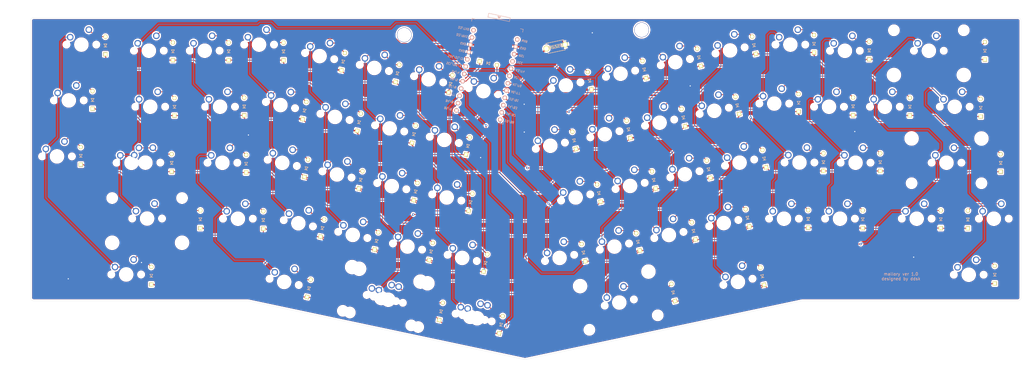
<source format=kicad_pcb>
(kicad_pcb (version 20171130) (host pcbnew "(5.1.4-0-10_14)")
  (layers (0 F.Cu signal) (31 B.Cu signal) (34 B.Paste user) (35 F.Paste user) (36 B.SilkS user) (37 F.SilkS user) (38 B.Mask user) (39 F.Mask user) (44 Edge.Cuts user))
  (net 0 "")
  (net 1 row0)
  (net 2 "Net-(D1-Pad2)")
  (net 3 "Net-(D2-Pad2)")
  (net 4 "Net-(D3-Pad2)")
  (net 5 "Net-(D4-Pad2)")
  (net 6 "Net-(D5-Pad2)")
  (net 7 "Net-(D6-Pad2)")
  (net 8 "Net-(D7-Pad2)")
  (net 9 "Net-(D8-Pad2)")
  (net 10 "Net-(D9-Pad2)")
  (net 11 row1)
  (net 12 "Net-(D10-Pad2)")
  (net 13 "Net-(D11-Pad2)")
  (net 14 "Net-(D12-Pad2)")
  (net 15 "Net-(D13-Pad2)")
  (net 16 "Net-(D14-Pad2)")
  (net 17 "Net-(D15-Pad2)")
  (net 18 "Net-(D16-Pad2)")
  (net 19 row2)
  (net 20 "Net-(D17-Pad2)")
  (net 21 "Net-(D18-Pad2)")
  (net 22 "Net-(D19-Pad2)")
  (net 23 "Net-(D20-Pad2)")
  (net 24 "Net-(D21-Pad2)")
  (net 25 "Net-(D22-Pad2)")
  (net 26 "Net-(D23-Pad2)")
  (net 27 "Net-(D24-Pad2)")
  (net 28 row3)
  (net 29 "Net-(D25-Pad2)")
  (net 30 "Net-(D26-Pad2)")
  (net 31 "Net-(D27-Pad2)")
  (net 32 "Net-(D28-Pad2)")
  (net 33 "Net-(D29-Pad2)")
  (net 34 "Net-(D30-Pad2)")
  (net 35 "Net-(D31-Pad2)")
  (net 36 "Net-(D32-Pad2)")
  (net 37 row4)
  (net 38 "Net-(D33-Pad2)")
  (net 39 "Net-(D34-Pad2)")
  (net 40 "Net-(D35-Pad2)")
  (net 41 "Net-(D36-Pad2)")
  (net 42 "Net-(D37-Pad2)")
  (net 43 "Net-(D38-Pad2)")
  (net 44 "Net-(D39-Pad2)")
  (net 45 "Net-(D40-Pad2)")
  (net 46 row5)
  (net 47 "Net-(D41-Pad2)")
  (net 48 "Net-(D42-Pad2)")
  (net 49 "Net-(D43-Pad2)")
  (net 50 "Net-(D44-Pad2)")
  (net 51 "Net-(D45-Pad2)")
  (net 52 "Net-(D46-Pad2)")
  (net 53 "Net-(D47-Pad2)")
  (net 54 "Net-(D48-Pad2)")
  (net 55 "Net-(D49-Pad2)")
  (net 56 row6)
  (net 57 "Net-(D50-Pad2)")
  (net 58 "Net-(D51-Pad2)")
  (net 59 "Net-(D52-Pad2)")
  (net 60 "Net-(D53-Pad2)")
  (net 61 "Net-(D54-Pad2)")
  (net 62 "Net-(D55-Pad2)")
  (net 63 "Net-(D56-Pad2)")
  (net 64 "Net-(D57-Pad2)")
  (net 65 row7)
  (net 66 "Net-(D58-Pad2)")
  (net 67 "Net-(D59-Pad2)")
  (net 68 "Net-(D60-Pad2)")
  (net 69 "Net-(D61-Pad2)")
  (net 70 "Net-(D62-Pad2)")
  (net 71 "Net-(D63-Pad2)")
  (net 72 "Net-(D64-Pad2)")
  (net 73 RST)
  (net 74 GND)
  (net 75 col1)
  (net 76 col4)
  (net 77 col5)
  (net 78 col6)
  (net 79 col7)
  (net 80 "Net-(U1-Pad1)")
  (net 81 col3)
  (net 82 col2)
  (net 83 col0)
  (net 84 VCC)
  (net 85 "Net-(U1-Pad24)")
  (net 86 row8)
  (net 87 "Net-(D65-Pad2)")
  (module MXOnly:MXOnly-1U-NoLED (layer F.Cu) (at 210.2 77.05 12)
    (fp_text reference SW24)
    (fp_text value SW_PUSH)
    (pad 2 thru_hole circle (at 2.54 -5.08 12) (size 2.25 2.25) (drill 1.47) (layers *.Cu B.Mask) (net 26 "Net-(D23-Pad2)"))
    (pad "" np_thru_hole circle (at 0 0 12) (size 3.9878 3.9878) (drill 3.9878) (layers *.Cu *.Mask))
    (pad 1 thru_hole circle (at -3.81 -2.54 12) (size 2.25 2.25) (drill 1.47) (layers *.Cu B.Mask) (net 83 col0))
    (pad "" np_thru_hole circle (at -5.08 0 60.0996) (size 1.75 1.75) (drill 1.75) (layers *.Cu *.Mask))
    (pad "" np_thru_hole circle (at 5.08 0 60.0996) (size 1.75 1.75) (drill 1.75) (layers *.Cu *.Mask))
  )
  (module kbd:D3_TH (layer F.Cu) (at 218.321 75.2238 102)
    (fp_text reference D23 hide)
    (fp_text value D hide)
    (pad 1 thru_hole rect (at -3 0 102) (size 1.397 1.397) (drill 0.8128) (layers *.Cu F.SilkS B.Mask) (net 28 row3))
    (pad 2 thru_hole circle (at 3 0 102) (size 1.397 1.397) (drill 0.8128) (layers *.Cu F.SilkS B.Mask) (net 26 "Net-(D23-Pad2)"))
  )
  (module kbd:HOLE (layer F.Cu) (at 241.32 37.58)
    (fp_text reference Ref02)
    (fp_text value Val02)
    (pad "" np_thru_hole circle (at 0 0) (size 5 5) (drill 4.8) (layers *.Cu *.Mask))
  )
  (module kbd:HOLE (layer F.Cu) (at 160.4 39.28)
    (fp_text reference Ref01)
    (fp_text value Val01)
    (pad "" np_thru_hole circle (at 0 0) (size 5 5) (drill 4.8) (layers *.Cu *.Mask))
  )
  (module kbd:ResetSW (layer F.Cu) (at 212.05 43.26 192)
    (fp_text reference SW1 hide)
    (fp_text value SW_PUSH)
    (fp_text user RESET (at 0.127 0 12) (layer B.SilkS) (effects (justify mirror)))
    (fp_text user RESET (at 0 0 12) (layer F.SilkS))
    (pad 1 thru_hole circle (at 3.25 0 192) (size 2 2) (drill 1.3) (layers *.Cu *.Mask F.SilkS) (net 73 RST))
    (pad 2 thru_hole circle (at -3.25 0 192) (size 2 2) (drill 1.3) (layers *.Cu *.Mask F.SilkS) (net 74 GND))
  )
  (module kbd:ProMicro_v3.5 (layer B.Cu) (at 188.45 53.42 168)
    (fp_text reference U1 hide)
    (fp_text value ProMicro hide)
    (fp_text user B4/8 (at 10.605 -10.9 168 unlocked) (layer B.SilkS) (effects (font (size 0.75 0.67) (thickness 0.125)) (justify mirror)))
    (fp_text user D2/RX1 (at 11.055 11.9 168 unlocked) (layer B.SilkS) (effects (font (size 0.75 0.67) (thickness 0.125)) (justify mirror)))
    (fp_text user B5/9 (at 10.605 -13.4 168 unlocked) (layer B.SilkS) (effects (font (size 0.75 0.67) (thickness 0.125)) (justify mirror)))
    (fp_text user C6/5 (at 10.605 -3.25 168 unlocked) (layer B.SilkS) (effects (font (size 0.75 0.67) (thickness 0.125)) (justify mirror)))
    (fp_text user SCL/D0/3 (at 11.755 1.7 168 unlocked) (layer B.SilkS) (effects (font (size 0.75 0.67) (thickness 0.125)) (justify mirror)))
    (fp_text user SDA/D1/2 (at 11.755 4.2 168 unlocked) (layer B.SilkS) (effects (font (size 0.75 0.67) (thickness 0.125)) (justify mirror)))
    (fp_text user D4/4 (at 10.604999 -0.7 168 unlocked) (layer B.SilkS) (effects (font (size 0.75 0.67) (thickness 0.125)) (justify mirror)))
    (fp_text user D3/TX0 (at 11.055 14.45 168 unlocked) (layer B.SilkS) (effects (font (size 0.75 0.67) (thickness 0.125)) (justify mirror)))
    (fp_text user GND (at 10.105 6.85 168 unlocked) (layer B.SilkS) (effects (font (size 0.75 0.67) (thickness 0.125)) (justify mirror)))
    (fp_text user GND (at 10.105 9.3 168 unlocked) (layer B.SilkS) (effects (font (size 0.75 0.67) (thickness 0.125)) (justify mirror)))
    (fp_text user D7/6 (at 10.605 -5.800001 168 unlocked) (layer B.SilkS) (effects (font (size 0.75 0.67) (thickness 0.125)) (justify mirror)))
    (fp_text user E6/7 (at 10.605 -8.35 168 unlocked) (layer B.SilkS) (effects (font (size 0.75 0.67) (thickness 0.125)) (justify mirror)))
    (fp_text user 16/B2 (at -10.845 -10.95 168 unlocked) (layer B.SilkS) (effects (font (size 0.75 0.67) (thickness 0.125)) (justify mirror)))
    (fp_text user 10/B6 (at -10.845 -13.450001 168 unlocked) (layer B.SilkS) (effects (font (size 0.75 0.67) (thickness 0.125)) (justify mirror)))
    (fp_text user 14/B3 (at -10.845 -8.4 168 unlocked) (layer B.SilkS) (effects (font (size 0.75 0.67) (thickness 0.125)) (justify mirror)))
    (fp_text user 15/B1 (at -10.845 -5.85 168 unlocked) (layer B.SilkS) (effects (font (size 0.75 0.67) (thickness 0.125)) (justify mirror)))
    (fp_text user A0/F7 (at -10.845 -3.3 168 unlocked) (layer B.SilkS) (effects (font (size 0.75 0.67) (thickness 0.125)) (justify mirror)))
    (fp_text user A1/F6 (at -10.845 -0.749999 168 unlocked) (layer B.SilkS) (effects (font (size 0.75 0.67) (thickness 0.125)) (justify mirror)))
    (fp_text user A2/F5 (at -10.845 1.75 168 unlocked) (layer B.SilkS) (effects (font (size 0.75 0.67) (thickness 0.125)) (justify mirror)))
    (fp_text user A3/F4 (at -10.845 4.25 168 unlocked) (layer B.SilkS) (effects (font (size 0.75 0.67) (thickness 0.125)) (justify mirror)))
    (fp_text user VCC (at -10.195001 6.95 168 unlocked) (layer B.SilkS) (effects (font (size 0.75 0.67) (thickness 0.125)) (justify mirror)))
    (fp_text user RST (at -10.195 9.4 168 unlocked) (layer B.SilkS) (effects (font (size 0.75 0.67) (thickness 0.125)) (justify mirror)))
    (fp_text user GND (at -10.195 11.95 168 unlocked) (layer B.SilkS) (effects (font (size 0.75 0.67) (thickness 0.125)) (justify mirror)))
    (fp_text user RAW (at -10.195 14.5 168 unlocked) (layer B.SilkS) (effects (font (size 0.75 0.67) (thickness 0.125))))
    (pad 1 thru_hole circle (at 7.6114 14.478 168) (size 1.524 1.524) (drill 0.8128) (layers *.Cu B.SilkS F.Mask) (net 80 "Net-(U1-Pad1)"))
    (pad 2 thru_hole circle (at 7.6114 11.938 168) (size 1.524 1.524) (drill 0.8128) (layers *.Cu B.SilkS F.Mask) (net 76 col4))
    (pad 3 thru_hole circle (at 7.6114 9.398 168) (size 1.524 1.524) (drill 0.8128) (layers *.Cu B.SilkS F.Mask) (net 74 GND))
    (pad 4 thru_hole circle (at 7.6114 6.858 168) (size 1.524 1.524) (drill 0.8128) (layers *.Cu B.SilkS F.Mask) (net 74 GND))
    (pad 5 thru_hole circle (at 7.6114 4.318 168) (size 1.524 1.524) (drill 0.8128) (layers *.Cu B.SilkS F.Mask) (net 77 col5))
    (pad 6 thru_hole circle (at 7.6114 1.778 168) (size 1.524 1.524) (drill 0.8128) (layers *.Cu B.SilkS F.Mask) (net 78 col6))
    (pad 7 thru_hole circle (at 7.6114 -0.762 168) (size 1.524 1.524) (drill 0.8128) (layers *.Cu B.SilkS F.Mask) (net 79 col7))
    (pad 8 thru_hole circle (at 7.6114 -3.302 168) (size 1.524 1.524) (drill 0.8128) (layers *.Cu B.SilkS F.Mask) (net 1 row0))
    (pad 9 thru_hole circle (at 7.6114 -5.842 168) (size 1.524 1.524) (drill 0.8128) (layers *.Cu B.SilkS F.Mask) (net 19 row2))
    (pad 10 thru_hole circle (at 7.6114 -8.382 168) (size 1.524 1.524) (drill 0.8128) (layers *.Cu B.SilkS F.Mask) (net 37 row4))
    (pad 11 thru_hole circle (at 7.6114 -10.922 168) (size 1.524 1.524) (drill 0.8128) (layers *.Cu B.SilkS F.Mask) (net 56 row6))
    (pad 12 thru_hole circle (at 7.6114 -13.462 168) (size 1.524 1.524) (drill 0.8128) (layers *.Cu B.SilkS F.Mask) (net 86 row8))
    (pad 13 thru_hole circle (at -7.6086 -13.462 168) (size 1.524 1.524) (drill 0.8128) (layers *.Cu B.SilkS F.Mask) (net 65 row7))
    (pad 14 thru_hole circle (at -7.6086 -10.922 168) (size 1.524 1.524) (drill 0.8128) (layers *.Cu B.SilkS F.Mask) (net 46 row5))
    (pad 15 thru_hole circle (at -7.6086 -8.382 168) (size 1.524 1.524) (drill 0.8128) (layers *.Cu B.SilkS F.Mask) (net 28 row3))
    (pad 16 thru_hole circle (at -7.6086 -5.842 168) (size 1.524 1.524) (drill 0.8128) (layers *.Cu B.SilkS F.Mask) (net 11 row1))
    (pad 17 thru_hole circle (at -7.6086 -3.302 168) (size 1.524 1.524) (drill 0.8128) (layers *.Cu B.SilkS F.Mask) (net 81 col3))
    (pad 18 thru_hole circle (at -7.6086 -0.762 168) (size 1.524 1.524) (drill 0.8128) (layers *.Cu B.SilkS F.Mask) (net 82 col2))
    (pad 19 thru_hole circle (at -7.6086 1.778 168) (size 1.524 1.524) (drill 0.8128) (layers *.Cu B.SilkS F.Mask) (net 75 col1))
    (pad 20 thru_hole circle (at -7.6086 4.318 168) (size 1.524 1.524) (drill 0.8128) (layers *.Cu B.SilkS F.Mask) (net 83 col0))
    (pad 21 thru_hole circle (at -7.6086 6.858 168) (size 1.524 1.524) (drill 0.8128) (layers *.Cu B.SilkS F.Mask) (net 84 VCC))
    (pad 22 thru_hole circle (at -7.6086 9.398 168) (size 1.524 1.524) (drill 0.8128) (layers *.Cu B.SilkS F.Mask) (net 73 RST))
    (pad 23 thru_hole circle (at -7.6086 11.938 168) (size 1.524 1.524) (drill 0.8128) (layers *.Cu B.SilkS F.Mask) (net 74 GND))
    (pad 24 thru_hole circle (at -7.6086 14.478 168) (size 1.524 1.524) (drill 0.8128) (layers *.Cu B.SilkS F.Mask) (net 85 "Net-(U1-Pad24)"))
  )
  (module kbd:D3_TH (layer F.Cu) (at 58.56 42.88 90)
    (fp_text reference D1 hide)
    (fp_text value D hide)
    (pad 2 thru_hole circle (at 3 0 90) (size 1.397 1.397) (drill 0.8128) (layers *.Cu F.SilkS B.Mask) (net 2 "Net-(D1-Pad2)"))
    (pad 1 thru_hole rect (at -3 0 90) (size 1.397 1.397) (drill 0.8128) (layers *.Cu F.SilkS B.Mask) (net 1 row0))
  )
  (module kbd:D3_TH (layer F.Cu) (at 81.56 44.88 90)
    (fp_text reference D2 hide)
    (fp_text value D hide)
    (pad 1 thru_hole rect (at -3 0 90) (size 1.397 1.397) (drill 0.8128) (layers *.Cu F.SilkS B.Mask) (net 1 row0))
    (pad 2 thru_hole circle (at 3 0 90) (size 1.397 1.397) (drill 0.8128) (layers *.Cu F.SilkS B.Mask) (net 3 "Net-(D2-Pad2)"))
  )
  (module kbd:D3_TH (layer F.Cu) (at 100.56 44.88 90)
    (fp_text reference D3 hide)
    (fp_text value D hide)
    (pad 2 thru_hole circle (at 3 0 90) (size 1.397 1.397) (drill 0.8128) (layers *.Cu F.SilkS B.Mask) (net 4 "Net-(D3-Pad2)"))
    (pad 1 thru_hole rect (at -3 0 90) (size 1.397 1.397) (drill 0.8128) (layers *.Cu F.SilkS B.Mask) (net 1 row0))
  )
  (module kbd:D3_TH (layer F.Cu) (at 119.25 44.91 90)
    (fp_text reference D4 hide)
    (fp_text value D hide)
    (pad 1 thru_hole rect (at -3 0 90) (size 1.397 1.397) (drill 0.8128) (layers *.Cu F.SilkS B.Mask) (net 1 row0))
    (pad 2 thru_hole circle (at 3 0 90) (size 1.397 1.397) (drill 0.8128) (layers *.Cu F.SilkS B.Mask) (net 5 "Net-(D4-Pad2)"))
  )
  (module kbd:D3_TH (layer F.Cu) (at 139.56 48.38 78)
    (fp_text reference D5 hide)
    (fp_text value D hide)
    (pad 2 thru_hole circle (at 3 0 78) (size 1.397 1.397) (drill 0.8128) (layers *.Cu F.SilkS B.Mask) (net 6 "Net-(D5-Pad2)"))
    (pad 1 thru_hole rect (at -3 0 78) (size 1.397 1.397) (drill 0.8128) (layers *.Cu F.SilkS B.Mask) (net 1 row0))
  )
  (module kbd:D3_TH (layer F.Cu) (at 158.06 52.38 78)
    (fp_text reference D6 hide)
    (fp_text value D hide)
    (pad 1 thru_hole rect (at -3 0 78) (size 1.397 1.397) (drill 0.8128) (layers *.Cu F.SilkS B.Mask) (net 1 row0))
    (pad 2 thru_hole circle (at 3 0 78) (size 1.397 1.397) (drill 0.8128) (layers *.Cu F.SilkS B.Mask) (net 7 "Net-(D6-Pad2)"))
  )
  (module kbd:D3_TH (layer F.Cu) (at 176.16 55.97 78)
    (fp_text reference D7 hide)
    (fp_text value D hide)
    (pad 1 thru_hole rect (at -3 0 78) (size 1.397 1.397) (drill 0.8128) (layers *.Cu F.SilkS B.Mask) (net 1 row0))
    (pad 2 thru_hole circle (at 3 0 78) (size 1.397 1.397) (drill 0.8128) (layers *.Cu F.SilkS B.Mask) (net 8 "Net-(D7-Pad2)"))
  )
  (module kbd:D3_TH (layer F.Cu) (at 189.05 48.91 348)
    (fp_text reference D8 hide)
    (fp_text value D hide)
    (pad 1 thru_hole rect (at -3 0 348) (size 1.397 1.397) (drill 0.8128) (layers *.Cu F.SilkS B.Mask) (net 1 row0))
    (pad 2 thru_hole circle (at 3 0 348) (size 1.397 1.397) (drill 0.8128) (layers *.Cu F.SilkS B.Mask) (net 9 "Net-(D8-Pad2)"))
  )
  (module kbd:D3_TH (layer F.Cu) (at 223.59 54.88 102)
    (fp_text reference D9 hide)
    (fp_text value D hide)
    (pad 2 thru_hole circle (at 3 0 102) (size 1.397 1.397) (drill 0.8128) (layers *.Cu F.SilkS B.Mask) (net 10 "Net-(D9-Pad2)"))
    (pad 1 thru_hole rect (at -3 0 102) (size 1.397 1.397) (drill 0.8128) (layers *.Cu F.SilkS B.Mask) (net 11 row1))
  )
  (module kbd:D3_TH (layer F.Cu) (at 242.22 51.08 102)
    (fp_text reference D10 hide)
    (fp_text value D hide)
    (pad 1 thru_hole rect (at -3 0 102) (size 1.397 1.397) (drill 0.8128) (layers *.Cu F.SilkS B.Mask) (net 11 row1))
    (pad 2 thru_hole circle (at 3 0 102) (size 1.397 1.397) (drill 0.8128) (layers *.Cu F.SilkS B.Mask) (net 12 "Net-(D10-Pad2)"))
  )
  (module kbd:D3_TH (layer F.Cu) (at 260.85 46.94 102)
    (fp_text reference D11 hide)
    (fp_text value D hide)
    (pad 2 thru_hole circle (at 3 0 102) (size 1.397 1.397) (drill 0.8128) (layers *.Cu F.SilkS B.Mask) (net 13 "Net-(D11-Pad2)"))
    (pad 1 thru_hole rect (at -3 0 102) (size 1.397 1.397) (drill 0.8128) (layers *.Cu F.SilkS B.Mask) (net 11 row1))
  )
  (module kbd:D3_TH (layer F.Cu) (at 279.6 42.81 102)
    (fp_text reference D12 hide)
    (fp_text value D hide)
    (pad 1 thru_hole rect (at -3 0 102) (size 1.397 1.397) (drill 0.8128) (layers *.Cu F.SilkS B.Mask) (net 11 row1))
    (pad 2 thru_hole circle (at 3 0 102) (size 1.397 1.397) (drill 0.8128) (layers *.Cu F.SilkS B.Mask) (net 14 "Net-(D12-Pad2)"))
  )
  (module kbd:D3_TH (layer F.Cu) (at 300.06 42.31 90)
    (fp_text reference D13 hide)
    (fp_text value D hide)
    (pad 2 thru_hole circle (at 3 0 90) (size 1.397 1.397) (drill 0.8128) (layers *.Cu F.SilkS B.Mask) (net 15 "Net-(D13-Pad2)"))
    (pad 1 thru_hole rect (at -3 0 90) (size 1.397 1.397) (drill 0.8128) (layers *.Cu F.SilkS B.Mask) (net 11 row1))
  )
  (module kbd:D3_TH (layer F.Cu) (at 318.86 44.57 90)
    (fp_text reference D14 hide)
    (fp_text value D hide)
    (pad 1 thru_hole rect (at -3 0 90) (size 1.397 1.397) (drill 0.8128) (layers *.Cu F.SilkS B.Mask) (net 11 row1))
    (pad 2 thru_hole circle (at 3 0 90) (size 1.397 1.397) (drill 0.8128) (layers *.Cu F.SilkS B.Mask) (net 16 "Net-(D14-Pad2)"))
  )
  (module kbd:D3_TH (layer F.Cu) (at 358.31 44.69 90)
    (fp_text reference D15 hide)
    (fp_text value D hide)
    (pad 2 thru_hole circle (at 3 0 90) (size 1.397 1.397) (drill 0.8128) (layers *.Cu F.SilkS B.Mask) (net 17 "Net-(D15-Pad2)"))
    (pad 1 thru_hole rect (at -3 0 90) (size 1.397 1.397) (drill 0.8128) (layers *.Cu F.SilkS B.Mask) (net 11 row1))
  )
  (module kbd:D3_TH (layer F.Cu) (at 54.17 61.45 90)
    (fp_text reference D16 hide)
    (fp_text value D hide)
    (pad 1 thru_hole rect (at -3 0 90) (size 1.397 1.397) (drill 0.8128) (layers *.Cu F.SilkS B.Mask) (net 19 row2))
    (pad 2 thru_hole circle (at 3 0 90) (size 1.397 1.397) (drill 0.8128) (layers *.Cu F.SilkS B.Mask) (net 18 "Net-(D16-Pad2)"))
  )
  (module kbd:D3_TH (layer F.Cu) (at 82.1 63.79 90)
    (fp_text reference D17 hide)
    (fp_text value D hide)
    (pad 1 thru_hole rect (at -3 0 90) (size 1.397 1.397) (drill 0.8128) (layers *.Cu F.SilkS B.Mask) (net 19 row2))
    (pad 2 thru_hole circle (at 3 0 90) (size 1.397 1.397) (drill 0.8128) (layers *.Cu F.SilkS B.Mask) (net 20 "Net-(D17-Pad2)"))
  )
  (module kbd:D3_TH (layer F.Cu) (at 105.85 63.69 90)
    (fp_text reference D18 hide)
    (fp_text value D hide)
    (pad 2 thru_hole circle (at 3 0 90) (size 1.397 1.397) (drill 0.8128) (layers *.Cu F.SilkS B.Mask) (net 21 "Net-(D18-Pad2)"))
    (pad 1 thru_hole rect (at -3 0 90) (size 1.397 1.397) (drill 0.8128) (layers *.Cu F.SilkS B.Mask) (net 19 row2))
  )
  (module kbd:D3_TH (layer F.Cu) (at 126.39 65.06 78)
    (fp_text reference D19 hide)
    (fp_text value D hide)
    (pad 1 thru_hole rect (at -3 0 78) (size 1.397 1.397) (drill 0.8128) (layers *.Cu F.SilkS B.Mask) (net 19 row2))
    (pad 2 thru_hole circle (at 3 0 78) (size 1.397 1.397) (drill 0.8128) (layers *.Cu F.SilkS B.Mask) (net 22 "Net-(D19-Pad2)"))
  )
  (module kbd:D3_TH (layer F.Cu) (at 144.98 69.05 78)
    (fp_text reference D20 hide)
    (fp_text value D hide)
    (pad 2 thru_hole circle (at 3 0 78) (size 1.397 1.397) (drill 0.8128) (layers *.Cu F.SilkS B.Mask) (net 23 "Net-(D20-Pad2)"))
    (pad 1 thru_hole rect (at -3 0 78) (size 1.397 1.397) (drill 0.8128) (layers *.Cu F.SilkS B.Mask) (net 19 row2))
  )
  (module kbd:D3_TH (layer F.Cu) (at 163.67 73.13 78)
    (fp_text reference D21 hide)
    (fp_text value D hide)
    (pad 1 thru_hole rect (at -3 0 78) (size 1.397 1.397) (drill 0.8128) (layers *.Cu F.SilkS B.Mask) (net 19 row2))
    (pad 2 thru_hole circle (at 3 0 78) (size 1.397 1.397) (drill 0.8128) (layers *.Cu F.SilkS B.Mask) (net 24 "Net-(D21-Pad2)"))
  )
  (module kbd:D3_TH (layer F.Cu) (at 182.07 77.13 78)
    (fp_text reference D22 hide)
    (fp_text value D hide)
    (pad 2 thru_hole circle (at 3 0 78) (size 1.397 1.397) (drill 0.8128) (layers *.Cu F.SilkS B.Mask) (net 25 "Net-(D22-Pad2)"))
    (pad 1 thru_hole rect (at -3 0 78) (size 1.397 1.397) (drill 0.8128) (layers *.Cu F.SilkS B.Mask) (net 19 row2))
  )
  (module kbd:D3_TH (layer F.Cu) (at 236.84 71.48 102)
    (fp_text reference D24 hide)
    (fp_text value D hide)
    (pad 2 thru_hole circle (at 3 0 102) (size 1.397 1.397) (drill 0.8128) (layers *.Cu F.SilkS B.Mask) (net 27 "Net-(D24-Pad2)"))
    (pad 1 thru_hole rect (at -3 0 102) (size 1.397 1.397) (drill 0.8128) (layers *.Cu F.SilkS B.Mask) (net 28 row3))
  )
  (module kbd:D3_TH (layer F.Cu) (at 255.54 67.44 102)
    (fp_text reference D25 hide)
    (fp_text value D hide)
    (pad 1 thru_hole rect (at -3 0 102) (size 1.397 1.397) (drill 0.8128) (layers *.Cu F.SilkS B.Mask) (net 28 row3))
    (pad 2 thru_hole circle (at 3 0 102) (size 1.397 1.397) (drill 0.8128) (layers *.Cu F.SilkS B.Mask) (net 29 "Net-(D25-Pad2)"))
  )
  (module kbd:D3_TH (layer F.Cu) (at 273.91 63.3 102)
    (fp_text reference D26 hide)
    (fp_text value D hide)
    (pad 2 thru_hole circle (at 3 0 102) (size 1.397 1.397) (drill 0.8128) (layers *.Cu F.SilkS B.Mask) (net 30 "Net-(D26-Pad2)"))
    (pad 1 thru_hole rect (at -3 0 102) (size 1.397 1.397) (drill 0.8128) (layers *.Cu F.SilkS B.Mask) (net 28 row3))
  )
  (module kbd:D3_TH (layer F.Cu) (at 294.81 62.4112 90)
    (fp_text reference D27 hide)
    (fp_text value D hide)
    (pad 1 thru_hole rect (at -3 0 90) (size 1.397 1.397) (drill 0.8128) (layers *.Cu F.SilkS B.Mask) (net 28 row3))
    (pad 2 thru_hole circle (at 3 0 90) (size 1.397 1.397) (drill 0.8128) (layers *.Cu F.SilkS B.Mask) (net 31 "Net-(D27-Pad2)"))
  )
  (module kbd:D3_TH (layer F.Cu) (at 313.37 63.62 90)
    (fp_text reference D28 hide)
    (fp_text value D hide)
    (pad 2 thru_hole circle (at 3 0 90) (size 1.397 1.397) (drill 0.8128) (layers *.Cu F.SilkS B.Mask) (net 32 "Net-(D28-Pad2)"))
    (pad 1 thru_hole rect (at -3 0 90) (size 1.397 1.397) (drill 0.8128) (layers *.Cu F.SilkS B.Mask) (net 28 row3))
  )
  (module kbd:D3_TH (layer F.Cu) (at 332.73 63.73 90)
    (fp_text reference D29 hide)
    (fp_text value D hide)
    (pad 1 thru_hole rect (at -3 0 90) (size 1.397 1.397) (drill 0.8128) (layers *.Cu F.SilkS B.Mask) (net 28 row3))
    (pad 2 thru_hole circle (at 3 0 90) (size 1.397 1.397) (drill 0.8128) (layers *.Cu F.SilkS B.Mask) (net 33 "Net-(D29-Pad2)"))
  )
  (module kbd:D3_TH (layer F.Cu) (at 356.88 64.1 90)
    (fp_text reference D30 hide)
    (fp_text value D hide)
    (pad 2 thru_hole circle (at 3 0 90) (size 1.397 1.397) (drill 0.8128) (layers *.Cu F.SilkS B.Mask) (net 34 "Net-(D30-Pad2)"))
    (pad 1 thru_hole rect (at -3 0 90) (size 1.397 1.397) (drill 0.8128) (layers *.Cu F.SilkS B.Mask) (net 28 row3))
  )
  (module kbd:D3_TH (layer F.Cu) (at 50.17 80.5 90)
    (fp_text reference D31 hide)
    (fp_text value D hide)
    (pad 2 thru_hole circle (at 3 0 90) (size 1.397 1.397) (drill 0.8128) (layers *.Cu F.SilkS B.Mask) (net 35 "Net-(D31-Pad2)"))
    (pad 1 thru_hole rect (at -3 0 90) (size 1.397 1.397) (drill 0.8128) (layers *.Cu F.SilkS B.Mask) (net 37 row4))
  )
  (module kbd:D3_TH (layer F.Cu) (at 81.13 82.9 90)
    (fp_text reference D32 hide)
    (fp_text value D hide)
    (pad 1 thru_hole rect (at -3 0 90) (size 1.397 1.397) (drill 0.8128) (layers *.Cu F.SilkS B.Mask) (net 37 row4))
    (pad 2 thru_hole circle (at 3 0 90) (size 1.397 1.397) (drill 0.8128) (layers *.Cu F.SilkS B.Mask) (net 36 "Net-(D32-Pad2)"))
  )
  (module kbd:D3_TH (layer F.Cu) (at 106.51 83.17 90)
    (fp_text reference D33 hide)
    (fp_text value D hide)
    (pad 2 thru_hole circle (at 3 0 90) (size 1.397 1.397) (drill 0.8128) (layers *.Cu F.SilkS B.Mask) (net 38 "Net-(D33-Pad2)"))
    (pad 1 thru_hole rect (at -3 0 90) (size 1.397 1.397) (drill 0.8128) (layers *.Cu F.SilkS B.Mask) (net 37 row4))
  )
  (module kbd:D3_TH (layer F.Cu) (at 127 84.76 78)
    (fp_text reference D34 hide)
    (fp_text value D hide)
    (pad 1 thru_hole rect (at -3 0 78) (size 1.397 1.397) (drill 0.8128) (layers *.Cu F.SilkS B.Mask) (net 37 row4))
    (pad 2 thru_hole circle (at 3 0 78) (size 1.397 1.397) (drill 0.8128) (layers *.Cu F.SilkS B.Mask) (net 39 "Net-(D34-Pad2)"))
  )
  (module kbd:D3_TH (layer F.Cu) (at 145.54 88.67 78)
    (fp_text reference D35 hide)
    (fp_text value D hide)
    (pad 2 thru_hole circle (at 3 0 78) (size 1.397 1.397) (drill 0.8128) (layers *.Cu F.SilkS B.Mask) (net 40 "Net-(D35-Pad2)"))
    (pad 1 thru_hole rect (at -3 0 78) (size 1.397 1.397) (drill 0.8128) (layers *.Cu F.SilkS B.Mask) (net 37 row4))
  )
  (module kbd:D3_TH (layer F.Cu) (at 164.27 92.66 78)
    (fp_text reference D36 hide)
    (fp_text value D hide)
    (pad 1 thru_hole rect (at -3 0 78) (size 1.397 1.397) (drill 0.8128) (layers *.Cu F.SilkS B.Mask) (net 37 row4))
    (pad 2 thru_hole circle (at 3 0 78) (size 1.397 1.397) (drill 0.8128) (layers *.Cu F.SilkS B.Mask) (net 41 "Net-(D36-Pad2)"))
  )
  (module kbd:D3_TH (layer F.Cu) (at 182.99 96.3 78)
    (fp_text reference D37 hide)
    (fp_text value D hide)
    (pad 2 thru_hole circle (at 3 0 78) (size 1.397 1.397) (drill 0.8128) (layers *.Cu F.SilkS B.Mask) (net 42 "Net-(D37-Pad2)"))
    (pad 1 thru_hole rect (at -3 0 78) (size 1.397 1.397) (drill 0.8128) (layers *.Cu F.SilkS B.Mask) (net 37 row4))
  )
  (module kbd:D3_TH (layer F.Cu) (at 226.75 93.21 102)
    (fp_text reference D38 hide)
    (fp_text value D hide)
    (pad 2 thru_hole circle (at 3 0 102) (size 1.397 1.397) (drill 0.8128) (layers *.Cu F.SilkS B.Mask) (net 43 "Net-(D38-Pad2)"))
    (pad 1 thru_hole rect (at -3 0 102) (size 1.397 1.397) (drill 0.8128) (layers *.Cu F.SilkS B.Mask) (net 46 row5))
  )
  (module kbd:D3_TH (layer F.Cu) (at 245.46 88.73 102)
    (fp_text reference D39 hide)
    (fp_text value D hide)
    (pad 1 thru_hole rect (at -3 0 102) (size 1.397 1.397) (drill 0.8128) (layers *.Cu F.SilkS B.Mask) (net 46 row5))
    (pad 2 thru_hole circle (at 3 0 102) (size 1.397 1.397) (drill 0.8128) (layers *.Cu F.SilkS B.Mask) (net 44 "Net-(D39-Pad2)"))
  )
  (module kbd:D3_TH (layer F.Cu) (at 264.131 85.084 102)
    (fp_text reference D40 hide)
    (fp_text value D hide)
    (pad 2 thru_hole circle (at 3 0 102) (size 1.397 1.397) (drill 0.8128) (layers *.Cu F.SilkS B.Mask) (net 45 "Net-(D40-Pad2)"))
    (pad 1 thru_hole rect (at -3 0 102) (size 1.397 1.397) (drill 0.8128) (layers *.Cu F.SilkS B.Mask) (net 46 row5))
  )
  (module kbd:D3_TH (layer F.Cu) (at 283.1 81.45 102)
    (fp_text reference D41 hide)
    (fp_text value D hide)
    (pad 1 thru_hole rect (at -3 0 102) (size 1.397 1.397) (drill 0.8128) (layers *.Cu F.SilkS B.Mask) (net 46 row5))
    (pad 2 thru_hole circle (at 3 0 102) (size 1.397 1.397) (drill 0.8128) (layers *.Cu F.SilkS B.Mask) (net 47 "Net-(D41-Pad2)"))
  )
  (module kbd:D3_TH (layer F.Cu) (at 303.27 82.64 90)
    (fp_text reference D42 hide)
    (fp_text value D hide)
    (pad 2 thru_hole circle (at 3 0 90) (size 1.397 1.397) (drill 0.8128) (layers *.Cu F.SilkS B.Mask) (net 48 "Net-(D42-Pad2)"))
    (pad 1 thru_hole rect (at -3 0 90) (size 1.397 1.397) (drill 0.8128) (layers *.Cu F.SilkS B.Mask) (net 46 row5))
  )
  (module kbd:D3_TH (layer F.Cu) (at 322.63 82.64 90)
    (fp_text reference D43 hide)
    (fp_text value D hide)
    (pad 1 thru_hole rect (at -3 0 90) (size 1.397 1.397) (drill 0.8128) (layers *.Cu F.SilkS B.Mask) (net 46 row5))
    (pad 2 thru_hole circle (at 3 0 90) (size 1.397 1.397) (drill 0.8128) (layers *.Cu F.SilkS B.Mask) (net 49 "Net-(D43-Pad2)"))
  )
  (module kbd:D3_TH (layer F.Cu) (at 363.69 82.91 90)
    (fp_text reference D44 hide)
    (fp_text value D hide)
    (pad 2 thru_hole circle (at 3 0 90) (size 1.397 1.397) (drill 0.8128) (layers *.Cu F.SilkS B.Mask) (net 50 "Net-(D44-Pad2)"))
    (pad 1 thru_hole rect (at -3 0 90) (size 1.397 1.397) (drill 0.8128) (layers *.Cu F.SilkS B.Mask) (net 46 row5))
  )
  (module kbd:D3_TH (layer F.Cu) (at 90.92 102.12 90)
    (fp_text reference D45 hide)
    (fp_text value D hide)
    (pad 2 thru_hole circle (at 3 0 90) (size 1.397 1.397) (drill 0.8128) (layers *.Cu F.SilkS B.Mask) (net 51 "Net-(D45-Pad2)"))
    (pad 1 thru_hole rect (at -3 0 90) (size 1.397 1.397) (drill 0.8128) (layers *.Cu F.SilkS B.Mask) (net 56 row6))
  )
  (module kbd:D3_TH (layer F.Cu) (at 112.37 102.37 90)
    (fp_text reference D46 hide)
    (fp_text value D hide)
    (pad 1 thru_hole rect (at -3 0 90) (size 1.397 1.397) (drill 0.8128) (layers *.Cu F.SilkS B.Mask) (net 56 row6))
    (pad 2 thru_hole circle (at 3 0 90) (size 1.397 1.397) (drill 0.8128) (layers *.Cu F.SilkS B.Mask) (net 52 "Net-(D46-Pad2)"))
  )
  (module kbd:D3_TH (layer F.Cu) (at 132.48 105.11 78)
    (fp_text reference D47 hide)
    (fp_text value D hide)
    (pad 2 thru_hole circle (at 3 0 78) (size 1.397 1.397) (drill 0.8128) (layers *.Cu F.SilkS B.Mask) (net 53 "Net-(D47-Pad2)"))
    (pad 1 thru_hole rect (at -3 0 78) (size 1.397 1.397) (drill 0.8128) (layers *.Cu F.SilkS B.Mask) (net 56 row6))
  )
  (module kbd:D3_TH (layer F.Cu) (at 150.95 109.51 78)
    (fp_text reference D48 hide)
    (fp_text value D hide)
    (pad 1 thru_hole rect (at -3 0 78) (size 1.397 1.397) (drill 0.8128) (layers *.Cu F.SilkS B.Mask) (net 56 row6))
    (pad 2 thru_hole circle (at 3 0 78) (size 1.397 1.397) (drill 0.8128) (layers *.Cu F.SilkS B.Mask) (net 54 "Net-(D48-Pad2)"))
  )
  (module kbd:D3_TH (layer F.Cu) (at 169.52 113.1 78)
    (fp_text reference D49 hide)
    (fp_text value D hide)
    (pad 2 thru_hole circle (at 3 0 78) (size 1.397 1.397) (drill 0.8128) (layers *.Cu F.SilkS B.Mask) (net 55 "Net-(D49-Pad2)"))
    (pad 1 thru_hole rect (at -3 0 78) (size 1.397 1.397) (drill 0.8128) (layers *.Cu F.SilkS B.Mask) (net 56 row6))
  )
  (module kbd:D3_TH (layer F.Cu) (at 188.09 117 78)
    (fp_text reference D50 hide)
    (fp_text value D hide)
    (pad 1 thru_hole rect (at -3 0 78) (size 1.397 1.397) (drill 0.8128) (layers *.Cu F.SilkS B.Mask) (net 56 row6))
    (pad 2 thru_hole circle (at 3 0 78) (size 1.397 1.397) (drill 0.8128) (layers *.Cu F.SilkS B.Mask) (net 57 "Net-(D50-Pad2)"))
  )
  (module kbd:D3_TH (layer F.Cu) (at 221.49 113.48 102)
    (fp_text reference D51 hide)
    (fp_text value D hide)
    (pad 1 thru_hole rect (at -3 0 102) (size 1.397 1.397) (drill 0.8128) (layers *.Cu F.SilkS B.Mask) (net 65 row7))
    (pad 2 thru_hole circle (at 3 0 102) (size 1.397 1.397) (drill 0.8128) (layers *.Cu F.SilkS B.Mask) (net 58 "Net-(D51-Pad2)"))
  )
  (module kbd:D3_TH (layer F.Cu) (at 240.08 109.79 102)
    (fp_text reference D52 hide)
    (fp_text value D hide)
    (pad 1 thru_hole rect (at -3 0 102) (size 1.397 1.397) (drill 0.8128) (layers *.Cu F.SilkS B.Mask) (net 65 row7))
    (pad 2 thru_hole circle (at 3 0 102) (size 1.397 1.397) (drill 0.8128) (layers *.Cu F.SilkS B.Mask) (net 59 "Net-(D52-Pad2)"))
  )
  (module kbd:D3_TH (layer F.Cu) (at 259.02 106.09 102)
    (fp_text reference D53 hide)
    (fp_text value D hide)
    (pad 2 thru_hole circle (at 3 0 102) (size 1.397 1.397) (drill 0.8128) (layers *.Cu F.SilkS B.Mask) (net 60 "Net-(D53-Pad2)"))
    (pad 1 thru_hole rect (at -3 0 102) (size 1.397 1.397) (drill 0.8128) (layers *.Cu F.SilkS B.Mask) (net 65 row7))
  )
  (module kbd:D3_TH (layer F.Cu) (at 277.39 101.61 102)
    (fp_text reference D54 hide)
    (fp_text value D hide)
    (pad 1 thru_hole rect (at -3 0 102) (size 1.397 1.397) (drill 0.8128) (layers *.Cu F.SilkS B.Mask) (net 65 row7))
    (pad 2 thru_hole circle (at 3 0 102) (size 1.397 1.397) (drill 0.8128) (layers *.Cu F.SilkS B.Mask) (net 61 "Net-(D54-Pad2)"))
  )
  (module kbd:D3_TH (layer F.Cu) (at 298.06 102 90)
    (fp_text reference D55 hide)
    (fp_text value D hide)
    (pad 2 thru_hole circle (at 3 0 90) (size 1.397 1.397) (drill 0.8128) (layers *.Cu F.SilkS B.Mask) (net 62 "Net-(D55-Pad2)"))
    (pad 1 thru_hole rect (at -3 0 90) (size 1.397 1.397) (drill 0.8128) (layers *.Cu F.SilkS B.Mask) (net 65 row7))
  )
  (module kbd:D3_TH (layer F.Cu) (at 316.67 102.11 90)
    (fp_text reference D56 hide)
    (fp_text value D hide)
    (pad 1 thru_hole rect (at -3 0 90) (size 1.397 1.397) (drill 0.8128) (layers *.Cu F.SilkS B.Mask) (net 65 row7))
    (pad 2 thru_hole circle (at 3 0 90) (size 1.397 1.397) (drill 0.8128) (layers *.Cu F.SilkS B.Mask) (net 63 "Net-(D56-Pad2)"))
  )
  (module kbd:D3_TH (layer F.Cu) (at 343.26 102.11 90)
    (fp_text reference D57 hide)
    (fp_text value D hide)
    (pad 2 thru_hole circle (at 3 0 90) (size 1.397 1.397) (drill 0.8128) (layers *.Cu F.SilkS B.Mask) (net 64 "Net-(D57-Pad2)"))
    (pad 1 thru_hole rect (at -3 0 90) (size 1.397 1.397) (drill 0.8128) (layers *.Cu F.SilkS B.Mask) (net 65 row7))
  )
  (module kbd:D3_TH (layer F.Cu) (at 352.5 102.19 90)
    (fp_text reference D58 hide)
    (fp_text value D hide)
    (pad 1 thru_hole rect (at -3 0 90) (size 1.397 1.397) (drill 0.8128) (layers *.Cu F.SilkS B.Mask) (net 65 row7))
    (pad 2 thru_hole circle (at 3 0 90) (size 1.397 1.397) (drill 0.8128) (layers *.Cu F.SilkS B.Mask) (net 66 "Net-(D58-Pad2)"))
  )
  (module kbd:D3_TH (layer F.Cu) (at 74.2 121.34 90)
    (fp_text reference D59 hide)
    (fp_text value D hide)
    (pad 1 thru_hole rect (at -3 0 90) (size 1.397 1.397) (drill 0.8128) (layers *.Cu F.SilkS B.Mask) (net 86 row8))
    (pad 2 thru_hole circle (at 3 0 90) (size 1.397 1.397) (drill 0.8128) (layers *.Cu F.SilkS B.Mask) (net 67 "Net-(D59-Pad2)"))
  )
  (module kbd:D3_TH (layer F.Cu) (at 252.07 127.06 102)
    (fp_text reference D60 hide)
    (fp_text value D hide)
    (pad 2 thru_hole circle (at 3 0 102) (size 1.397 1.397) (drill 0.8128) (layers *.Cu F.SilkS B.Mask) (net 68 "Net-(D60-Pad2)"))
    (pad 1 thru_hole rect (at -3 0 102) (size 1.397 1.397) (drill 0.8128) (layers *.Cu F.SilkS B.Mask) (net 86 row8))
  )
  (module kbd:D3_TH (layer F.Cu) (at 127.89 125.65 78)
    (fp_text reference D61 hide)
    (fp_text value D hide)
    (pad 1 thru_hole rect (at -3 0 78) (size 1.397 1.397) (drill 0.8128) (layers *.Cu F.SilkS B.Mask) (net 86 row8))
    (pad 2 thru_hole circle (at 3 0 78) (size 1.397 1.397) (drill 0.8128) (layers *.Cu F.SilkS B.Mask) (net 69 "Net-(D61-Pad2)"))
  )
  (module kbd:D3_TH (layer F.Cu) (at 282.43 121.52 102)
    (fp_text reference D62 hide)
    (fp_text value D hide)
    (pad 2 thru_hole circle (at 3 0 102) (size 1.397 1.397) (drill 0.8128) (layers *.Cu F.SilkS B.Mask) (net 70 "Net-(D62-Pad2)"))
    (pad 1 thru_hole rect (at -3 0 102) (size 1.397 1.397) (drill 0.8128) (layers *.Cu F.SilkS B.Mask) (net 86 row8))
  )
  (module kbd:D3_TH (layer F.Cu) (at 172.93 133.52 78)
    (fp_text reference D63 hide)
    (fp_text value D hide)
    (pad 1 thru_hole rect (at -3 0 78) (size 1.397 1.397) (drill 0.8128) (layers *.Cu F.SilkS B.Mask) (net 86 row8))
    (pad 2 thru_hole circle (at 3 0 78) (size 1.397 1.397) (drill 0.8128) (layers *.Cu F.SilkS B.Mask) (net 71 "Net-(D63-Pad2)"))
  )
  (module kbd:D3_TH (layer F.Cu) (at 193.36 138.04 78)
    (fp_text reference D64 hide)
    (fp_text value D hide)
    (pad 2 thru_hole circle (at 3 0 78) (size 1.397 1.397) (drill 0.8128) (layers *.Cu F.SilkS B.Mask) (net 72 "Net-(D64-Pad2)"))
    (pad 1 thru_hole rect (at -3 0 78) (size 1.397 1.397) (drill 0.8128) (layers *.Cu F.SilkS B.Mask) (net 86 row8))
  )
  (module kbd:D3_TH (layer F.Cu) (at 361.67 121 90)
    (fp_text reference D65 hide)
    (fp_text value D hide)
    (pad 2 thru_hole circle (at 3 0 90) (size 1.397 1.397) (drill 0.8128) (layers *.Cu F.SilkS B.Mask) (net 87 "Net-(D65-Pad2)"))
    (pad 1 thru_hole rect (at -3 0 90) (size 1.397 1.397) (drill 0.8128) (layers *.Cu F.SilkS B.Mask) (net 86 row8))
  )
  (module MXOnly:MXOnly-1U-NoLED (layer F.Cu) (at 50.37 42.58)
    (fp_text reference SW2)
    (fp_text value SW_PUSH)
    (pad "" np_thru_hole circle (at 5.08 0 48.0996) (size 1.75 1.75) (drill 1.75) (layers *.Cu *.Mask))
    (pad "" np_thru_hole circle (at -5.08 0 48.0996) (size 1.75 1.75) (drill 1.75) (layers *.Cu *.Mask))
    (pad 1 thru_hole circle (at -3.81 -2.54) (size 2.25 2.25) (drill 1.47) (layers *.Cu B.Mask) (net 83 col0))
    (pad "" np_thru_hole circle (at 0 0) (size 3.9878 3.9878) (drill 3.9878) (layers *.Cu *.Mask))
    (pad 2 thru_hole circle (at 2.54 -5.08) (size 2.25 2.25) (drill 1.47) (layers *.Cu B.Mask) (net 2 "Net-(D1-Pad2)"))
  )
  (module MXOnly:MXOnly-1U-NoLED (layer F.Cu) (at 73.37 44.66)
    (fp_text reference SW3)
    (fp_text value SW_PUSH)
    (pad 2 thru_hole circle (at 2.54 -5.08) (size 2.25 2.25) (drill 1.47) (layers *.Cu B.Mask) (net 3 "Net-(D2-Pad2)"))
    (pad "" np_thru_hole circle (at 0 0) (size 3.9878 3.9878) (drill 3.9878) (layers *.Cu *.Mask))
    (pad 1 thru_hole circle (at -3.81 -2.54) (size 2.25 2.25) (drill 1.47) (layers *.Cu B.Mask) (net 75 col1))
    (pad "" np_thru_hole circle (at -5.08 0 48.0996) (size 1.75 1.75) (drill 1.75) (layers *.Cu *.Mask))
    (pad "" np_thru_hole circle (at 5.08 0 48.0996) (size 1.75 1.75) (drill 1.75) (layers *.Cu *.Mask))
  )
  (module MXOnly:MXOnly-1U-NoLED (layer F.Cu) (at 92.39 44.66)
    (fp_text reference SW4)
    (fp_text value SW_PUSH)
    (pad 2 thru_hole circle (at 2.54 -5.08) (size 2.25 2.25) (drill 1.47) (layers *.Cu B.Mask) (net 4 "Net-(D3-Pad2)"))
    (pad "" np_thru_hole circle (at 0 0) (size 3.9878 3.9878) (drill 3.9878) (layers *.Cu *.Mask))
    (pad 1 thru_hole circle (at -3.81 -2.54) (size 2.25 2.25) (drill 1.47) (layers *.Cu B.Mask) (net 82 col2))
    (pad "" np_thru_hole circle (at -5.08 0 48.0996) (size 1.75 1.75) (drill 1.75) (layers *.Cu *.Mask))
    (pad "" np_thru_hole circle (at 5.08 0 48.0996) (size 1.75 1.75) (drill 1.75) (layers *.Cu *.Mask))
  )
  (module MXOnly:MXOnly-1U-NoLED (layer F.Cu) (at 110.93 42.59)
    (fp_text reference SW5)
    (fp_text value SW_PUSH)
    (pad "" np_thru_hole circle (at 5.08 0 48.0996) (size 1.75 1.75) (drill 1.75) (layers *.Cu *.Mask))
    (pad "" np_thru_hole circle (at -5.08 0 48.0996) (size 1.75 1.75) (drill 1.75) (layers *.Cu *.Mask))
    (pad 1 thru_hole circle (at -3.81 -2.54) (size 2.25 2.25) (drill 1.47) (layers *.Cu B.Mask) (net 81 col3))
    (pad "" np_thru_hole circle (at 0 0) (size 3.9878 3.9878) (drill 3.9878) (layers *.Cu *.Mask))
    (pad 2 thru_hole circle (at 2.54 -5.08) (size 2.25 2.25) (drill 1.47) (layers *.Cu B.Mask) (net 5 "Net-(D4-Pad2)"))
  )
  (module MXOnly:MXOnly-1U-NoLED (layer F.Cu) (at 131.56 46.5 348)
    (fp_text reference SW6)
    (fp_text value SW_PUSH)
    (pad "" np_thru_hole circle (at 5.08 0 36.0996) (size 1.75 1.75) (drill 1.75) (layers *.Cu *.Mask))
    (pad "" np_thru_hole circle (at -5.08 0 36.0996) (size 1.75 1.75) (drill 1.75) (layers *.Cu *.Mask))
    (pad 1 thru_hole circle (at -3.81 -2.54 348) (size 2.25 2.25) (drill 1.47) (layers *.Cu B.Mask) (net 76 col4))
    (pad "" np_thru_hole circle (at 0 0 348) (size 3.9878 3.9878) (drill 3.9878) (layers *.Cu *.Mask))
    (pad 2 thru_hole circle (at 2.54 -5.08 348) (size 2.25 2.25) (drill 1.47) (layers *.Cu B.Mask) (net 6 "Net-(D5-Pad2)"))
  )
  (module MXOnly:MXOnly-1U-NoLED (layer F.Cu) (at 150.21 50.53 348)
    (fp_text reference SW7)
    (fp_text value SW_PUSH)
    (pad 2 thru_hole circle (at 2.54 -5.08 348) (size 2.25 2.25) (drill 1.47) (layers *.Cu B.Mask) (net 7 "Net-(D6-Pad2)"))
    (pad "" np_thru_hole circle (at 0 0 348) (size 3.9878 3.9878) (drill 3.9878) (layers *.Cu *.Mask))
    (pad 1 thru_hole circle (at -3.81 -2.54 348) (size 2.25 2.25) (drill 1.47) (layers *.Cu B.Mask) (net 77 col5))
    (pad "" np_thru_hole circle (at -5.08 0 36.0996) (size 1.75 1.75) (drill 1.75) (layers *.Cu *.Mask))
    (pad "" np_thru_hole circle (at 5.08 0 36.0996) (size 1.75 1.75) (drill 1.75) (layers *.Cu *.Mask))
  )
  (module MXOnly:MXOnly-1U-NoLED (layer F.Cu) (at 168.71 54.41 348)
    (fp_text reference SW8)
    (fp_text value SW_PUSH)
    (pad 2 thru_hole circle (at 2.54 -5.08 348) (size 2.25 2.25) (drill 1.47) (layers *.Cu B.Mask) (net 8 "Net-(D7-Pad2)"))
    (pad "" np_thru_hole circle (at 0 0 348) (size 3.9878 3.9878) (drill 3.9878) (layers *.Cu *.Mask))
    (pad 1 thru_hole circle (at -3.81 -2.54 348) (size 2.25 2.25) (drill 1.47) (layers *.Cu B.Mask) (net 78 col6))
    (pad "" np_thru_hole circle (at -5.08 0 36.0996) (size 1.75 1.75) (drill 1.75) (layers *.Cu *.Mask))
    (pad "" np_thru_hole circle (at 5.08 0 36.0996) (size 1.75 1.75) (drill 1.75) (layers *.Cu *.Mask))
  )
  (module MXOnly:MXOnly-1U-NoLED (layer F.Cu) (at 187.36 58.44 348)
    (fp_text reference SW9)
    (fp_text value SW_PUSH)
    (pad 2 thru_hole circle (at 2.54 -5.08 348) (size 2.25 2.25) (drill 1.47) (layers *.Cu B.Mask) (net 9 "Net-(D8-Pad2)"))
    (pad "" np_thru_hole circle (at 0 0 348) (size 3.9878 3.9878) (drill 3.9878) (layers *.Cu *.Mask))
    (pad 1 thru_hole circle (at -3.81 -2.54 348) (size 2.25 2.25) (drill 1.47) (layers *.Cu B.Mask) (net 79 col7))
    (pad "" np_thru_hole circle (at -5.08 0 36.0996) (size 1.75 1.75) (drill 1.75) (layers *.Cu *.Mask))
    (pad "" np_thru_hole circle (at 5.08 0 36.0996) (size 1.75 1.75) (drill 1.75) (layers *.Cu *.Mask))
  )
  (module MXOnly:MXOnly-1U-NoLED (layer F.Cu) (at 215.49 56.51 12)
    (fp_text reference SW10)
    (fp_text value SW_PUSH)
    (pad "" np_thru_hole circle (at 5.08 0 60.0996) (size 1.75 1.75) (drill 1.75) (layers *.Cu *.Mask))
    (pad "" np_thru_hole circle (at -5.08 0 60.0996) (size 1.75 1.75) (drill 1.75) (layers *.Cu *.Mask))
    (pad 1 thru_hole circle (at -3.81 -2.54 12) (size 2.25 2.25) (drill 1.47) (layers *.Cu B.Mask) (net 83 col0))
    (pad "" np_thru_hole circle (at 0 0 12) (size 3.9878 3.9878) (drill 3.9878) (layers *.Cu *.Mask))
    (pad 2 thru_hole circle (at 2.54 -5.08 12) (size 2.25 2.25) (drill 1.47) (layers *.Cu B.Mask) (net 10 "Net-(D9-Pad2)"))
  )
  (module MXOnly:MXOnly-1U-NoLED (layer F.Cu) (at 234.13 52.51 12)
    (fp_text reference SW11)
    (fp_text value SW_PUSH)
    (pad 2 thru_hole circle (at 2.54 -5.08 12) (size 2.25 2.25) (drill 1.47) (layers *.Cu B.Mask) (net 12 "Net-(D10-Pad2)"))
    (pad "" np_thru_hole circle (at 0 0 12) (size 3.9878 3.9878) (drill 3.9878) (layers *.Cu *.Mask))
    (pad 1 thru_hole circle (at -3.81 -2.54 12) (size 2.25 2.25) (drill 1.47) (layers *.Cu B.Mask) (net 75 col1))
    (pad "" np_thru_hole circle (at -5.08 0 60.0996) (size 1.75 1.75) (drill 1.75) (layers *.Cu *.Mask))
    (pad "" np_thru_hole circle (at 5.08 0 60.0996) (size 1.75 1.75) (drill 1.75) (layers *.Cu *.Mask))
  )
  (module MXOnly:MXOnly-1U-NoLED (layer F.Cu) (at 252.81 48.56 12)
    (fp_text reference SW12)
    (fp_text value SW_PUSH)
    (pad "" np_thru_hole circle (at 5.08 0 60.0996) (size 1.75 1.75) (drill 1.75) (layers *.Cu *.Mask))
    (pad "" np_thru_hole circle (at -5.08 0 60.0996) (size 1.75 1.75) (drill 1.75) (layers *.Cu *.Mask))
    (pad 1 thru_hole circle (at -3.81 -2.54 12) (size 2.25 2.25) (drill 1.47) (layers *.Cu B.Mask) (net 82 col2))
    (pad "" np_thru_hole circle (at 0 0 12) (size 3.9878 3.9878) (drill 3.9878) (layers *.Cu *.Mask))
    (pad 2 thru_hole circle (at 2.54 -5.08 12) (size 2.25 2.25) (drill 1.47) (layers *.Cu B.Mask) (net 13 "Net-(D11-Pad2)"))
  )
  (module MXOnly:MXOnly-1U-NoLED (layer F.Cu) (at 271.45 44.57 12)
    (fp_text reference SW13)
    (fp_text value SW_PUSH)
    (pad 2 thru_hole circle (at 2.54 -5.08 12) (size 2.25 2.25) (drill 1.47) (layers *.Cu B.Mask) (net 14 "Net-(D12-Pad2)"))
    (pad "" np_thru_hole circle (at 0 0 12) (size 3.9878 3.9878) (drill 3.9878) (layers *.Cu *.Mask))
    (pad 1 thru_hole circle (at -3.81 -2.54 12) (size 2.25 2.25) (drill 1.47) (layers *.Cu B.Mask) (net 81 col3))
    (pad "" np_thru_hole circle (at -5.08 0 60.0996) (size 1.75 1.75) (drill 1.75) (layers *.Cu *.Mask))
    (pad "" np_thru_hole circle (at 5.08 0 60.0996) (size 1.75 1.75) (drill 1.75) (layers *.Cu *.Mask))
  )
  (module MXOnly:MXOnly-1U-NoLED (layer F.Cu) (at 292 42.59)
    (fp_text reference SW14)
    (fp_text value SW_PUSH)
    (pad "" np_thru_hole circle (at 5.08 0 48.0996) (size 1.75 1.75) (drill 1.75) (layers *.Cu *.Mask))
    (pad "" np_thru_hole circle (at -5.08 0 48.0996) (size 1.75 1.75) (drill 1.75) (layers *.Cu *.Mask))
    (pad 1 thru_hole circle (at -3.81 -2.54) (size 2.25 2.25) (drill 1.47) (layers *.Cu B.Mask) (net 76 col4))
    (pad "" np_thru_hole circle (at 0 0) (size 3.9878 3.9878) (drill 3.9878) (layers *.Cu *.Mask))
    (pad 2 thru_hole circle (at 2.54 -5.08) (size 2.25 2.25) (drill 1.47) (layers *.Cu B.Mask) (net 15 "Net-(D13-Pad2)"))
  )
  (module MXOnly:MXOnly-1U-NoLED (layer F.Cu) (at 310.59 44.69)
    (fp_text reference SW15)
    (fp_text value SW_PUSH)
    (pad 2 thru_hole circle (at 2.54 -5.08) (size 2.25 2.25) (drill 1.47) (layers *.Cu B.Mask) (net 16 "Net-(D14-Pad2)"))
    (pad "" np_thru_hole circle (at 0 0) (size 3.9878 3.9878) (drill 3.9878) (layers *.Cu *.Mask))
    (pad 1 thru_hole circle (at -3.81 -2.54) (size 2.25 2.25) (drill 1.47) (layers *.Cu B.Mask) (net 77 col5))
    (pad "" np_thru_hole circle (at -5.08 0 48.0996) (size 1.75 1.75) (drill 1.75) (layers *.Cu *.Mask))
    (pad "" np_thru_hole circle (at 5.08 0 48.0996) (size 1.75 1.75) (drill 1.75) (layers *.Cu *.Mask))
  )
  (module MXOnly:MXOnly-2U-NoLED (layer F.Cu) (at 339.2 44.68)
    (fp_text reference SW16)
    (fp_text value SW_PUSH)
    (pad "" np_thru_hole circle (at 11.90625 8.255) (size 3.9878 3.9878) (drill 3.9878) (layers *.Cu *.Mask))
    (pad "" np_thru_hole circle (at -11.90625 8.255) (size 3.9878 3.9878) (drill 3.9878) (layers *.Cu *.Mask))
    (pad "" np_thru_hole circle (at 11.90625 -6.985) (size 3.048 3.048) (drill 3.048) (layers *.Cu *.Mask))
    (pad "" np_thru_hole circle (at -11.90625 -6.985) (size 3.048 3.048) (drill 3.048) (layers *.Cu *.Mask))
    (pad "" np_thru_hole circle (at 5.08 0 48.0996) (size 1.75 1.75) (drill 1.75) (layers *.Cu *.Mask))
    (pad "" np_thru_hole circle (at -5.08 0 48.0996) (size 1.75 1.75) (drill 1.75) (layers *.Cu *.Mask))
    (pad 1 thru_hole circle (at -3.81 -2.54) (size 2.25 2.25) (drill 1.47) (layers *.Cu B.Mask) (net 78 col6))
    (pad "" np_thru_hole circle (at 0 0) (size 3.9878 3.9878) (drill 3.9878) (layers *.Cu *.Mask))
    (pad 2 thru_hole circle (at 2.54 -5.08) (size 2.25 2.25) (drill 1.47) (layers *.Cu B.Mask) (net 17 "Net-(D15-Pad2)"))
  )
  (module MXOnly:MXOnly-1U-NoLED (layer F.Cu) (at 46.09 61.6)
    (fp_text reference SW17)
    (fp_text value SW_PUSH)
    (pad "" np_thru_hole circle (at 5.08 0 48.0996) (size 1.75 1.75) (drill 1.75) (layers *.Cu *.Mask))
    (pad "" np_thru_hole circle (at -5.08 0 48.0996) (size 1.75 1.75) (drill 1.75) (layers *.Cu *.Mask))
    (pad 1 thru_hole circle (at -3.81 -2.54) (size 2.25 2.25) (drill 1.47) (layers *.Cu B.Mask) (net 83 col0))
    (pad "" np_thru_hole circle (at 0 0) (size 3.9878 3.9878) (drill 3.9878) (layers *.Cu *.Mask))
    (pad 2 thru_hole circle (at 2.54 -5.08) (size 2.25 2.25) (drill 1.47) (layers *.Cu B.Mask) (net 18 "Net-(D16-Pad2)"))
  )
  (module MXOnly:MXOnly-1.5U-NoLED (layer F.Cu) (at 73.84 63.75)
    (fp_text reference SW18)
    (fp_text value SW_PUSH)
    (pad "" np_thru_hole circle (at 5.08 0 48.0996) (size 1.75 1.75) (drill 1.75) (layers *.Cu *.Mask))
    (pad "" np_thru_hole circle (at -5.08 0 48.0996) (size 1.75 1.75) (drill 1.75) (layers *.Cu *.Mask))
    (pad 1 thru_hole circle (at -3.81 -2.54) (size 2.25 2.25) (drill 1.47) (layers *.Cu B.Mask) (net 75 col1))
    (pad "" np_thru_hole circle (at 0 0) (size 3.9878 3.9878) (drill 3.9878) (layers *.Cu *.Mask))
    (pad 2 thru_hole circle (at 2.54 -5.08) (size 2.25 2.25) (drill 1.47) (layers *.Cu B.Mask) (net 20 "Net-(D17-Pad2)"))
  )
  (module MXOnly:MXOnly-1U-NoLED (layer F.Cu) (at 97.64 63.75)
    (fp_text reference SW19)
    (fp_text value SW_PUSH)
    (pad "" np_thru_hole circle (at 5.08 0 48.0996) (size 1.75 1.75) (drill 1.75) (layers *.Cu *.Mask))
    (pad "" np_thru_hole circle (at -5.08 0 48.0996) (size 1.75 1.75) (drill 1.75) (layers *.Cu *.Mask))
    (pad 1 thru_hole circle (at -3.81 -2.54) (size 2.25 2.25) (drill 1.47) (layers *.Cu B.Mask) (net 82 col2))
    (pad "" np_thru_hole circle (at 0 0) (size 3.9878 3.9878) (drill 3.9878) (layers *.Cu *.Mask))
    (pad 2 thru_hole circle (at 2.54 -5.08) (size 2.25 2.25) (drill 1.47) (layers *.Cu B.Mask) (net 21 "Net-(D18-Pad2)"))
  )
  (module MXOnly:MXOnly-1U-NoLED (layer F.Cu) (at 118.22 63.19 348)
    (fp_text reference SW20)
    (fp_text value SW_PUSH)
    (pad 2 thru_hole circle (at 2.54 -5.08 348) (size 2.25 2.25) (drill 1.47) (layers *.Cu B.Mask) (net 22 "Net-(D19-Pad2)"))
    (pad "" np_thru_hole circle (at 0 0 348) (size 3.9878 3.9878) (drill 3.9878) (layers *.Cu *.Mask))
    (pad 1 thru_hole circle (at -3.81 -2.54 348) (size 2.25 2.25) (drill 1.47) (layers *.Cu B.Mask) (net 81 col3))
    (pad "" np_thru_hole circle (at -5.08 0 36.0996) (size 1.75 1.75) (drill 1.75) (layers *.Cu *.Mask))
    (pad "" np_thru_hole circle (at 5.08 0 36.0996) (size 1.75 1.75) (drill 1.75) (layers *.Cu *.Mask))
  )
  (module MXOnly:MXOnly-1U-NoLED (layer F.Cu) (at 136.8 67.22 348)
    (fp_text reference SW21)
    (fp_text value SW_PUSH)
    (pad "" np_thru_hole circle (at 5.08 0 36.0996) (size 1.75 1.75) (drill 1.75) (layers *.Cu *.Mask))
    (pad "" np_thru_hole circle (at -5.08 0 36.0996) (size 1.75 1.75) (drill 1.75) (layers *.Cu *.Mask))
    (pad 1 thru_hole circle (at -3.81 -2.54 348) (size 2.25 2.25) (drill 1.47) (layers *.Cu B.Mask) (net 76 col4))
    (pad "" np_thru_hole circle (at 0 0 348) (size 3.9878 3.9878) (drill 3.9878) (layers *.Cu *.Mask))
    (pad 2 thru_hole circle (at 2.54 -5.08 348) (size 2.25 2.25) (drill 1.47) (layers *.Cu B.Mask) (net 23 "Net-(D20-Pad2)"))
  )
  (module MXOnly:MXOnly-1U-NoLED (layer F.Cu) (at 155.43 71.14 348)
    (fp_text reference SW22)
    (fp_text value SW_PUSH)
    (pad 2 thru_hole circle (at 2.54 -5.08 348) (size 2.25 2.25) (drill 1.47) (layers *.Cu B.Mask) (net 24 "Net-(D21-Pad2)"))
    (pad "" np_thru_hole circle (at 0 0 348) (size 3.9878 3.9878) (drill 3.9878) (layers *.Cu *.Mask))
    (pad 1 thru_hole circle (at -3.81 -2.54 348) (size 2.25 2.25) (drill 1.47) (layers *.Cu B.Mask) (net 77 col5))
    (pad "" np_thru_hole circle (at -5.08 0 36.0996) (size 1.75 1.75) (drill 1.75) (layers *.Cu *.Mask))
    (pad "" np_thru_hole circle (at 5.08 0 36.0996) (size 1.75 1.75) (drill 1.75) (layers *.Cu *.Mask))
  )
  (module MXOnly:MXOnly-1U-NoLED (layer F.Cu) (at 174.06 75.06 348)
    (fp_text reference SW23)
    (fp_text value SW_PUSH)
    (pad "" np_thru_hole circle (at 5.08 0 36.0996) (size 1.75 1.75) (drill 1.75) (layers *.Cu *.Mask))
    (pad "" np_thru_hole circle (at -5.08 0 36.0996) (size 1.75 1.75) (drill 1.75) (layers *.Cu *.Mask))
    (pad 1 thru_hole circle (at -3.81 -2.54 348) (size 2.25 2.25) (drill 1.47) (layers *.Cu B.Mask) (net 78 col6))
    (pad "" np_thru_hole circle (at 0 0 348) (size 3.9878 3.9878) (drill 3.9878) (layers *.Cu *.Mask))
    (pad 2 thru_hole circle (at 2.54 -5.08 348) (size 2.25 2.25) (drill 1.47) (layers *.Cu B.Mask) (net 25 "Net-(D22-Pad2)"))
  )
  (module MXOnly:MXOnly-1U-NoLED (layer F.Cu) (at 228.77 73.14 12)
    (fp_text reference SW25)
    (fp_text value SW_PUSH)
    (pad 2 thru_hole circle (at 2.54 -5.08 12) (size 2.25 2.25) (drill 1.47) (layers *.Cu B.Mask) (net 27 "Net-(D24-Pad2)"))
    (pad "" np_thru_hole circle (at 0 0 12) (size 3.9878 3.9878) (drill 3.9878) (layers *.Cu *.Mask))
    (pad 1 thru_hole circle (at -3.81 -2.54 12) (size 2.25 2.25) (drill 1.47) (layers *.Cu B.Mask) (net 75 col1))
    (pad "" np_thru_hole circle (at -5.08 0 60.0996) (size 1.75 1.75) (drill 1.75) (layers *.Cu *.Mask))
    (pad "" np_thru_hole circle (at 5.08 0 60.0996) (size 1.75 1.75) (drill 1.75) (layers *.Cu *.Mask))
  )
  (module MXOnly:MXOnly-1U-NoLED (layer F.Cu) (at 247.44 69.19 12)
    (fp_text reference SW26)
    (fp_text value SW_PUSH)
    (pad "" np_thru_hole circle (at 5.08 0 60.0996) (size 1.75 1.75) (drill 1.75) (layers *.Cu *.Mask))
    (pad "" np_thru_hole circle (at -5.08 0 60.0996) (size 1.75 1.75) (drill 1.75) (layers *.Cu *.Mask))
    (pad 1 thru_hole circle (at -3.81 -2.54 12) (size 2.25 2.25) (drill 1.47) (layers *.Cu B.Mask) (net 82 col2))
    (pad "" np_thru_hole circle (at 0 0 12) (size 3.9878 3.9878) (drill 3.9878) (layers *.Cu *.Mask))
    (pad 2 thru_hole circle (at 2.54 -5.08 12) (size 2.25 2.25) (drill 1.47) (layers *.Cu B.Mask) (net 29 "Net-(D25-Pad2)"))
  )
  (module MXOnly:MXOnly-1U-NoLED (layer F.Cu) (at 266.07 65.15 12)
    (fp_text reference SW27)
    (fp_text value SW_PUSH)
    (pad 2 thru_hole circle (at 2.54 -5.08 12) (size 2.25 2.25) (drill 1.47) (layers *.Cu B.Mask) (net 30 "Net-(D26-Pad2)"))
    (pad "" np_thru_hole circle (at 0 0 12) (size 3.9878 3.9878) (drill 3.9878) (layers *.Cu *.Mask))
    (pad 1 thru_hole circle (at -3.81 -2.54 12) (size 2.25 2.25) (drill 1.47) (layers *.Cu B.Mask) (net 81 col3))
    (pad "" np_thru_hole circle (at -5.08 0 60.0996) (size 1.75 1.75) (drill 1.75) (layers *.Cu *.Mask))
    (pad "" np_thru_hole circle (at 5.08 0 60.0996) (size 1.75 1.75) (drill 1.75) (layers *.Cu *.Mask))
  )
  (module MXOnly:MXOnly-1U-NoLED (layer F.Cu) (at 286.51 62.68)
    (fp_text reference SW28)
    (fp_text value SW_PUSH)
    (pad "" np_thru_hole circle (at 5.08 0 48.0996) (size 1.75 1.75) (drill 1.75) (layers *.Cu *.Mask))
    (pad "" np_thru_hole circle (at -5.08 0 48.0996) (size 1.75 1.75) (drill 1.75) (layers *.Cu *.Mask))
    (pad 1 thru_hole circle (at -3.81 -2.54) (size 2.25 2.25) (drill 1.47) (layers *.Cu B.Mask) (net 76 col4))
    (pad "" np_thru_hole circle (at 0 0) (size 3.9878 3.9878) (drill 3.9878) (layers *.Cu *.Mask))
    (pad 2 thru_hole circle (at 2.54 -5.08) (size 2.25 2.25) (drill 1.47) (layers *.Cu B.Mask) (net 31 "Net-(D27-Pad2)"))
  )
  (module MXOnly:MXOnly-1U-NoLED (layer F.Cu) (at 305.18 63.76)
    (fp_text reference SW29)
    (fp_text value SW_PUSH)
    (pad "" np_thru_hole circle (at 5.08 0 48.0996) (size 1.75 1.75) (drill 1.75) (layers *.Cu *.Mask))
    (pad "" np_thru_hole circle (at -5.08 0 48.0996) (size 1.75 1.75) (drill 1.75) (layers *.Cu *.Mask))
    (pad 1 thru_hole circle (at -3.81 -2.54) (size 2.25 2.25) (drill 1.47) (layers *.Cu B.Mask) (net 77 col5))
    (pad "" np_thru_hole circle (at 0 0) (size 3.9878 3.9878) (drill 3.9878) (layers *.Cu *.Mask))
    (pad 2 thru_hole circle (at 2.54 -5.08) (size 2.25 2.25) (drill 1.47) (layers *.Cu B.Mask) (net 32 "Net-(D28-Pad2)"))
  )
  (module MXOnly:MXOnly-1U-NoLED (layer F.Cu) (at 324.21 63.76)
    (fp_text reference SW30)
    (fp_text value SW_PUSH)
    (pad 2 thru_hole circle (at 2.54 -5.08) (size 2.25 2.25) (drill 1.47) (layers *.Cu B.Mask) (net 33 "Net-(D29-Pad2)"))
    (pad "" np_thru_hole circle (at 0 0) (size 3.9878 3.9878) (drill 3.9878) (layers *.Cu *.Mask))
    (pad 1 thru_hole circle (at -3.81 -2.54) (size 2.25 2.25) (drill 1.47) (layers *.Cu B.Mask) (net 78 col6))
    (pad "" np_thru_hole circle (at -5.08 0 48.0996) (size 1.75 1.75) (drill 1.75) (layers *.Cu *.Mask))
    (pad "" np_thru_hole circle (at 5.08 0 48.0996) (size 1.75 1.75) (drill 1.75) (layers *.Cu *.Mask))
  )
  (module MXOnly:MXOnly-1.5U-NoLED (layer F.Cu) (at 348.01 63.76)
    (fp_text reference SW31)
    (fp_text value SW_PUSH)
    (pad 2 thru_hole circle (at 2.54 -5.08) (size 2.25 2.25) (drill 1.47) (layers *.Cu B.Mask) (net 34 "Net-(D30-Pad2)"))
    (pad "" np_thru_hole circle (at 0 0) (size 3.9878 3.9878) (drill 3.9878) (layers *.Cu *.Mask))
    (pad 1 thru_hole circle (at -3.81 -2.54) (size 2.25 2.25) (drill 1.47) (layers *.Cu B.Mask) (net 79 col7))
    (pad "" np_thru_hole circle (at -5.08 0 48.0996) (size 1.75 1.75) (drill 1.75) (layers *.Cu *.Mask))
    (pad "" np_thru_hole circle (at 5.08 0 48.0996) (size 1.75 1.75) (drill 1.75) (layers *.Cu *.Mask))
  )
  (module MXOnly:MXOnly-1U-NoLED (layer F.Cu) (at 42.06 80.68)
    (fp_text reference SW32)
    (fp_text value SW_PUSH)
    (pad "" np_thru_hole circle (at 5.08 0 48.0996) (size 1.75 1.75) (drill 1.75) (layers *.Cu *.Mask))
    (pad "" np_thru_hole circle (at -5.08 0 48.0996) (size 1.75 1.75) (drill 1.75) (layers *.Cu *.Mask))
    (pad 1 thru_hole circle (at -3.81 -2.54) (size 2.25 2.25) (drill 1.47) (layers *.Cu B.Mask) (net 83 col0))
    (pad "" np_thru_hole circle (at 0 0) (size 3.9878 3.9878) (drill 3.9878) (layers *.Cu *.Mask))
    (pad 2 thru_hole circle (at 2.54 -5.08) (size 2.25 2.25) (drill 1.47) (layers *.Cu B.Mask) (net 35 "Net-(D31-Pad2)"))
  )
  (module MXOnly:MXOnly-1.75U-NoLED (layer F.Cu) (at 72.19 82.8)
    (fp_text reference SW33)
    (fp_text value SW_PUSH)
    (pad 2 thru_hole circle (at 2.54 -5.08) (size 2.25 2.25) (drill 1.47) (layers *.Cu B.Mask) (net 36 "Net-(D32-Pad2)"))
    (pad "" np_thru_hole circle (at 0 0) (size 3.9878 3.9878) (drill 3.9878) (layers *.Cu *.Mask))
    (pad 1 thru_hole circle (at -3.81 -2.54) (size 2.25 2.25) (drill 1.47) (layers *.Cu B.Mask) (net 75 col1))
    (pad "" np_thru_hole circle (at -5.08 0 48.0996) (size 1.75 1.75) (drill 1.75) (layers *.Cu *.Mask))
    (pad "" np_thru_hole circle (at 5.08 0 48.0996) (size 1.75 1.75) (drill 1.75) (layers *.Cu *.Mask))
  )
  (module MXOnly:MXOnly-1U-NoLED (layer F.Cu) (at 98.43 82.86)
    (fp_text reference SW34)
    (fp_text value SW_PUSH)
    (pad "" np_thru_hole circle (at 5.08 0 48.0996) (size 1.75 1.75) (drill 1.75) (layers *.Cu *.Mask))
    (pad "" np_thru_hole circle (at -5.08 0 48.0996) (size 1.75 1.75) (drill 1.75) (layers *.Cu *.Mask))
    (pad 1 thru_hole circle (at -3.81 -2.54) (size 2.25 2.25) (drill 1.47) (layers *.Cu B.Mask) (net 82 col2))
    (pad "" np_thru_hole circle (at 0 0) (size 3.9878 3.9878) (drill 3.9878) (layers *.Cu *.Mask))
    (pad 2 thru_hole circle (at 2.54 -5.08) (size 2.25 2.25) (drill 1.47) (layers *.Cu B.Mask) (net 38 "Net-(D33-Pad2)"))
  )
  (module MXOnly:MXOnly-1U-NoLED (layer F.Cu) (at 118.83 82.88 348)
    (fp_text reference SW35)
    (fp_text value SW_PUSH)
    (pad 2 thru_hole circle (at 2.54 -5.08 348) (size 2.25 2.25) (drill 1.47) (layers *.Cu B.Mask) (net 39 "Net-(D34-Pad2)"))
    (pad "" np_thru_hole circle (at 0 0 348) (size 3.9878 3.9878) (drill 3.9878) (layers *.Cu *.Mask))
    (pad 1 thru_hole circle (at -3.81 -2.54 348) (size 2.25 2.25) (drill 1.47) (layers *.Cu B.Mask) (net 81 col3))
    (pad "" np_thru_hole circle (at -5.08 0 36.0996) (size 1.75 1.75) (drill 1.75) (layers *.Cu *.Mask))
    (pad "" np_thru_hole circle (at 5.08 0 36.0996) (size 1.75 1.75) (drill 1.75) (layers *.Cu *.Mask))
  )
  (module MXOnly:MXOnly-1U-NoLED (layer F.Cu) (at 137.49 86.85 348)
    (fp_text reference SW36)
    (fp_text value SW_PUSH)
    (pad "" np_thru_hole circle (at 5.08 0 36.0996) (size 1.75 1.75) (drill 1.75) (layers *.Cu *.Mask))
    (pad "" np_thru_hole circle (at -5.08 0 36.0996) (size 1.75 1.75) (drill 1.75) (layers *.Cu *.Mask))
    (pad 1 thru_hole circle (at -3.81 -2.54 348) (size 2.25 2.25) (drill 1.47) (layers *.Cu B.Mask) (net 76 col4))
    (pad "" np_thru_hole circle (at 0 0 348) (size 3.9878 3.9878) (drill 3.9878) (layers *.Cu *.Mask))
    (pad 2 thru_hole circle (at 2.54 -5.08 348) (size 2.25 2.25) (drill 1.47) (layers *.Cu B.Mask) (net 40 "Net-(D35-Pad2)"))
  )
  (module MXOnly:MXOnly-1U-NoLED (layer F.Cu) (at 156.15 90.82 348)
    (fp_text reference SW37)
    (fp_text value SW_PUSH)
    (pad 2 thru_hole circle (at 2.54 -5.08 348) (size 2.25 2.25) (drill 1.47) (layers *.Cu B.Mask) (net 41 "Net-(D36-Pad2)"))
    (pad "" np_thru_hole circle (at 0 0 348) (size 3.9878 3.9878) (drill 3.9878) (layers *.Cu *.Mask))
    (pad 1 thru_hole circle (at -3.81 -2.54 348) (size 2.25 2.25) (drill 1.47) (layers *.Cu B.Mask) (net 77 col5))
    (pad "" np_thru_hole circle (at -5.08 0 36.0996) (size 1.75 1.75) (drill 1.75) (layers *.Cu *.Mask))
    (pad "" np_thru_hole circle (at 5.08 0 36.0996) (size 1.75 1.75) (drill 1.75) (layers *.Cu *.Mask))
  )
  (module MXOnly:MXOnly-1U-NoLED (layer F.Cu) (at 174.89 94.69 348)
    (fp_text reference SW38)
    (fp_text value SW_PUSH)
    (pad "" np_thru_hole circle (at 5.08 0 36.0996) (size 1.75 1.75) (drill 1.75) (layers *.Cu *.Mask))
    (pad "" np_thru_hole circle (at -5.08 0 36.0996) (size 1.75 1.75) (drill 1.75) (layers *.Cu *.Mask))
    (pad 1 thru_hole circle (at -3.81 -2.54 348) (size 2.25 2.25) (drill 1.47) (layers *.Cu B.Mask) (net 78 col6))
    (pad "" np_thru_hole circle (at 0 0 348) (size 3.9878 3.9878) (drill 3.9878) (layers *.Cu *.Mask))
    (pad 2 thru_hole circle (at 2.54 -5.08 348) (size 2.25 2.25) (drill 1.47) (layers *.Cu B.Mask) (net 42 "Net-(D37-Pad2)"))
  )
  (module MXOnly:MXOnly-1U-NoLED (layer F.Cu) (at 218.83 94.68 12)
    (fp_text reference SW39)
    (fp_text value SW_PUSH)
    (pad 2 thru_hole circle (at 2.54 -5.08 12) (size 2.25 2.25) (drill 1.47) (layers *.Cu B.Mask) (net 43 "Net-(D38-Pad2)"))
    (pad "" np_thru_hole circle (at 0 0 12) (size 3.9878 3.9878) (drill 3.9878) (layers *.Cu *.Mask))
    (pad 1 thru_hole circle (at -3.81 -2.54 12) (size 2.25 2.25) (drill 1.47) (layers *.Cu B.Mask) (net 83 col0))
    (pad "" np_thru_hole circle (at -5.08 0 60.0996) (size 1.75 1.75) (drill 1.75) (layers *.Cu *.Mask))
    (pad "" np_thru_hole circle (at 5.08 0 60.0996) (size 1.75 1.75) (drill 1.75) (layers *.Cu *.Mask))
  )
  (module MXOnly:MXOnly-1U-NoLED (layer F.Cu) (at 237.39 90.75 12)
    (fp_text reference SW40)
    (fp_text value SW_PUSH)
    (pad "" np_thru_hole circle (at 5.08 0 60.0996) (size 1.75 1.75) (drill 1.75) (layers *.Cu *.Mask))
    (pad "" np_thru_hole circle (at -5.08 0 60.0996) (size 1.75 1.75) (drill 1.75) (layers *.Cu *.Mask))
    (pad 1 thru_hole circle (at -3.81 -2.54 12) (size 2.25 2.25) (drill 1.47) (layers *.Cu B.Mask) (net 75 col1))
    (pad "" np_thru_hole circle (at 0 0 12) (size 3.9878 3.9878) (drill 3.9878) (layers *.Cu *.Mask))
    (pad 2 thru_hole circle (at 2.54 -5.08 12) (size 2.25 2.25) (drill 1.47) (layers *.Cu B.Mask) (net 44 "Net-(D39-Pad2)"))
  )
  (module MXOnly:MXOnly-1U-NoLED (layer F.Cu) (at 256.05 86.78 12)
    (fp_text reference SW41)
    (fp_text value SW_PUSH)
    (pad 2 thru_hole circle (at 2.54 -5.08 12) (size 2.25 2.25) (drill 1.47) (layers *.Cu B.Mask) (net 45 "Net-(D40-Pad2)"))
    (pad "" np_thru_hole circle (at 0 0 12) (size 3.9878 3.9878) (drill 3.9878) (layers *.Cu *.Mask))
    (pad 1 thru_hole circle (at -3.81 -2.54 12) (size 2.25 2.25) (drill 1.47) (layers *.Cu B.Mask) (net 82 col2))
    (pad "" np_thru_hole circle (at -5.08 0 60.0996) (size 1.75 1.75) (drill 1.75) (layers *.Cu *.Mask))
    (pad "" np_thru_hole circle (at 5.08 0 60.0996) (size 1.75 1.75) (drill 1.75) (layers *.Cu *.Mask))
  )
  (module MXOnly:MXOnly-1U-NoLED (layer F.Cu) (at 274.7 82.81 12)
    (fp_text reference SW42)
    (fp_text value SW_PUSH)
    (pad "" np_thru_hole circle (at 5.08 0 60.0996) (size 1.75 1.75) (drill 1.75) (layers *.Cu *.Mask))
    (pad "" np_thru_hole circle (at -5.08 0 60.0996) (size 1.75 1.75) (drill 1.75) (layers *.Cu *.Mask))
    (pad 1 thru_hole circle (at -3.81 -2.54 12) (size 2.25 2.25) (drill 1.47) (layers *.Cu B.Mask) (net 81 col3))
    (pad "" np_thru_hole circle (at 0 0 12) (size 3.9878 3.9878) (drill 3.9878) (layers *.Cu *.Mask))
    (pad 2 thru_hole circle (at 2.54 -5.08 12) (size 2.25 2.25) (drill 1.47) (layers *.Cu B.Mask) (net 47 "Net-(D41-Pad2)"))
  )
  (module MXOnly:MXOnly-1U-NoLED (layer F.Cu) (at 295.11 82.77)
    (fp_text reference SW43)
    (fp_text value SW_PUSH)
    (pad 2 thru_hole circle (at 2.54 -5.08) (size 2.25 2.25) (drill 1.47) (layers *.Cu B.Mask) (net 48 "Net-(D42-Pad2)"))
    (pad "" np_thru_hole circle (at 0 0) (size 3.9878 3.9878) (drill 3.9878) (layers *.Cu *.Mask))
    (pad 1 thru_hole circle (at -3.81 -2.54) (size 2.25 2.25) (drill 1.47) (layers *.Cu B.Mask) (net 76 col4))
    (pad "" np_thru_hole circle (at -5.08 0 48.0996) (size 1.75 1.75) (drill 1.75) (layers *.Cu *.Mask))
    (pad "" np_thru_hole circle (at 5.08 0 48.0996) (size 1.75 1.75) (drill 1.75) (layers *.Cu *.Mask))
  )
  (module MXOnly:MXOnly-1U-NoLED (layer F.Cu) (at 314.22 82.83)
    (fp_text reference SW44)
    (fp_text value SW_PUSH)
    (pad "" np_thru_hole circle (at 5.08 0 48.0996) (size 1.75 1.75) (drill 1.75) (layers *.Cu *.Mask))
    (pad "" np_thru_hole circle (at -5.08 0 48.0996) (size 1.75 1.75) (drill 1.75) (layers *.Cu *.Mask))
    (pad 1 thru_hole circle (at -3.81 -2.54) (size 2.25 2.25) (drill 1.47) (layers *.Cu B.Mask) (net 77 col5))
    (pad "" np_thru_hole circle (at 0 0) (size 3.9878 3.9878) (drill 3.9878) (layers *.Cu *.Mask))
    (pad 2 thru_hole circle (at 2.54 -5.08) (size 2.25 2.25) (drill 1.47) (layers *.Cu B.Mask) (net 49 "Net-(D43-Pad2)"))
  )
  (module MXOnly:MXOnly-2.25U-ReversedStabilizers-NoLED (layer F.Cu) (at 345.22 82.83)
    (fp_text reference SW45)
    (fp_text value SW_PUSH)
    (pad 2 thru_hole circle (at 2.54 -5.08) (size 2.25 2.25) (drill 1.47) (layers *.Cu B.Mask) (net 50 "Net-(D44-Pad2)"))
    (pad "" np_thru_hole circle (at 0 0) (size 3.9878 3.9878) (drill 3.9878) (layers *.Cu *.Mask))
    (pad 1 thru_hole circle (at -3.81 -2.54) (size 2.25 2.25) (drill 1.47) (layers *.Cu B.Mask) (net 78 col6))
    (pad "" np_thru_hole circle (at -5.08 0 48.0996) (size 1.75 1.75) (drill 1.75) (layers *.Cu *.Mask))
    (pad "" np_thru_hole circle (at 5.08 0 48.0996) (size 1.75 1.75) (drill 1.75) (layers *.Cu *.Mask))
    (pad "" np_thru_hole circle (at -11.90625 6.985) (size 3.048 3.048) (drill 3.048) (layers *.Cu *.Mask))
    (pad "" np_thru_hole circle (at 11.90625 6.985) (size 3.048 3.048) (drill 3.048) (layers *.Cu *.Mask))
    (pad "" np_thru_hole circle (at -11.90625 -8.255) (size 3.9878 3.9878) (drill 3.9878) (layers *.Cu *.Mask))
    (pad "" np_thru_hole circle (at 11.90625 -8.255) (size 3.9878 3.9878) (drill 3.9878) (layers *.Cu *.Mask))
  )
  (module MXOnly:MXOnly-2.25U-NoLED (layer F.Cu) (at 72.77 101.86)
    (fp_text reference SW46)
    (fp_text value SW_PUSH)
    (pad "" np_thru_hole circle (at 11.90625 8.255) (size 3.9878 3.9878) (drill 3.9878) (layers *.Cu *.Mask))
    (pad "" np_thru_hole circle (at -11.90625 8.255) (size 3.9878 3.9878) (drill 3.9878) (layers *.Cu *.Mask))
    (pad "" np_thru_hole circle (at 11.90625 -6.985) (size 3.048 3.048) (drill 3.048) (layers *.Cu *.Mask))
    (pad "" np_thru_hole circle (at -11.90625 -6.985) (size 3.048 3.048) (drill 3.048) (layers *.Cu *.Mask))
    (pad "" np_thru_hole circle (at 5.08 0 48.0996) (size 1.75 1.75) (drill 1.75) (layers *.Cu *.Mask))
    (pad "" np_thru_hole circle (at -5.08 0 48.0996) (size 1.75 1.75) (drill 1.75) (layers *.Cu *.Mask))
    (pad 1 thru_hole circle (at -3.81 -2.54) (size 2.25 2.25) (drill 1.47) (layers *.Cu B.Mask) (net 75 col1))
    (pad "" np_thru_hole circle (at 0 0) (size 3.9878 3.9878) (drill 3.9878) (layers *.Cu *.Mask))
    (pad 2 thru_hole circle (at 2.54 -5.08) (size 2.25 2.25) (drill 1.47) (layers *.Cu B.Mask) (net 51 "Net-(D45-Pad2)"))
  )
  (module MXOnly:MXOnly-1U-NoLED (layer F.Cu) (at 103.71 101.92)
    (fp_text reference SW47)
    (fp_text value SW_PUSH)
    (pad 2 thru_hole circle (at 2.54 -5.08) (size 2.25 2.25) (drill 1.47) (layers *.Cu B.Mask) (net 52 "Net-(D46-Pad2)"))
    (pad "" np_thru_hole circle (at 0 0) (size 3.9878 3.9878) (drill 3.9878) (layers *.Cu *.Mask))
    (pad 1 thru_hole circle (at -3.81 -2.54) (size 2.25 2.25) (drill 1.47) (layers *.Cu B.Mask) (net 82 col2))
    (pad "" np_thru_hole circle (at -5.08 0 48.0996) (size 1.75 1.75) (drill 1.75) (layers *.Cu *.Mask))
    (pad "" np_thru_hole circle (at 5.08 0 48.0996) (size 1.75 1.75) (drill 1.75) (layers *.Cu *.Mask))
  )
  (module MXOnly:MXOnly-1U-NoLED (layer F.Cu) (at 124.31 103.48 348)
    (fp_text reference SW48)
    (fp_text value SW_PUSH)
    (pad "" np_thru_hole circle (at 5.08 0 36.0996) (size 1.75 1.75) (drill 1.75) (layers *.Cu *.Mask))
    (pad "" np_thru_hole circle (at -5.08 0 36.0996) (size 1.75 1.75) (drill 1.75) (layers *.Cu *.Mask))
    (pad 1 thru_hole circle (at -3.81 -2.54 348) (size 2.25 2.25) (drill 1.47) (layers *.Cu B.Mask) (net 81 col3))
    (pad "" np_thru_hole circle (at 0 0 348) (size 3.9878 3.9878) (drill 3.9878) (layers *.Cu *.Mask))
    (pad 2 thru_hole circle (at 2.54 -5.08 348) (size 2.25 2.25) (drill 1.47) (layers *.Cu B.Mask) (net 53 "Net-(D47-Pad2)"))
  )
  (module MXOnly:MXOnly-1U-NoLED (layer F.Cu) (at 142.86 107.44 348)
    (fp_text reference SW49)
    (fp_text value SW_PUSH)
    (pad 2 thru_hole circle (at 2.54 -5.08 348) (size 2.25 2.25) (drill 1.47) (layers *.Cu B.Mask) (net 54 "Net-(D48-Pad2)"))
    (pad "" np_thru_hole circle (at 0 0 348) (size 3.9878 3.9878) (drill 3.9878) (layers *.Cu *.Mask))
    (pad 1 thru_hole circle (at -3.81 -2.54 348) (size 2.25 2.25) (drill 1.47) (layers *.Cu B.Mask) (net 76 col4))
    (pad "" np_thru_hole circle (at -5.08 0 36.0996) (size 1.75 1.75) (drill 1.75) (layers *.Cu *.Mask))
    (pad "" np_thru_hole circle (at 5.08 0 36.0996) (size 1.75 1.75) (drill 1.75) (layers *.Cu *.Mask))
  )
  (module MXOnly:MXOnly-1U-NoLED (layer F.Cu) (at 161.51 111.41 348)
    (fp_text reference SW50)
    (fp_text value SW_PUSH)
    (pad "" np_thru_hole circle (at 5.08 0 36.0996) (size 1.75 1.75) (drill 1.75) (layers *.Cu *.Mask))
    (pad "" np_thru_hole circle (at -5.08 0 36.0996) (size 1.75 1.75) (drill 1.75) (layers *.Cu *.Mask))
    (pad 1 thru_hole circle (at -3.81 -2.54 348) (size 2.25 2.25) (drill 1.47) (layers *.Cu B.Mask) (net 77 col5))
    (pad "" np_thru_hole circle (at 0 0 348) (size 3.9878 3.9878) (drill 3.9878) (layers *.Cu *.Mask))
    (pad 2 thru_hole circle (at 2.54 -5.08 348) (size 2.25 2.25) (drill 1.47) (layers *.Cu B.Mask) (net 55 "Net-(D49-Pad2)"))
  )
  (module MXOnly:MXOnly-1U-NoLED (layer F.Cu) (at 180.16 115.28 348)
    (fp_text reference SW51)
    (fp_text value SW_PUSH)
    (pad 2 thru_hole circle (at 2.54 -5.08 348) (size 2.25 2.25) (drill 1.47) (layers *.Cu B.Mask) (net 57 "Net-(D50-Pad2)"))
    (pad "" np_thru_hole circle (at 0 0 348) (size 3.9878 3.9878) (drill 3.9878) (layers *.Cu *.Mask))
    (pad 1 thru_hole circle (at -3.81 -2.54 348) (size 2.25 2.25) (drill 1.47) (layers *.Cu B.Mask) (net 78 col6))
    (pad "" np_thru_hole circle (at -5.08 0 36.0996) (size 1.75 1.75) (drill 1.75) (layers *.Cu *.Mask))
    (pad "" np_thru_hole circle (at 5.08 0 36.0996) (size 1.75 1.75) (drill 1.75) (layers *.Cu *.Mask))
  )
  (module MXOnly:MXOnly-1U-NoLED (layer F.Cu) (at 213.35 115.28 12)
    (fp_text reference SW52)
    (fp_text value SW_PUSH)
    (pad "" np_thru_hole circle (at 5.08 0 60.0996) (size 1.75 1.75) (drill 1.75) (layers *.Cu *.Mask))
    (pad "" np_thru_hole circle (at -5.08 0 60.0996) (size 1.75 1.75) (drill 1.75) (layers *.Cu *.Mask))
    (pad 1 thru_hole circle (at -3.81 -2.54 12) (size 2.25 2.25) (drill 1.47) (layers *.Cu B.Mask) (net 83 col0))
    (pad "" np_thru_hole circle (at 0 0 12) (size 3.9878 3.9878) (drill 3.9878) (layers *.Cu *.Mask))
    (pad 2 thru_hole circle (at 2.54 -5.08 12) (size 2.25 2.25) (drill 1.47) (layers *.Cu B.Mask) (net 58 "Net-(D51-Pad2)"))
  )
  (module MXOnly:MXOnly-1U-NoLED (layer F.Cu) (at 232.04 111.42 12)
    (fp_text reference SW53)
    (fp_text value SW_PUSH)
    (pad 2 thru_hole circle (at 2.54 -5.08 12) (size 2.25 2.25) (drill 1.47) (layers *.Cu B.Mask) (net 59 "Net-(D52-Pad2)"))
    (pad "" np_thru_hole circle (at 0 0 12) (size 3.9878 3.9878) (drill 3.9878) (layers *.Cu *.Mask))
    (pad 1 thru_hole circle (at -3.81 -2.54 12) (size 2.25 2.25) (drill 1.47) (layers *.Cu B.Mask) (net 75 col1))
    (pad "" np_thru_hole circle (at -5.08 0 60.0996) (size 1.75 1.75) (drill 1.75) (layers *.Cu *.Mask))
    (pad "" np_thru_hole circle (at 5.08 0 60.0996) (size 1.75 1.75) (drill 1.75) (layers *.Cu *.Mask))
  )
  (module MXOnly:MXOnly-1U-NoLED (layer F.Cu) (at 250.6 107.48 12)
    (fp_text reference SW54)
    (fp_text value SW_PUSH)
    (pad "" np_thru_hole circle (at 5.08 0 60.0996) (size 1.75 1.75) (drill 1.75) (layers *.Cu *.Mask))
    (pad "" np_thru_hole circle (at -5.08 0 60.0996) (size 1.75 1.75) (drill 1.75) (layers *.Cu *.Mask))
    (pad 1 thru_hole circle (at -3.81 -2.54 12) (size 2.25 2.25) (drill 1.47) (layers *.Cu B.Mask) (net 82 col2))
    (pad "" np_thru_hole circle (at 0 0 12) (size 3.9878 3.9878) (drill 3.9878) (layers *.Cu *.Mask))
    (pad 2 thru_hole circle (at 2.54 -5.08 12) (size 2.25 2.25) (drill 1.47) (layers *.Cu B.Mask) (net 60 "Net-(D53-Pad2)"))
  )
  (module MXOnly:MXOnly-1U-NoLED (layer F.Cu) (at 269.3 103.41 12)
    (fp_text reference SW55)
    (fp_text value SW_PUSH)
    (pad 2 thru_hole circle (at 2.54 -5.08 12) (size 2.25 2.25) (drill 1.47) (layers *.Cu B.Mask) (net 61 "Net-(D54-Pad2)"))
    (pad "" np_thru_hole circle (at 0 0 12) (size 3.9878 3.9878) (drill 3.9878) (layers *.Cu *.Mask))
    (pad 1 thru_hole circle (at -3.81 -2.54 12) (size 2.25 2.25) (drill 1.47) (layers *.Cu B.Mask) (net 81 col3))
    (pad "" np_thru_hole circle (at -5.08 0 60.0996) (size 1.75 1.75) (drill 1.75) (layers *.Cu *.Mask))
    (pad "" np_thru_hole circle (at 5.08 0 60.0996) (size 1.75 1.75) (drill 1.75) (layers *.Cu *.Mask))
  )
  (module MXOnly:MXOnly-1U-NoLED (layer F.Cu) (at 289.82 101.91)
    (fp_text reference SW56)
    (fp_text value SW_PUSH)
    (pad "" np_thru_hole circle (at 5.08 0 48.0996) (size 1.75 1.75) (drill 1.75) (layers *.Cu *.Mask))
    (pad "" np_thru_hole circle (at -5.08 0 48.0996) (size 1.75 1.75) (drill 1.75) (layers *.Cu *.Mask))
    (pad 1 thru_hole circle (at -3.81 -2.54) (size 2.25 2.25) (drill 1.47) (layers *.Cu B.Mask) (net 76 col4))
    (pad "" np_thru_hole circle (at 0 0) (size 3.9878 3.9878) (drill 3.9878) (layers *.Cu *.Mask))
    (pad 2 thru_hole circle (at 2.54 -5.08) (size 2.25 2.25) (drill 1.47) (layers *.Cu B.Mask) (net 62 "Net-(D55-Pad2)"))
  )
  (module MXOnly:MXOnly-1U-NoLED (layer F.Cu) (at 308.92 101.91)
    (fp_text reference SW57)
    (fp_text value SW_PUSH)
    (pad "" np_thru_hole circle (at 5.08 0 48.0996) (size 1.75 1.75) (drill 1.75) (layers *.Cu *.Mask))
    (pad "" np_thru_hole circle (at -5.08 0 48.0996) (size 1.75 1.75) (drill 1.75) (layers *.Cu *.Mask))
    (pad 1 thru_hole circle (at -3.81 -2.54) (size 2.25 2.25) (drill 1.47) (layers *.Cu B.Mask) (net 77 col5))
    (pad "" np_thru_hole circle (at 0 0) (size 3.9878 3.9878) (drill 3.9878) (layers *.Cu *.Mask))
    (pad 2 thru_hole circle (at 2.54 -5.08) (size 2.25 2.25) (drill 1.47) (layers *.Cu B.Mask) (net 63 "Net-(D56-Pad2)"))
  )
  (module MXOnly:MXOnly-1.75U-NoLED (layer F.Cu) (at 335.06 101.91)
    (fp_text reference SW58)
    (fp_text value SW_PUSH)
    (pad "" np_thru_hole circle (at 5.08 0 48.0996) (size 1.75 1.75) (drill 1.75) (layers *.Cu *.Mask))
    (pad "" np_thru_hole circle (at -5.08 0 48.0996) (size 1.75 1.75) (drill 1.75) (layers *.Cu *.Mask))
    (pad 1 thru_hole circle (at -3.81 -2.54) (size 2.25 2.25) (drill 1.47) (layers *.Cu B.Mask) (net 78 col6))
    (pad "" np_thru_hole circle (at 0 0) (size 3.9878 3.9878) (drill 3.9878) (layers *.Cu *.Mask))
    (pad 2 thru_hole circle (at 2.54 -5.08) (size 2.25 2.25) (drill 1.47) (layers *.Cu B.Mask) (net 64 "Net-(D57-Pad2)"))
  )
  (module MXOnly:MXOnly-1U-NoLED (layer F.Cu) (at 361.34 101.91)
    (fp_text reference SW59)
    (fp_text value SW_PUSH)
    (pad 2 thru_hole circle (at 2.54 -5.08) (size 2.25 2.25) (drill 1.47) (layers *.Cu B.Mask) (net 66 "Net-(D58-Pad2)"))
    (pad "" np_thru_hole circle (at 0 0) (size 3.9878 3.9878) (drill 3.9878) (layers *.Cu *.Mask))
    (pad 1 thru_hole circle (at -3.81 -2.54) (size 2.25 2.25) (drill 1.47) (layers *.Cu B.Mask) (net 79 col7))
    (pad "" np_thru_hole circle (at -5.08 0 48.0996) (size 1.75 1.75) (drill 1.75) (layers *.Cu *.Mask))
    (pad "" np_thru_hole circle (at 5.08 0 48.0996) (size 1.75 1.75) (drill 1.75) (layers *.Cu *.Mask))
  )
  (module MXOnly:MXOnly-1.25U-NoLED (layer F.Cu) (at 65.64 120.93)
    (fp_text reference SW60)
    (fp_text value SW_PUSH)
    (pad 2 thru_hole circle (at 2.54 -5.08) (size 2.25 2.25) (drill 1.47) (layers *.Cu B.Mask) (net 67 "Net-(D59-Pad2)"))
    (pad "" np_thru_hole circle (at 0 0) (size 3.9878 3.9878) (drill 3.9878) (layers *.Cu *.Mask))
    (pad 1 thru_hole circle (at -3.81 -2.54) (size 2.25 2.25) (drill 1.47) (layers *.Cu B.Mask) (net 83 col0))
    (pad "" np_thru_hole circle (at -5.08 0 48.0996) (size 1.75 1.75) (drill 1.75) (layers *.Cu *.Mask))
    (pad "" np_thru_hole circle (at 5.08 0 48.0996) (size 1.75 1.75) (drill 1.75) (layers *.Cu *.Mask))
  )
  (module MXOnly:MXOnly-2.75U-ReversedStabilizers-NoLED (layer F.Cu) (at 233.7 130.49 12)
    (fp_text reference SW61)
    (fp_text value SW_PUSH)
    (pad "" np_thru_hole circle (at 11.90625 -8.255 12) (size 3.9878 3.9878) (drill 3.9878) (layers *.Cu *.Mask))
    (pad "" np_thru_hole circle (at -11.90625 -8.255 12) (size 3.9878 3.9878) (drill 3.9878) (layers *.Cu *.Mask))
    (pad "" np_thru_hole circle (at 11.90625 6.985 12) (size 3.048 3.048) (drill 3.048) (layers *.Cu *.Mask))
    (pad "" np_thru_hole circle (at -11.90625 6.985 12) (size 3.048 3.048) (drill 3.048) (layers *.Cu *.Mask))
    (pad "" np_thru_hole circle (at 5.08 0 60.0996) (size 1.75 1.75) (drill 1.75) (layers *.Cu *.Mask))
    (pad "" np_thru_hole circle (at -5.08 0 60.0996) (size 1.75 1.75) (drill 1.75) (layers *.Cu *.Mask))
    (pad 1 thru_hole circle (at -3.81 -2.54 12) (size 2.25 2.25) (drill 1.47) (layers *.Cu B.Mask) (net 75 col1))
    (pad "" np_thru_hole circle (at 0 0 12) (size 3.9878 3.9878) (drill 3.9878) (layers *.Cu *.Mask))
    (pad 2 thru_hole circle (at 2.54 -5.08 12) (size 2.25 2.25) (drill 1.47) (layers *.Cu B.Mask) (net 68 "Net-(D60-Pad2)"))
  )
  (module MXOnly:MXOnly-1.25U-NoLED (layer F.Cu) (at 119.48 123.46 348)
    (fp_text reference SW62)
    (fp_text value SW_PUSH)
    (pad "" np_thru_hole circle (at 5.08 0 36.0996) (size 1.75 1.75) (drill 1.75) (layers *.Cu *.Mask))
    (pad "" np_thru_hole circle (at -5.08 0 36.0996) (size 1.75 1.75) (drill 1.75) (layers *.Cu *.Mask))
    (pad 1 thru_hole circle (at -3.81 -2.54 348) (size 2.25 2.25) (drill 1.47) (layers *.Cu B.Mask) (net 82 col2))
    (pad "" np_thru_hole circle (at 0 0 348) (size 3.9878 3.9878) (drill 3.9878) (layers *.Cu *.Mask))
    (pad 2 thru_hole circle (at 2.54 -5.08 348) (size 2.25 2.25) (drill 1.47) (layers *.Cu B.Mask) (net 69 "Net-(D61-Pad2)"))
  )
  (module MXOnly:MXOnly-1.25U-NoLED (layer F.Cu) (at 274.13 123.44 12)
    (fp_text reference SW63)
    (fp_text value SW_PUSH)
    (pad 2 thru_hole circle (at 2.54 -5.08 12) (size 2.25 2.25) (drill 1.47) (layers *.Cu B.Mask) (net 70 "Net-(D62-Pad2)"))
    (pad "" np_thru_hole circle (at 0 0 12) (size 3.9878 3.9878) (drill 3.9878) (layers *.Cu *.Mask))
    (pad 1 thru_hole circle (at -3.81 -2.54 12) (size 2.25 2.25) (drill 1.47) (layers *.Cu B.Mask) (net 81 col3))
    (pad "" np_thru_hole circle (at -5.08 0 60.0996) (size 1.75 1.75) (drill 1.75) (layers *.Cu *.Mask))
    (pad "" np_thru_hole circle (at 5.08 0 60.0996) (size 1.75 1.75) (drill 1.75) (layers *.Cu *.Mask))
  )
  (module MXOnly:MXOnly-2.25U-ReversedStabilizers-NoLED (layer F.Cu) (at 154.96 129.53 348)
    (fp_text reference SW64)
    (fp_text value SW_PUSH)
    (pad "" np_thru_hole circle (at 11.90625 -8.255 348) (size 3.9878 3.9878) (drill 3.9878) (layers *.Cu *.Mask))
    (pad "" np_thru_hole circle (at -11.90625 -8.255 348) (size 3.9878 3.9878) (drill 3.9878) (layers *.Cu *.Mask))
    (pad "" np_thru_hole circle (at 11.90625 6.985 348) (size 3.048 3.048) (drill 3.048) (layers *.Cu *.Mask))
    (pad "" np_thru_hole circle (at -11.90625 6.985 348) (size 3.048 3.048) (drill 3.048) (layers *.Cu *.Mask))
    (pad "" np_thru_hole circle (at 5.08 0 36.0996) (size 1.75 1.75) (drill 1.75) (layers *.Cu *.Mask))
    (pad "" np_thru_hole circle (at -5.08 0 36.0996) (size 1.75 1.75) (drill 1.75) (layers *.Cu *.Mask))
    (pad 1 thru_hole circle (at -3.81 -2.54 348) (size 2.25 2.25) (drill 1.47) (layers *.Cu B.Mask) (net 77 col5))
    (pad "" np_thru_hole circle (at 0 0 348) (size 3.9878 3.9878) (drill 3.9878) (layers *.Cu *.Mask))
    (pad 2 thru_hole circle (at 2.54 -5.08 348) (size 2.25 2.25) (drill 1.47) (layers *.Cu B.Mask) (net 71 "Net-(D63-Pad2)"))
  )
  (module MXOnly:MXOnly-1U-NoLED (layer F.Cu) (at 185.24 135.85 348)
    (fp_text reference SW65)
    (fp_text value SW_PUSH)
    (pad 2 thru_hole circle (at 2.54 -5.08 348) (size 2.25 2.25) (drill 1.47) (layers *.Cu B.Mask) (net 72 "Net-(D64-Pad2)"))
    (pad "" np_thru_hole circle (at 0 0 348) (size 3.9878 3.9878) (drill 3.9878) (layers *.Cu *.Mask))
    (pad 1 thru_hole circle (at -3.81 -2.54 348) (size 2.25 2.25) (drill 1.47) (layers *.Cu B.Mask) (net 78 col6))
    (pad "" np_thru_hole circle (at -5.08 0 36.0996) (size 1.75 1.75) (drill 1.75) (layers *.Cu *.Mask))
    (pad "" np_thru_hole circle (at 5.08 0 36.0996) (size 1.75 1.75) (drill 1.75) (layers *.Cu *.Mask))
  )
  (module MXOnly:MXOnly-1.25U-NoLED (layer F.Cu) (at 352.79 121.01)
    (fp_text reference SW66)
    (fp_text value SW_PUSH)
    (pad "" np_thru_hole circle (at 5.08 0 48.0996) (size 1.75 1.75) (drill 1.75) (layers *.Cu *.Mask))
    (pad "" np_thru_hole circle (at -5.08 0 48.0996) (size 1.75 1.75) (drill 1.75) (layers *.Cu *.Mask))
    (pad 1 thru_hole circle (at -3.81 -2.54) (size 2.25 2.25) (drill 1.47) (layers *.Cu B.Mask) (net 79 col7))
    (pad "" np_thru_hole circle (at 0 0) (size 3.9878 3.9878) (drill 3.9878) (layers *.Cu *.Mask))
    (pad 2 thru_hole circle (at 2.54 -5.08) (size 2.25 2.25) (drill 1.47) (layers *.Cu B.Mask) (net 87 "Net-(D65-Pad2)"))
  )
  (module MXOnly:MXOnly-2U-ReversedStabilizers-NoLED (layer F.Cu) (at 152.58 128.96 348)
    (fp_text reference SW64B1)
    (fp_text value SW_PUSH)
    (pad "" np_thru_hole circle (at 11.90625 -8.255 348) (size 3.9878 3.9878) (drill 3.9878) (layers *.Cu *.Mask))
    (pad "" np_thru_hole circle (at -11.90625 -8.255 348) (size 3.9878 3.9878) (drill 3.9878) (layers *.Cu *.Mask))
    (pad "" np_thru_hole circle (at 11.90625 6.985 348) (size 3.048 3.048) (drill 3.048) (layers *.Cu *.Mask))
    (pad "" np_thru_hole circle (at -11.90625 6.985 348) (size 3.048 3.048) (drill 3.048) (layers *.Cu *.Mask))
    (pad "" np_thru_hole circle (at 5.08 0 36.0996) (size 1.75 1.75) (drill 1.75) (layers *.Cu *.Mask))
    (pad "" np_thru_hole circle (at -5.08 0 36.0996) (size 1.75 1.75) (drill 1.75) (layers *.Cu *.Mask))
    (pad 1 thru_hole circle (at -3.81 -2.54 348) (size 2.25 2.25) (drill 1.47) (layers *.Cu B.Mask) (net 77 col5))
    (pad "" np_thru_hole circle (at 0 0 348) (size 3.9878 3.9878) (drill 3.9878) (layers *.Cu *.Mask))
    (pad 2 thru_hole circle (at 2.54 -5.08 348) (size 2.25 2.25) (drill 1.47) (layers *.Cu B.Mask) (net 71 "Net-(D63-Pad2)"))
  )
  (module MXOnly:MXOnly-1.25U-NoLED (layer F.Cu) (at 182.88 135.36 348)
    (fp_text reference SW65B1)
    (fp_text value SW_PUSH)
    (pad "" np_thru_hole circle (at 5.08 0 36.0996) (size 1.75 1.75) (drill 1.75) (layers *.Cu *.Mask))
    (pad "" np_thru_hole circle (at -5.08 0 36.0996) (size 1.75 1.75) (drill 1.75) (layers *.Cu *.Mask))
    (pad 1 thru_hole circle (at -3.81 -2.54 348) (size 2.25 2.25) (drill 1.47) (layers *.Cu B.Mask) (net 78 col6))
    (pad "" np_thru_hole circle (at 0 0 348) (size 3.9878 3.9878) (drill 3.9878) (layers *.Cu *.Mask))
    (pad 2 thru_hole circle (at 2.54 -5.08 348) (size 2.25 2.25) (drill 1.47) (layers *.Cu B.Mask) (net 72 "Net-(D64-Pad2)"))
  )
  (module MXOnly:MXOnly-1U-NoLED (layer F.Cu) (at 67.44 82.86)
    (fp_text reference SW33B1)
    (fp_text value SW_PUSH)
    (pad "" np_thru_hole circle (at 5.08 0 48.0996) (size 1.75 1.75) (drill 1.75) (layers *.Cu *.Mask))
    (pad "" np_thru_hole circle (at -5.08 0 48.0996) (size 1.75 1.75) (drill 1.75) (layers *.Cu *.Mask))
    (pad 1 thru_hole circle (at -3.81 -2.54) (size 2.25 2.25) (drill 1.47) (layers *.Cu B.Mask) (net 75 col1))
    (pad "" np_thru_hole circle (at 0 0) (size 3.9878 3.9878) (drill 3.9878) (layers *.Cu *.Mask))
    (pad 2 thru_hole circle (at 2.54 -5.08) (size 2.25 2.25) (drill 1.47) (layers *.Cu B.Mask) (net 36 "Net-(D32-Pad2)"))
  )
  (gr_text "mallory ver 1.0\ndesigned by ddsk" (at 329.7 121.58) (layer B.SilkS) (effects (font (size 1 1))))
  (gr_line (start 107.06 129.88) (end 34.06 129.88) (layer Edge.Cuts) (width 0.05))
  (gr_line (start 201.56 149.88) (end 107.06 129.88) (layer Edge.Cuts) (width 0.05))
  (gr_line (start 296.06 129.88) (end 201.56 149.88) (layer Edge.Cuts) (width 0.05))
  (gr_line (start 369.56 129.88) (end 296.06 129.88) (layer Edge.Cuts) (width 0.05))
  (gr_line (start 370.56 128.88) (end 370.56 34.38) (layer Edge.Cuts) (width 0.05))
  (gr_line (start 33.06 34.38) (end 33.06 128.88) (layer Edge.Cuts) (width 0.05))
  (gr_line (start 369.56 33.38) (end 34.06 33.38) (layer Edge.Cuts) (width 0.05))
  (gr_arc (start 369.56 34.38) (end 370.56 34.38) (angle -90) (layer Edge.Cuts) (width 0.05))
  (gr_arc (start 369.56 128.88) (end 369.56 129.88) (angle -90) (layer Edge.Cuts) (width 0.05))
  (gr_arc (start 34.06 128.88) (end 33.06 128.88) (angle -90) (layer Edge.Cuts) (width 0.05))
  (gr_arc (start 34.06 34.38) (end 34.06 33.38) (angle -90) (layer Edge.Cuts) (width 0.05))
  (segment (start 137.4638 51.3144) (end 137.7219 51.0563) (width 0.25) (layer F.Cu) (net 1))
  (segment (start 137.4638 51.3144) (end 138.936 51.3144) (width 0.25) (layer F.Cu) (net 1))
  (segment (start 138.936 51.3144) (end 142.936 55.3144) (width 0.25) (layer F.Cu) (net 1))
  (segment (start 142.936 55.3144) (end 157.436 55.3144) (width 0.25) (layer F.Cu) (net 1))
  (segment (start 119.25 47.91) (end 119.25 48.8585) (width 0.25) (layer F.Cu) (net 1))
  (segment (start 119.25 48.8585) (end 121.706 51.3144) (width 0.25) (layer F.Cu) (net 1))
  (segment (start 121.706 51.3144) (end 137.4638 51.3144) (width 0.25) (layer F.Cu) (net 1))
  (segment (start 138.9363 51.3144) (end 137.7219 51.0563) (width 0.25) (layer F.Cu) (net 1))
  (segment (start 157.436 55.3144) (end 157.4363 55.3144) (width 0.25) (layer F.Cu) (net 1))
  (segment (start 186.1156 48.2863) (end 186.116 48.2863) (width 0.25) (layer F.Cu) (net 1))
  (segment (start 174.0638 58.9044) (end 174.3219 58.6463) (width 0.25) (layer F.Cu) (net 1))
  (segment (start 174.0638 58.9044) (end 175.536 58.9044) (width 0.25) (layer F.Cu) (net 1))
  (segment (start 175.536 58.9044) (end 175.536 58.0903) (width 0.25) (layer F.Cu) (net 1))
  (segment (start 175.536 58.0903) (end 178.559 55.0673) (width 0.25) (layer F.Cu) (net 1))
  (segment (start 178.559 55.0673) (end 180.3184 55.0673) (width 0.25) (layer F.Cu) (net 1))
  (segment (start 157.936 55.8144) (end 161.026 58.9044) (width 0.25) (layer F.Cu) (net 1))
  (segment (start 161.026 58.9044) (end 174.0638 58.9044) (width 0.25) (layer F.Cu) (net 1))
  (segment (start 175.5363 58.9044) (end 174.3219 58.6463) (width 0.25) (layer F.Cu) (net 1))
  (segment (start 180.3184 55.0673) (end 181.443 55.0673) (width 0.25) (layer F.Cu) (net 1))
  (segment (start 181.443 55.0673) (end 186.116 50.3944) (width 0.25) (layer F.Cu) (net 1))
  (segment (start 186.116 50.3944) (end 186.116 48.2863) (width 0.25) (layer F.Cu) (net 1))
  (segment (start 157.436 55.3144) (end 157.936 55.8144) (width 0.25) (layer F.Cu) (net 1))
  (segment (start 100.56 47.88) (end 119.22 47.88) (width 0.25) (layer F.Cu) (net 1))
  (segment (start 119.22 47.88) (end 119.25 47.91) (width 0.25) (layer F.Cu) (net 1))
  (segment (start 58.56 46.8285) (end 62.69 50.9585) (width 0.25) (layer F.Cu) (net 1))
  (segment (start 58.56 45.88) (end 58.56 46.8285) (width 0.25) (layer F.Cu) (net 1))
  (segment (start 62.69 50.9585) (end 77.2215 50.9585) (width 0.25) (layer F.Cu) (net 1))
  (segment (start 80.3 47.88) (end 81.56 47.88) (width 0.25) (layer F.Cu) (net 1))
  (segment (start 77.2215 50.9585) (end 80.3 47.88) (width 0.25) (layer F.Cu) (net 1))
  (segment (start 81.56 47.88) (end 88.82 47.88) (width 0.25) (layer F.Cu) (net 1))
  (segment (start 88.82 47.88) (end 90.5 49.56) (width 0.25) (layer F.Cu) (net 1))
  (segment (start 90.5 49.56) (end 94.67 49.56) (width 0.25) (layer F.Cu) (net 1))
  (segment (start 96.35 47.88) (end 100.56 47.88) (width 0.25) (layer F.Cu) (net 1))
  (segment (start 94.67 49.56) (end 96.35 47.88) (width 0.25) (layer F.Cu) (net 1))
  (segment (start 52.91 37.5) (end 55.29 39.88) (width 0.25) (layer F.Cu) (net 2))
  (segment (start 55.29 39.88) (end 58.56 39.88) (width 0.25) (layer F.Cu) (net 2))
  (segment (start 75.91 39.58) (end 77.035 38.455) (width 0.25) (layer F.Cu) (net 3))
  (segment (start 77.035 38.455) (end 78.135 38.455) (width 0.25) (layer F.Cu) (net 3))
  (segment (start 78.135 38.455) (end 81.56 41.88) (width 0.25) (layer F.Cu) (net 3))
  (segment (start 94.93 39.58) (end 98.26 39.58) (width 0.25) (layer F.Cu) (net 4))
  (segment (start 98.26 39.58) (end 100.56 41.88) (width 0.25) (layer F.Cu) (net 4))
  (segment (start 113.47 37.51) (end 117.87 41.91) (width 0.25) (layer F.Cu) (net 5))
  (segment (start 117.87 41.91) (end 119.25 41.91) (width 0.25) (layer F.Cu) (net 5))
  (segment (start 135.101 42.0591) (end 136.797 42.0591) (width 0.25) (layer F.Cu) (net 6))
  (segment (start 136.797 42.0591) (end 139.5066 44.7683) (width 0.25) (layer F.Cu) (net 6))
  (segment (start 139.5066 44.7683) (end 140.1837 45.4454) (width 0.25) (layer F.Cu) (net 6))
  (segment (start 140.1837 45.4454) (end 140.1837 45.4456) (width 0.25) (layer F.Cu) (net 6))
  (segment (start 139.5066 44.7683) (end 140.184 45.4456) (width 0.25) (layer F.Cu) (net 6))
  (segment (start 135.101 42.0591) (end 135.1007 42.0591) (width 0.25) (layer F.Cu) (net 6))
  (segment (start 155.429 47.7673) (end 157.107 49.4456) (width 0.25) (layer F.Cu) (net 7))
  (segment (start 157.107 49.4456) (end 158.6837 49.4456) (width 0.25) (layer F.Cu) (net 7))
  (segment (start 155.429 47.7673) (end 155.4289 47.7673) (width 0.25) (layer F.Cu) (net 7))
  (segment (start 155.4289 47.7673) (end 153.7507 46.0891) (width 0.25) (layer F.Cu) (net 7))
  (segment (start 153.751 46.0891) (end 155.429 47.7673) (width 0.25) (layer F.Cu) (net 7))
  (segment (start 158.6837 49.4456) (end 158.684 49.4456) (width 0.25) (layer F.Cu) (net 7))
  (segment (start 173.784 51.5023) (end 175.317 53.0356) (width 0.25) (layer F.Cu) (net 8))
  (segment (start 175.317 53.0356) (end 176.7837 53.0356) (width 0.25) (layer F.Cu) (net 8))
  (segment (start 173.784 51.5023) (end 173.7839 51.5023) (width 0.25) (layer F.Cu) (net 8))
  (segment (start 173.7839 51.5023) (end 172.2507 49.9691) (width 0.25) (layer F.Cu) (net 8))
  (segment (start 172.251 49.9691) (end 173.784 51.5023) (width 0.25) (layer F.Cu) (net 8))
  (segment (start 176.7837 53.0356) (end 176.784 53.0356) (width 0.25) (layer F.Cu) (net 8))
  (segment (start 191.984 51.2245) (end 191.9844 51.2241) (width 0.25) (layer F.Cu) (net 9))
  (segment (start 191.9844 51.2241) (end 191.9844 49.5337) (width 0.25) (layer F.Cu) (net 9))
  (segment (start 191.984 51.2245) (end 191.984 52.9153) (width 0.25) (layer F.Cu) (net 9))
  (segment (start 191.984 52.9153) (end 191.4425 53.4572) (width 0.25) (layer F.Cu) (net 9))
  (segment (start 191.984 49.5337) (end 191.984 51.2245) (width 0.25) (layer F.Cu) (net 9))
  (segment (start 191.4425 53.4572) (end 190.9007 53.999) (width 0.25) (layer F.Cu) (net 9))
  (segment (start 190.9007 53.999) (end 190.9007 53.9991) (width 0.25) (layer F.Cu) (net 9))
  (segment (start 191.4425 53.4572) (end 190.901 53.9991) (width 0.25) (layer F.Cu) (net 9))
  (segment (start 222.9663 51.9456) (end 222.966 51.9456) (width 0.25) (layer F.Cu) (net 10))
  (segment (start 216.9183 51.0129) (end 222.034 51.0129) (width 0.25) (layer F.Cu) (net 10))
  (segment (start 222.034 51.0129) (end 222.966 51.9456) (width 0.25) (layer F.Cu) (net 10))
  (segment (start 216.918 51.0129) (end 216.9183 51.0129) (width 0.25) (layer F.Cu) (net 10))
  (segment (start 224.214 57.8144) (end 224.2137 57.8144) (width 0.25) (layer F.Cu) (net 11))
  (segment (start 242.8437 54.0144) (end 242.03 54.0144) (width 0.25) (layer F.Cu) (net 11))
  (segment (start 242.03 54.0144) (end 238.23 57.8144) (width 0.25) (layer F.Cu) (net 11))
  (segment (start 238.23 57.8144) (end 224.214 57.8144) (width 0.25) (layer F.Cu) (net 11))
  (segment (start 261.4737 49.8744) (end 260.66 49.8744) (width 0.25) (layer F.Cu) (net 11))
  (segment (start 260.66 49.8744) (end 256.52 54.0144) (width 0.25) (layer F.Cu) (net 11))
  (segment (start 256.52 54.0144) (end 242.8437 54.0144) (width 0.25) (layer F.Cu) (net 11))
  (segment (start 280.2237 45.7444) (end 279.41 45.7444) (width 0.25) (layer F.Cu) (net 11))
  (segment (start 279.41 45.7444) (end 275.28 49.8744) (width 0.25) (layer F.Cu) (net 11))
  (segment (start 275.28 49.8744) (end 261.4737 49.8744) (width 0.25) (layer F.Cu) (net 11))
  (segment (start 280.658 45.31) (end 280.224 45.7444) (width 0.25) (layer F.Cu) (net 11))
  (segment (start 280.224 45.7444) (end 280.2237 45.7444) (width 0.25) (layer F.Cu) (net 11))
  (segment (start 300.06 46.2585) (end 300.06 45.31) (width 0.25) (layer F.Cu) (net 11))
  (segment (start 358.19 47.57) (end 358.31 47.69) (width 0.25) (layer F.Cu) (net 11))
  (segment (start 195.439713 61.478254) (end 197.408254 61.478254) (width 0.25) (layer F.Cu) (net 11))
  (segment (start 194.677714 60.716255) (end 195.439713 61.478254) (width 0.25) (layer F.Cu) (net 11))
  (segment (start 197.408254 61.478254) (end 201.44 65.51) (width 0.25) (layer F.Cu) (net 11))
  (segment (start 201.44 65.51) (end 216.5181 65.51) (width 0.25) (layer F.Cu) (net 11))
  (via (at 216.5181 65.51) (size 0.8) (drill 0.4) (layers F.Cu B.Cu) (net 11))
  (segment (start 222.9994 59.0287) (end 216.5181 65.51) (width 0.25) (layer B.Cu) (net 11))
  (segment (start 222.9994 58.0725) (end 222.9994 59.0287) (width 0.25) (layer B.Cu) (net 11))
  (segment (start 224.2137 57.8144) (end 222.9994 58.0725) (width 0.25) (layer B.Cu) (net 11))
  (segment (start 358.31 47.69) (end 344.83 47.69) (width 0.25) (layer F.Cu) (net 11))
  (segment (start 344.83 47.69) (end 342.64 49.88) (width 0.25) (layer F.Cu) (net 11))
  (segment (start 342.64 49.88) (end 334.91 49.88) (width 0.25) (layer F.Cu) (net 11))
  (segment (start 332.6 47.57) (end 318.86 47.57) (width 0.25) (layer F.Cu) (net 11))
  (segment (start 334.91 49.88) (end 332.6 47.57) (width 0.25) (layer F.Cu) (net 11))
  (segment (start 317.9115 47.57) (end 317.4915 47.99) (width 0.25) (layer F.Cu) (net 11))
  (segment (start 318.86 47.57) (end 317.9115 47.57) (width 0.25) (layer F.Cu) (net 11))
  (segment (start 317.4915 47.99) (end 315.54 47.99) (width 0.25) (layer F.Cu) (net 11))
  (segment (start 315.54 47.99) (end 313.75 49.78) (width 0.25) (layer F.Cu) (net 11))
  (segment (start 303.581298 49.78) (end 300.590649 46.789351) (width 0.25) (layer F.Cu) (net 11))
  (segment (start 313.75 49.78) (end 303.581298 49.78) (width 0.25) (layer F.Cu) (net 11))
  (segment (start 300.590649 46.789351) (end 300.06 46.2585) (width 0.25) (layer F.Cu) (net 11))
  (segment (start 301.371 47.57) (end 300.590649 46.789351) (width 0.25) (layer F.Cu) (net 11))
  (segment (start 299.1115 45.31) (end 299.0515 45.25) (width 0.25) (layer F.Cu) (net 11))
  (segment (start 300.06 45.31) (end 299.1115 45.31) (width 0.25) (layer F.Cu) (net 11))
  (segment (start 299.0515 45.25) (end 296.37 45.25) (width 0.25) (layer F.Cu) (net 11))
  (segment (start 296.37 45.25) (end 293.35 48.27) (width 0.25) (layer F.Cu) (net 11))
  (segment (start 293.35 48.27) (end 289 48.27) (width 0.25) (layer F.Cu) (net 11))
  (segment (start 286.474443 45.744443) (end 280.223735 45.744443) (width 0.25) (layer F.Cu) (net 11))
  (segment (start 289 48.27) (end 286.474443 45.744443) (width 0.25) (layer F.Cu) (net 11))
  (segment (start 241.5963 48.1456) (end 241.596 48.1456) (width 0.25) (layer F.Cu) (net 12))
  (segment (start 235.5583 47.0129) (end 240.464 47.0129) (width 0.25) (layer F.Cu) (net 12))
  (segment (start 240.464 47.0129) (end 241.596 48.1456) (width 0.25) (layer F.Cu) (net 12))
  (segment (start 235.558 47.0129) (end 235.5583 47.0129) (width 0.25) (layer F.Cu) (net 12))
  (segment (start 260.2263 44.0056) (end 260.226 44.0056) (width 0.25) (layer F.Cu) (net 13))
  (segment (start 254.2383 43.0629) (end 259.284 43.0629) (width 0.25) (layer F.Cu) (net 13))
  (segment (start 259.284 43.0629) (end 260.226 44.0056) (width 0.25) (layer F.Cu) (net 13))
  (segment (start 254.238 43.0629) (end 254.2383 43.0629) (width 0.25) (layer F.Cu) (net 13))
  (segment (start 278.9763 39.8756) (end 278.976 39.8756) (width 0.25) (layer F.Cu) (net 14))
  (segment (start 272.8783 39.0729) (end 278.174 39.0729) (width 0.25) (layer F.Cu) (net 14))
  (segment (start 278.174 39.0729) (end 278.976 39.8756) (width 0.25) (layer F.Cu) (net 14))
  (segment (start 272.878 39.0729) (end 272.8783 39.0729) (width 0.25) (layer F.Cu) (net 14))
  (segment (start 300.06 39.31) (end 298.26 37.51) (width 0.25) (layer F.Cu) (net 15))
  (segment (start 298.26 37.51) (end 294.54 37.51) (width 0.25) (layer F.Cu) (net 15))
  (segment (start 318.86 41.57) (end 315.09 41.57) (width 0.25) (layer F.Cu) (net 16))
  (segment (start 315.09 41.57) (end 313.13 39.61) (width 0.25) (layer F.Cu) (net 16))
  (segment (start 341.74 39.6) (end 345.62 39.6) (width 0.25) (layer F.Cu) (net 17))
  (segment (start 345.62 39.6) (end 350.55 44.53) (width 0.25) (layer F.Cu) (net 17))
  (segment (start 350.55 44.53) (end 355.47 44.53) (width 0.25) (layer F.Cu) (net 17))
  (segment (start 355.47 44.53) (end 358.31 41.69) (width 0.25) (layer F.Cu) (net 17))
  (segment (start 48.63 56.52) (end 49.755 55.395) (width 0.25) (layer F.Cu) (net 18))
  (segment (start 49.755 55.395) (end 51.115 55.395) (width 0.25) (layer F.Cu) (net 18))
  (segment (start 51.115 55.395) (end 54.17 58.45) (width 0.25) (layer F.Cu) (net 18))
  (segment (start 180.4015 58.163) (end 179.7903 57.5518) (width 0.25) (layer B.Cu) (net 19))
  (segment (start 181.4463 80.0644) (end 181.446 80.0641) (width 0.25) (layer F.Cu) (net 19))
  (segment (start 181.446 80.0641) (end 181.446 80.064) (width 0.25) (layer F.Cu) (net 19))
  (segment (start 142.8838 71.9844) (end 143.1419 71.7263) (width 0.25) (layer F.Cu) (net 19))
  (segment (start 142.8838 71.9844) (end 144.356 71.9844) (width 0.25) (layer F.Cu) (net 19))
  (segment (start 144.356 71.9844) (end 144.356 72.7985) (width 0.25) (layer F.Cu) (net 19))
  (segment (start 144.356 72.7985) (end 147.622 76.064) (width 0.25) (layer F.Cu) (net 19))
  (segment (start 147.622 76.064) (end 163.046 76.064) (width 0.25) (layer F.Cu) (net 19))
  (segment (start 163.046 76.064) (end 163.046 76.4715) (width 0.25) (layer F.Cu) (net 19))
  (segment (start 124.2938 67.9944) (end 125.766 67.9944) (width 0.25) (layer F.Cu) (net 19))
  (segment (start 125.766 67.9944) (end 129.756 71.9844) (width 0.25) (layer F.Cu) (net 19))
  (segment (start 129.756 71.9844) (end 142.8838 71.9844) (width 0.25) (layer F.Cu) (net 19))
  (segment (start 144.3563 71.9844) (end 143.1419 71.7263) (width 0.25) (layer F.Cu) (net 19))
  (segment (start 124.2938 67.9944) (end 124.5519 67.7363) (width 0.25) (layer F.Cu) (net 19))
  (segment (start 105.85 66.69) (end 105.85 67.6385) (width 0.25) (layer F.Cu) (net 19))
  (segment (start 105.85 67.6385) (end 106.206 67.9944) (width 0.25) (layer F.Cu) (net 19))
  (segment (start 106.206 67.9944) (end 124.2938 67.9944) (width 0.25) (layer F.Cu) (net 19))
  (segment (start 125.7663 67.9944) (end 124.5519 67.7363) (width 0.25) (layer F.Cu) (net 19))
  (segment (start 163.046 76.4715) (end 163.0463 76.4712) (width 0.25) (layer F.Cu) (net 19))
  (segment (start 163.0463 76.4712) (end 163.0463 76.0644) (width 0.25) (layer F.Cu) (net 19))
  (segment (start 163.046 76.4715) (end 163.046 76.879) (width 0.25) (layer F.Cu) (net 19))
  (segment (start 163.046 76.879) (end 166.232 80.064) (width 0.25) (layer F.Cu) (net 19))
  (segment (start 166.232 80.064) (end 181.446 80.064) (width 0.25) (layer F.Cu) (net 19))
  (segment (start 105.75 66.79) (end 105.85 66.69) (width 0.25) (layer F.Cu) (net 19))
  (segment (start 54.17 64.45) (end 55.1185 64.45) (width 0.25) (layer F.Cu) (net 19))
  (segment (start 181.446265 80.064443) (end 188.3 73.210708) (width 0.25) (layer F.Cu) (net 19))
  (segment (start 188.3 73.210708) (end 188.3 70.17) (width 0.25) (layer F.Cu) (net 19))
  (via (at 188.3 70.17) (size 0.8) (drill 0.4) (layers F.Cu B.Cu) (net 19))
  (segment (start 188.3 70.17) (end 181.73 63.6) (width 0.25) (layer B.Cu) (net 19))
  (segment (start 181.73 59.491532) (end 179.790307 57.551839) (width 0.25) (layer B.Cu) (net 19))
  (segment (start 181.73 63.6) (end 181.73 59.491532) (width 0.25) (layer B.Cu) (net 19))
  (segment (start 93.32 66.79) (end 82.1 66.79) (width 0.25) (layer F.Cu) (net 19))
  (segment (start 95.36 68.83) (end 93.32 66.79) (width 0.25) (layer F.Cu) (net 19))
  (segment (start 99.72 68.83) (end 95.36 68.83) (width 0.25) (layer F.Cu) (net 19))
  (segment (start 101.86 66.69) (end 99.72 68.83) (width 0.25) (layer F.Cu) (net 19))
  (segment (start 105.85 66.69) (end 101.86 66.69) (width 0.25) (layer F.Cu) (net 19))
  (segment (start 81.1515 66.79) (end 81.1415 66.78) (width 0.25) (layer F.Cu) (net 19))
  (segment (start 82.1 66.79) (end 81.1515 66.79) (width 0.25) (layer F.Cu) (net 19))
  (segment (start 81.1415 66.78) (end 79.06 66.78) (width 0.25) (layer F.Cu) (net 19))
  (segment (start 79.06 66.78) (end 76.83 69.01) (width 0.25) (layer F.Cu) (net 19))
  (segment (start 76.83 69.01) (end 71.13 69.01) (width 0.25) (layer F.Cu) (net 19))
  (segment (start 68.79575 66.67575) (end 57.34425 66.67575) (width 0.25) (layer F.Cu) (net 19))
  (segment (start 57.34425 66.67575) (end 57.4585 66.79) (width 0.25) (layer F.Cu) (net 19))
  (segment (start 71.13 69.01) (end 68.79575 66.67575) (width 0.25) (layer F.Cu) (net 19))
  (segment (start 55.1185 64.45) (end 57.34425 66.67575) (width 0.25) (layer F.Cu) (net 19))
  (segment (start 76.38 58.67) (end 79.98 58.67) (width 0.25) (layer F.Cu) (net 20))
  (segment (start 79.98 58.67) (end 82.1 60.79) (width 0.25) (layer F.Cu) (net 20))
  (segment (start 100.18 58.67) (end 103.83 58.67) (width 0.25) (layer F.Cu) (net 21))
  (segment (start 103.83 58.67) (end 105.85 60.69) (width 0.25) (layer F.Cu) (net 21))
  (segment (start 121.761 58.7491) (end 123.637 58.7491) (width 0.25) (layer F.Cu) (net 22))
  (segment (start 123.637 58.7491) (end 125.6632 60.775) (width 0.25) (layer F.Cu) (net 22))
  (segment (start 125.6632 60.775) (end 127.0137 62.1255) (width 0.25) (layer F.Cu) (net 22))
  (segment (start 127.0137 62.1255) (end 127.0137 62.1256) (width 0.25) (layer F.Cu) (net 22))
  (segment (start 125.6632 60.775) (end 127.014 62.1256) (width 0.25) (layer F.Cu) (net 22))
  (segment (start 121.761 58.7491) (end 121.7607 58.7491) (width 0.25) (layer F.Cu) (net 22))
  (segment (start 140.341 62.7791) (end 142.267 62.7791) (width 0.25) (layer F.Cu) (net 23))
  (segment (start 142.267 62.7791) (end 144.2692 64.781) (width 0.25) (layer F.Cu) (net 23))
  (segment (start 144.2692 64.781) (end 145.6037 66.1155) (width 0.25) (layer F.Cu) (net 23))
  (segment (start 145.6037 66.1155) (end 145.6037 66.1156) (width 0.25) (layer F.Cu) (net 23))
  (segment (start 144.2692 64.781) (end 145.604 66.1156) (width 0.25) (layer F.Cu) (net 23))
  (segment (start 140.341 62.7791) (end 140.3407 62.7791) (width 0.25) (layer F.Cu) (net 23))
  (segment (start 158.971 66.6991) (end 160.797 66.6991) (width 0.25) (layer F.Cu) (net 24))
  (segment (start 160.797 66.6991) (end 162.8952 68.797) (width 0.25) (layer F.Cu) (net 24))
  (segment (start 162.8952 68.797) (end 164.2937 70.1955) (width 0.25) (layer F.Cu) (net 24))
  (segment (start 164.2937 70.1955) (end 164.2937 70.1956) (width 0.25) (layer F.Cu) (net 24))
  (segment (start 162.8952 68.797) (end 164.294 70.1956) (width 0.25) (layer F.Cu) (net 24))
  (segment (start 158.971 66.6991) (end 158.9707 66.6991) (width 0.25) (layer F.Cu) (net 24))
  (segment (start 179.389 72.4073) (end 181.177 74.1956) (width 0.25) (layer F.Cu) (net 25))
  (segment (start 181.177 74.1956) (end 182.6937 74.1956) (width 0.25) (layer F.Cu) (net 25))
  (segment (start 179.389 72.4073) (end 179.3889 72.4073) (width 0.25) (layer F.Cu) (net 25))
  (segment (start 179.3889 72.4073) (end 177.6007 70.6191) (width 0.25) (layer F.Cu) (net 25))
  (segment (start 177.601 70.6191) (end 179.389 72.4073) (width 0.25) (layer F.Cu) (net 25))
  (segment (start 182.6937 74.1956) (end 182.694 74.1956) (width 0.25) (layer F.Cu) (net 25))
  (segment (start 217.329 71.9211) (end 217.697 72.2893) (width 0.25) (layer F.Cu) (net 26))
  (segment (start 211.6283 71.5529) (end 216.961 71.5529) (width 0.25) (layer F.Cu) (net 26))
  (segment (start 216.961 71.5529) (end 217.329 71.9211) (width 0.25) (layer F.Cu) (net 26))
  (segment (start 217.329 71.9211) (end 217.6973 72.2894) (width 0.25) (layer F.Cu) (net 26))
  (segment (start 211.628 71.5529) (end 211.6283 71.5529) (width 0.25) (layer F.Cu) (net 26))
  (segment (start 236.2163 68.5456) (end 236.216 68.5456) (width 0.25) (layer F.Cu) (net 27))
  (segment (start 230.1982 67.6427) (end 231.323 66.5179) (width 0.25) (layer F.Cu) (net 27))
  (segment (start 231.323 66.5179) (end 234.189 66.5179) (width 0.25) (layer F.Cu) (net 27))
  (segment (start 234.189 66.5179) (end 235.518 67.8471) (width 0.25) (layer F.Cu) (net 27))
  (segment (start 235.518 67.8471) (end 236.216 68.5456) (width 0.25) (layer F.Cu) (net 27))
  (segment (start 230.198 67.6429) (end 230.1982 67.6427) (width 0.25) (layer F.Cu) (net 27))
  (segment (start 230.1983 67.6429) (end 230.1982 67.6428) (width 0.25) (layer F.Cu) (net 27))
  (segment (start 230.1982 67.6428) (end 230.1982 67.6427) (width 0.25) (layer F.Cu) (net 27))
  (segment (start 238.9362 74.4144) (end 238.6781 74.1563) (width 0.25) (layer F.Cu) (net 28))
  (segment (start 238.9362 74.4144) (end 237.464 74.4144) (width 0.25) (layer F.Cu) (net 28))
  (segment (start 237.464 74.4144) (end 233.72 78.158) (width 0.25) (layer F.Cu) (net 28))
  (segment (start 233.72 78.158) (end 218.945 78.158) (width 0.25) (layer F.Cu) (net 28))
  (segment (start 257.6362 70.3744) (end 256.164 70.3744) (width 0.25) (layer F.Cu) (net 28))
  (segment (start 256.164 70.3744) (end 252.124 74.4144) (width 0.25) (layer F.Cu) (net 28))
  (segment (start 252.124 74.4144) (end 238.9362 74.4144) (width 0.25) (layer F.Cu) (net 28))
  (segment (start 237.4637 74.4144) (end 238.6781 74.1563) (width 0.25) (layer F.Cu) (net 28))
  (segment (start 218.9447 78.1582) (end 218.9448 78.1582) (width 0.25) (layer F.Cu) (net 28))
  (segment (start 218.9448 78.1582) (end 218.945 78.158) (width 0.25) (layer F.Cu) (net 28))
  (segment (start 274.9455 65.8228) (end 274.9453 65.8228) (width 0.25) (layer F.Cu) (net 28))
  (segment (start 274.9453 65.8228) (end 274.5337 66.2344) (width 0.25) (layer F.Cu) (net 28))
  (segment (start 274.9455 65.8228) (end 274.534 66.2344) (width 0.25) (layer F.Cu) (net 28))
  (segment (start 274.534 66.2344) (end 274.534 67.0485) (width 0.25) (layer F.Cu) (net 28))
  (segment (start 274.534 67.0485) (end 271.208 70.3744) (width 0.25) (layer F.Cu) (net 28))
  (segment (start 271.208 70.3744) (end 257.6362 70.3744) (width 0.25) (layer F.Cu) (net 28))
  (segment (start 257.6362 70.3744) (end 257.3781 70.1163) (width 0.25) (layer F.Cu) (net 28))
  (segment (start 256.1637 70.3744) (end 257.3781 70.1163) (width 0.25) (layer F.Cu) (net 28))
  (segment (start 295.07 66.62) (end 294.81 66.3598) (width 0.25) (layer F.Cu) (net 28))
  (segment (start 294.81 66.3598) (end 294.81 65.4112) (width 0.25) (layer F.Cu) (net 28))
  (segment (start 313.48 66.73) (end 313.37 66.62) (width 0.25) (layer F.Cu) (net 28))
  (segment (start 333.1 67.1) (end 332.73 66.73) (width 0.25) (layer F.Cu) (net 28))
  (segment (start 218.2851 78.817878) (end 217.462122 78.817878) (width 0.25) (layer F.Cu) (net 28))
  (segment (start 218.944735 78.158243) (end 218.2851 78.817878) (width 0.25) (layer F.Cu) (net 28))
  (segment (start 217.462122 78.817878) (end 211.65 84.63) (width 0.25) (layer F.Cu) (net 28))
  (segment (start 211.65 84.63) (end 202.35 84.63) (width 0.25) (layer F.Cu) (net 28))
  (segment (start 194.149618 63.20075) (end 197.67 66.721132) (width 0.25) (layer B.Cu) (net 28))
  (via (at 202.35 84.63) (size 0.8) (drill 0.4) (layers F.Cu B.Cu) (net 28))
  (segment (start 197.67 79.95) (end 197.67 79.83) (width 0.25) (layer B.Cu) (net 28))
  (segment (start 202.35 84.63) (end 197.67 79.95) (width 0.25) (layer B.Cu) (net 28))
  (segment (start 197.67 79.83) (end 197.67 80.02) (width 0.25) (layer B.Cu) (net 28))
  (segment (start 197.67 66.721132) (end 197.67 79.83) (width 0.25) (layer B.Cu) (net 28))
  (segment (start 275.19337 65.574808) (end 276.185192 65.574808) (width 0.25) (layer F.Cu) (net 28))
  (segment (start 274.533735 66.234443) (end 275.19337 65.574808) (width 0.25) (layer F.Cu) (net 28))
  (segment (start 276.185192 65.574808) (end 277.15 64.61) (width 0.25) (layer F.Cu) (net 28))
  (segment (start 277.15 64.61) (end 279.69 64.61) (width 0.25) (layer F.Cu) (net 28))
  (segment (start 279.69 64.61) (end 282.55 67.47) (width 0.25) (layer F.Cu) (net 28))
  (segment (start 282.55 67.47) (end 290.97 67.47) (width 0.25) (layer F.Cu) (net 28))
  (segment (start 293.0288 65.4112) (end 294.81 65.4112) (width 0.25) (layer F.Cu) (net 28))
  (segment (start 290.97 67.47) (end 293.0288 65.4112) (width 0.25) (layer F.Cu) (net 28))
  (segment (start 294.81 66.3597) (end 297.3503 68.9) (width 0.25) (layer F.Cu) (net 28))
  (segment (start 294.81 65.4112) (end 294.81 66.3597) (width 0.25) (layer F.Cu) (net 28))
  (segment (start 297.3503 68.9) (end 308.75 68.9) (width 0.25) (layer F.Cu) (net 28))
  (segment (start 311.03 66.62) (end 313.37 66.62) (width 0.25) (layer F.Cu) (net 28))
  (segment (start 308.75 68.9) (end 311.03 66.62) (width 0.25) (layer F.Cu) (net 28))
  (segment (start 313.37 66.62) (end 319.44 66.62) (width 0.25) (layer F.Cu) (net 28))
  (segment (start 319.44 66.62) (end 321.55 68.73) (width 0.25) (layer F.Cu) (net 28))
  (segment (start 321.55 68.73) (end 327.19 68.73) (width 0.25) (layer F.Cu) (net 28))
  (segment (start 329.19 66.73) (end 332.73 66.73) (width 0.25) (layer F.Cu) (net 28))
  (segment (start 327.19 68.73) (end 329.19 66.73) (width 0.25) (layer F.Cu) (net 28))
  (segment (start 332.73 66.73) (end 341.33 66.73) (width 0.25) (layer F.Cu) (net 28))
  (segment (start 341.33 66.73) (end 344.26 69.66) (width 0.25) (layer F.Cu) (net 28))
  (segment (start 344.26 69.66) (end 351.46 69.66) (width 0.25) (layer F.Cu) (net 28))
  (segment (start 354.02 67.1) (end 356.88 67.1) (width 0.25) (layer F.Cu) (net 28))
  (segment (start 351.46 69.66) (end 354.02 67.1) (width 0.25) (layer F.Cu) (net 28))
  (segment (start 254.9163 64.5056) (end 254.916 64.5056) (width 0.25) (layer F.Cu) (net 29))
  (segment (start 248.8682 63.6927) (end 249.993 62.5679) (width 0.25) (layer F.Cu) (net 29))
  (segment (start 249.993 62.5679) (end 252.979 62.5679) (width 0.25) (layer F.Cu) (net 29))
  (segment (start 252.979 62.5679) (end 254.218 63.8071) (width 0.25) (layer F.Cu) (net 29))
  (segment (start 254.218 63.8071) (end 254.916 64.5056) (width 0.25) (layer F.Cu) (net 29))
  (segment (start 248.868 63.6929) (end 248.8682 63.6927) (width 0.25) (layer F.Cu) (net 29))
  (segment (start 248.8683 63.6929) (end 248.8682 63.6928) (width 0.25) (layer F.Cu) (net 29))
  (segment (start 248.8682 63.6928) (end 248.8682 63.6927) (width 0.25) (layer F.Cu) (net 29))
  (segment (start 273.2863 60.3656) (end 273.286 60.3656) (width 0.25) (layer F.Cu) (net 30))
  (segment (start 267.4983 59.6529) (end 272.574 59.6529) (width 0.25) (layer F.Cu) (net 30))
  (segment (start 272.574 59.6529) (end 273.286 60.3656) (width 0.25) (layer F.Cu) (net 30))
  (segment (start 267.498 59.6529) (end 267.4983 59.6529) (width 0.25) (layer F.Cu) (net 30))
  (segment (start 289.05 57.6) (end 290.175 56.475) (width 0.25) (layer F.Cu) (net 31))
  (segment (start 290.175 56.475) (end 291.874 56.475) (width 0.25) (layer F.Cu) (net 31))
  (segment (start 291.874 56.475) (end 294.112 58.7128) (width 0.25) (layer F.Cu) (net 31))
  (segment (start 294.112 58.7128) (end 294.81 59.4112) (width 0.25) (layer F.Cu) (net 31))
  (segment (start 307.72 58.68) (end 308.845 57.555) (width 0.25) (layer F.Cu) (net 32))
  (segment (start 308.845 57.555) (end 310.305 57.555) (width 0.25) (layer F.Cu) (net 32))
  (segment (start 310.305 57.555) (end 312.672 59.9215) (width 0.25) (layer F.Cu) (net 32))
  (segment (start 312.672 59.9215) (end 313.37 60.62) (width 0.25) (layer F.Cu) (net 32))
  (segment (start 326.75 58.68) (end 330.68 58.68) (width 0.25) (layer F.Cu) (net 33))
  (segment (start 330.68 58.68) (end 332.73 60.73) (width 0.25) (layer F.Cu) (net 33))
  (segment (start 350.55 58.68) (end 354.46 58.68) (width 0.25) (layer F.Cu) (net 34))
  (segment (start 354.46 58.68) (end 356.88 61.1) (width 0.25) (layer F.Cu) (net 34))
  (segment (start 44.6 75.6) (end 45.725 74.475) (width 0.25) (layer F.Cu) (net 35))
  (segment (start 45.725 74.475) (end 47.145 74.475) (width 0.25) (layer F.Cu) (net 35))
  (segment (start 47.145 74.475) (end 49.4715 76.802) (width 0.25) (layer F.Cu) (net 35))
  (segment (start 49.4715 76.802) (end 50.17 77.5) (width 0.25) (layer F.Cu) (net 35))
  (segment (start 74.73 77.72) (end 76.91 79.9) (width 0.25) (layer F.Cu) (net 36))
  (segment (start 76.91 79.9) (end 81.13 79.9) (width 0.25) (layer F.Cu) (net 36))
  (segment (start 69.98 77.78) (end 74.67 77.78) (width 0.25) (layer F.Cu) (net 36))
  (segment (start 74.67 77.78) (end 74.73 77.72) (width 0.25) (layer F.Cu) (net 36))
  (segment (start 179.2622 60.0363) (end 175.6526 63.6459) (width 0.25) (layer B.Cu) (net 37))
  (segment (start 175.6526 63.6459) (end 175.6526 72.5612) (width 0.25) (layer B.Cu) (net 37))
  (segment (start 175.6526 72.5612) (end 176.7199 73.6285) (width 0.25) (layer B.Cu) (net 37))
  (segment (start 176.7199 73.6285) (end 176.7199 80.5779) (width 0.25) (layer B.Cu) (net 37))
  (segment (start 176.7199 80.5779) (end 182.3663 86.2243) (width 0.25) (layer B.Cu) (net 37))
  (segment (start 182.3663 86.2243) (end 182.3663 97.762) (width 0.25) (layer B.Cu) (net 37))
  (segment (start 182.3663 97.762) (end 182.6244 98.0201) (width 0.25) (layer B.Cu) (net 37))
  (segment (start 182.3663 99.2344) (end 182.6244 98.0201) (width 0.25) (layer B.Cu) (net 37))
  (segment (start 182.3663 99.2344) (end 182.366 99.2341) (width 0.25) (layer F.Cu) (net 37))
  (segment (start 182.366 99.2341) (end 182.366 99.234) (width 0.25) (layer F.Cu) (net 37))
  (segment (start 146.1306 92.8186) (end 146.1306 91.8625) (width 0.25) (layer F.Cu) (net 37))
  (segment (start 146.1306 92.8186) (end 148.906 95.594) (width 0.25) (layer F.Cu) (net 37))
  (segment (start 148.906 95.594) (end 163.646 95.594) (width 0.25) (layer F.Cu) (net 37))
  (segment (start 163.646 95.594) (end 164.8606 96.8086) (width 0.25) (layer F.Cu) (net 37))
  (segment (start 127.569 88.887) (end 130.286 91.604) (width 0.25) (layer F.Cu) (net 37))
  (segment (start 130.286 91.604) (end 144.916 91.604) (width 0.25) (layer F.Cu) (net 37))
  (segment (start 144.916 91.604) (end 146.1306 92.8186) (width 0.25) (layer F.Cu) (net 37))
  (segment (start 144.9163 91.6044) (end 146.1306 91.8625) (width 0.25) (layer F.Cu) (net 37))
  (segment (start 126.3763 87.6944) (end 127.5906 87.9525) (width 0.25) (layer F.Cu) (net 37))
  (segment (start 127.569 88.887) (end 127.569 88.5047) (width 0.25) (layer F.Cu) (net 37))
  (segment (start 127.569 88.5047) (end 127.5906 88.4831) (width 0.25) (layer F.Cu) (net 37))
  (segment (start 127.5906 88.4831) (end 127.5906 87.9525) (width 0.25) (layer F.Cu) (net 37))
  (segment (start 124.852 86.17) (end 127.569 88.887) (width 0.25) (layer F.Cu) (net 37))
  (segment (start 164.8606 96.8086) (end 164.8606 95.8525) (width 0.25) (layer F.Cu) (net 37))
  (segment (start 164.8606 96.8086) (end 167.286 99.234) (width 0.25) (layer F.Cu) (net 37))
  (segment (start 167.286 99.234) (end 182.366 99.234) (width 0.25) (layer F.Cu) (net 37))
  (segment (start 163.6463 95.5944) (end 164.8606 95.8525) (width 0.25) (layer F.Cu) (net 37))
  (segment (start 106.24 85.9) (end 106.51 86.17) (width 0.25) (layer F.Cu) (net 37))
  (segment (start 50.17 83.5) (end 51.1185 83.5) (width 0.25) (layer F.Cu) (net 37))
  (segment (start 51.1185 83.5) (end 53.5185 85.9) (width 0.25) (layer F.Cu) (net 37))
  (segment (start 53.5185 85.9) (end 63.65 85.9) (width 0.25) (layer F.Cu) (net 37))
  (segment (start 63.65 85.9) (end 65.98 88.23) (width 0.25) (layer F.Cu) (net 37))
  (segment (start 65.98 88.23) (end 75.58 88.23) (width 0.25) (layer F.Cu) (net 37))
  (segment (start 77.91 85.9) (end 81.13 85.9) (width 0.25) (layer F.Cu) (net 37))
  (segment (start 75.58 88.23) (end 77.91 85.9) (width 0.25) (layer F.Cu) (net 37))
  (segment (start 124.852 86.17) (end 122.15 86.17) (width 0.25) (layer F.Cu) (net 37))
  (segment (start 122.15 86.17) (end 120.51 87.81) (width 0.25) (layer F.Cu) (net 37))
  (segment (start 120.51 87.81) (end 116.69 87.81) (width 0.25) (layer F.Cu) (net 37))
  (segment (start 115.05 86.17) (end 106.51 86.17) (width 0.25) (layer F.Cu) (net 37))
  (segment (start 116.69 87.81) (end 115.05 86.17) (width 0.25) (layer F.Cu) (net 37))
  (segment (start 106.51 86.17) (end 102.04 86.17) (width 0.25) (layer F.Cu) (net 37))
  (segment (start 102.04 86.17) (end 99.99 88.22) (width 0.25) (layer F.Cu) (net 37))
  (segment (start 99.99 88.22) (end 96.44 88.22) (width 0.25) (layer F.Cu) (net 37))
  (segment (start 94.12 85.9) (end 81.13 85.9) (width 0.25) (layer F.Cu) (net 37))
  (segment (start 96.44 88.22) (end 94.12 85.9) (width 0.25) (layer F.Cu) (net 37))
  (segment (start 100.97 77.78) (end 102.095 76.655) (width 0.25) (layer F.Cu) (net 38))
  (segment (start 102.095 76.655) (end 102.995 76.655) (width 0.25) (layer F.Cu) (net 38))
  (segment (start 102.995 76.655) (end 106.51 80.17) (width 0.25) (layer F.Cu) (net 38))
  (segment (start 122.3707 78.4391) (end 122.3709 78.4391) (width 0.25) (layer F.Cu) (net 39))
  (segment (start 122.3709 78.4391) (end 122.371 78.439) (width 0.25) (layer F.Cu) (net 39))
  (segment (start 125.9305 80.1325) (end 125.9306 80.1325) (width 0.25) (layer F.Cu) (net 39))
  (segment (start 125.9306 80.1325) (end 127.6237 81.8256) (width 0.25) (layer F.Cu) (net 39))
  (segment (start 125.9305 80.1325) (end 127.624 81.826) (width 0.25) (layer F.Cu) (net 39))
  (segment (start 122.371 78.439) (end 124.237 78.439) (width 0.25) (layer F.Cu) (net 39))
  (segment (start 124.237 78.439) (end 125.9305 80.1325) (width 0.25) (layer F.Cu) (net 39))
  (segment (start 146.1633 85.736) (end 146.1637 85.7356) (width 0.25) (layer F.Cu) (net 40))
  (segment (start 146.1633 85.736) (end 146.164 85.736) (width 0.25) (layer F.Cu) (net 40))
  (segment (start 142.694 84.0725) (end 144.357 85.736) (width 0.25) (layer F.Cu) (net 40))
  (segment (start 144.357 85.736) (end 146.1633 85.736) (width 0.25) (layer F.Cu) (net 40))
  (segment (start 142.694 84.0725) (end 141.0307 82.4092) (width 0.25) (layer F.Cu) (net 40))
  (segment (start 141.0307 82.4092) (end 141.0307 82.4091) (width 0.25) (layer F.Cu) (net 40))
  (segment (start 141.031 82.409) (end 142.694 84.0725) (width 0.25) (layer F.Cu) (net 40))
  (segment (start 159.6907 86.3791) (end 159.6909 86.3791) (width 0.25) (layer F.Cu) (net 41))
  (segment (start 159.6909 86.3791) (end 159.691 86.379) (width 0.25) (layer F.Cu) (net 41))
  (segment (start 163.2205 88.0525) (end 163.2206 88.0525) (width 0.25) (layer F.Cu) (net 41))
  (segment (start 163.2206 88.0525) (end 164.8937 89.7256) (width 0.25) (layer F.Cu) (net 41))
  (segment (start 163.2205 88.0525) (end 164.894 89.726) (width 0.25) (layer F.Cu) (net 41))
  (segment (start 159.691 86.379) (end 161.547 86.379) (width 0.25) (layer F.Cu) (net 41))
  (segment (start 161.547 86.379) (end 163.2205 88.0525) (width 0.25) (layer F.Cu) (net 41))
  (segment (start 183.6133 93.366) (end 183.6137 93.3656) (width 0.25) (layer F.Cu) (net 42))
  (segment (start 183.6133 93.366) (end 183.614 93.366) (width 0.25) (layer F.Cu) (net 42))
  (segment (start 179.989 91.8075) (end 181.547 93.366) (width 0.25) (layer F.Cu) (net 42))
  (segment (start 181.547 93.366) (end 183.6133 93.366) (width 0.25) (layer F.Cu) (net 42))
  (segment (start 179.989 91.8075) (end 178.4307 90.2492) (width 0.25) (layer F.Cu) (net 42))
  (segment (start 178.4307 90.2492) (end 178.4307 90.2491) (width 0.25) (layer F.Cu) (net 42))
  (segment (start 178.431 90.249) (end 179.989 91.8075) (width 0.25) (layer F.Cu) (net 42))
  (segment (start 225.58 89.7295) (end 225.5802 89.7295) (width 0.25) (layer F.Cu) (net 43))
  (segment (start 225.5802 89.7295) (end 226.1263 90.2756) (width 0.25) (layer F.Cu) (net 43))
  (segment (start 225.58 89.7295) (end 226.126 90.276) (width 0.25) (layer F.Cu) (net 43))
  (segment (start 220.2584 89.183) (end 225.034 89.183) (width 0.25) (layer F.Cu) (net 43))
  (segment (start 225.034 89.183) (end 225.58 89.7295) (width 0.25) (layer F.Cu) (net 43))
  (segment (start 220.2584 89.183) (end 220.2583 89.1829) (width 0.25) (layer F.Cu) (net 43))
  (segment (start 220.258 89.183) (end 220.2584 89.183) (width 0.25) (layer F.Cu) (net 43))
  (segment (start 244.565 85.5245) (end 244.5652 85.5245) (width 0.25) (layer F.Cu) (net 44))
  (segment (start 244.5652 85.5245) (end 244.8363 85.7956) (width 0.25) (layer F.Cu) (net 44))
  (segment (start 244.565 85.5245) (end 244.836 85.796) (width 0.25) (layer F.Cu) (net 44))
  (segment (start 238.8184 85.253) (end 244.294 85.253) (width 0.25) (layer F.Cu) (net 44))
  (segment (start 244.294 85.253) (end 244.565 85.5245) (width 0.25) (layer F.Cu) (net 44))
  (segment (start 238.8184 85.253) (end 238.8183 85.2529) (width 0.25) (layer F.Cu) (net 44))
  (segment (start 238.818 85.253) (end 238.8184 85.253) (width 0.25) (layer F.Cu) (net 44))
  (segment (start 263.507 82.149) (end 263.5073 82.1493) (width 0.25) (layer F.Cu) (net 45))
  (segment (start 263.5073 82.1493) (end 263.5073 82.1496) (width 0.25) (layer F.Cu) (net 45))
  (segment (start 257.4784 81.283) (end 262.641 81.283) (width 0.25) (layer F.Cu) (net 45))
  (segment (start 262.641 81.283) (end 263.507 82.149) (width 0.25) (layer F.Cu) (net 45))
  (segment (start 257.4784 81.283) (end 257.4783 81.2829) (width 0.25) (layer F.Cu) (net 45))
  (segment (start 257.478 81.283) (end 257.4784 81.283) (width 0.25) (layer F.Cu) (net 45))
  (segment (start 209.8379 97.0109) (end 209.6815 96.8545) (width 0.25) (layer F.Cu) (net 46))
  (segment (start 227.3741 96.144) (end 227.3737 96.1444) (width 0.25) (layer F.Cu) (net 46))
  (segment (start 244.8694 92.8786) (end 241.604 96.144) (width 0.25) (layer F.Cu) (net 46))
  (segment (start 241.604 96.144) (end 227.3741 96.144) (width 0.25) (layer F.Cu) (net 46))
  (segment (start 227.3741 96.144) (end 227.374 96.144) (width 0.25) (layer F.Cu) (net 46))
  (segment (start 264.7551 88.018) (end 264.7547 88.0184) (width 0.25) (layer F.Cu) (net 46))
  (segment (start 283.7237 84.384) (end 282.91 84.384) (width 0.25) (layer F.Cu) (net 46))
  (segment (start 282.91 84.384) (end 279.276 88.018) (width 0.25) (layer F.Cu) (net 46))
  (segment (start 279.276 88.018) (end 264.7551 88.018) (width 0.25) (layer F.Cu) (net 46))
  (segment (start 264.7551 88.018) (end 263.941 88.018) (width 0.25) (layer F.Cu) (net 46))
  (segment (start 263.941 88.018) (end 260.294 91.664) (width 0.25) (layer F.Cu) (net 46))
  (segment (start 260.294 91.664) (end 246.084 91.664) (width 0.25) (layer F.Cu) (net 46))
  (segment (start 246.084 91.664) (end 244.8694 92.8786) (width 0.25) (layer F.Cu) (net 46))
  (segment (start 283.724 84.384) (end 283.7237 84.384) (width 0.25) (layer F.Cu) (net 46))
  (segment (start 283.7237 84.3844) (end 283.7237 84.384) (width 0.25) (layer F.Cu) (net 46))
  (segment (start 244.8694 92.8786) (end 244.8694 91.9225) (width 0.25) (layer F.Cu) (net 46))
  (segment (start 246.0837 91.6644) (end 244.8694 91.9225) (width 0.25) (layer F.Cu) (net 46))
  (segment (start 322.9 85.91) (end 322.63 85.64) (width 0.25) (layer F.Cu) (net 46))
  (via (at 209.6815 96.8545) (size 0.8) (layers F.Cu B.Cu) (net 46))
  (segment (start 194.383521 66.447244) (end 194.383521 66.543521) (width 0.25) (layer B.Cu) (net 46))
  (segment (start 193.621522 65.685245) (end 194.383521 66.447244) (width 0.25) (layer B.Cu) (net 46))
  (segment (start 194.383521 66.543521) (end 195.58 67.74) (width 0.25) (layer B.Cu) (net 46))
  (segment (start 195.58 82.753) (end 206.3835 93.5565) (width 0.25) (layer B.Cu) (net 46))
  (segment (start 195.58 67.74) (end 195.58 82.753) (width 0.25) (layer B.Cu) (net 46))
  (segment (start 206.3835 93.5565) (end 209.6815 96.8545) (width 0.25) (layer B.Cu) (net 46))
  (segment (start 204.5841 91.7571) (end 206.3835 93.5565) (width 0.25) (layer B.Cu) (net 46))
  (segment (start 227.373735 96.144443) (end 223.738178 99.78) (width 0.25) (layer F.Cu) (net 46))
  (segment (start 212.607 99.78) (end 209.6815 96.8545) (width 0.25) (layer F.Cu) (net 46))
  (segment (start 223.738178 99.78) (end 212.607 99.78) (width 0.25) (layer F.Cu) (net 46))
  (segment (start 363.69 85.91) (end 352.5 85.91) (width 0.25) (layer F.Cu) (net 46))
  (segment (start 352.5 85.91) (end 349.55 88.86) (width 0.25) (layer F.Cu) (net 46))
  (segment (start 349.55 88.86) (end 341.28 88.86) (width 0.25) (layer F.Cu) (net 46))
  (segment (start 338.06 85.64) (end 322.63 85.64) (width 0.25) (layer F.Cu) (net 46))
  (segment (start 341.28 88.86) (end 338.06 85.64) (width 0.25) (layer F.Cu) (net 46))
  (segment (start 321.6815 85.64) (end 321.6715 85.65) (width 0.25) (layer F.Cu) (net 46))
  (segment (start 322.63 85.64) (end 321.6815 85.64) (width 0.25) (layer F.Cu) (net 46))
  (segment (start 321.6715 85.65) (end 318.82 85.65) (width 0.25) (layer F.Cu) (net 46))
  (segment (start 318.82 85.65) (end 315.91 88.56) (width 0.25) (layer F.Cu) (net 46))
  (segment (start 315.91 88.56) (end 310.95 88.56) (width 0.25) (layer F.Cu) (net 46))
  (segment (start 308.03 85.64) (end 303.27 85.64) (width 0.25) (layer F.Cu) (net 46))
  (segment (start 310.95 88.56) (end 308.03 85.64) (width 0.25) (layer F.Cu) (net 46))
  (segment (start 303.27 85.64) (end 298.93 85.64) (width 0.25) (layer F.Cu) (net 46))
  (segment (start 298.93 85.64) (end 297.03 87.54) (width 0.25) (layer F.Cu) (net 46))
  (segment (start 297.03 87.54) (end 293.16 87.54) (width 0.25) (layer F.Cu) (net 46))
  (segment (start 293.16 87.54) (end 291.53 85.91) (width 0.25) (layer F.Cu) (net 46))
  (segment (start 285.249188 85.91) (end 284.744594 85.405406) (width 0.25) (layer F.Cu) (net 46))
  (segment (start 291.53 85.91) (end 285.249188 85.91) (width 0.25) (layer F.Cu) (net 46))
  (segment (start 284.744594 85.405406) (end 283.724 84.384) (width 0.25) (layer F.Cu) (net 46))
  (segment (start 284.979 85.64) (end 284.744594 85.405406) (width 0.25) (layer F.Cu) (net 46))
  (segment (start 282.127 78.1665) (end 282.1272 78.1665) (width 0.25) (layer F.Cu) (net 47))
  (segment (start 282.1272 78.1665) (end 282.4763 78.5156) (width 0.25) (layer F.Cu) (net 47))
  (segment (start 282.127 78.1665) (end 282.476 78.516) (width 0.25) (layer F.Cu) (net 47))
  (segment (start 276.1283 77.3127) (end 277.253 76.188) (width 0.25) (layer F.Cu) (net 47))
  (segment (start 277.253 76.188) (end 280.149 76.188) (width 0.25) (layer F.Cu) (net 47))
  (segment (start 280.149 76.188) (end 281.778 77.817) (width 0.25) (layer F.Cu) (net 47))
  (segment (start 281.778 77.817) (end 282.127 78.1665) (width 0.25) (layer F.Cu) (net 47))
  (segment (start 276.1283 77.3127) (end 276.1283 77.3129) (width 0.25) (layer F.Cu) (net 47))
  (segment (start 276.128 77.313) (end 276.1283 77.3127) (width 0.25) (layer F.Cu) (net 47))
  (segment (start 297.65 77.69) (end 299.6 79.64) (width 0.25) (layer F.Cu) (net 48))
  (segment (start 299.6 79.64) (end 303.27 79.64) (width 0.25) (layer F.Cu) (net 48))
  (segment (start 316.76 77.75) (end 320.74 77.75) (width 0.25) (layer F.Cu) (net 49))
  (segment (start 320.74 77.75) (end 322.63 79.64) (width 0.25) (layer F.Cu) (net 49))
  (segment (start 347.76 77.75) (end 361.53 77.75) (width 0.25) (layer F.Cu) (net 50))
  (segment (start 361.53 77.75) (end 363.69 79.91) (width 0.25) (layer F.Cu) (net 50))
  (segment (start 75.31 96.78) (end 77.65 99.12) (width 0.25) (layer F.Cu) (net 51))
  (segment (start 77.65 99.12) (end 90.92 99.12) (width 0.25) (layer F.Cu) (net 51))
  (segment (start 106.25 96.84) (end 109.84 96.84) (width 0.25) (layer F.Cu) (net 52))
  (segment (start 109.84 96.84) (end 112.37 99.37) (width 0.25) (layer F.Cu) (net 52))
  (segment (start 133.1033 102.176) (end 133.1037 102.1756) (width 0.25) (layer F.Cu) (net 53))
  (segment (start 133.1033 102.176) (end 133.104 102.176) (width 0.25) (layer F.Cu) (net 53))
  (segment (start 129.419 100.6075) (end 130.987 102.176) (width 0.25) (layer F.Cu) (net 53))
  (segment (start 130.987 102.176) (end 133.1033 102.176) (width 0.25) (layer F.Cu) (net 53))
  (segment (start 129.419 100.6075) (end 127.8507 99.0392) (width 0.25) (layer F.Cu) (net 53))
  (segment (start 127.8507 99.0392) (end 127.8507 99.0391) (width 0.25) (layer F.Cu) (net 53))
  (segment (start 127.851 99.039) (end 129.419 100.6075) (width 0.25) (layer F.Cu) (net 53))
  (segment (start 146.4007 102.9991) (end 146.4009 102.9991) (width 0.25) (layer F.Cu) (net 54))
  (segment (start 146.4009 102.9991) (end 146.401 102.999) (width 0.25) (layer F.Cu) (net 54))
  (segment (start 149.7855 104.7875) (end 149.7856 104.7875) (width 0.25) (layer F.Cu) (net 54))
  (segment (start 149.7856 104.7875) (end 151.5737 106.5756) (width 0.25) (layer F.Cu) (net 54))
  (segment (start 149.7855 104.7875) (end 151.574 106.576) (width 0.25) (layer F.Cu) (net 54))
  (segment (start 146.401 102.999) (end 147.997 102.999) (width 0.25) (layer F.Cu) (net 54))
  (segment (start 147.997 102.999) (end 149.7855 104.7875) (width 0.25) (layer F.Cu) (net 54))
  (segment (start 165.0507 106.9691) (end 165.0509 106.9691) (width 0.25) (layer F.Cu) (net 55))
  (segment (start 165.0509 106.9691) (end 165.051 106.969) (width 0.25) (layer F.Cu) (net 55))
  (segment (start 168.5455 108.5675) (end 168.5456 108.5675) (width 0.25) (layer F.Cu) (net 55))
  (segment (start 168.5456 108.5675) (end 170.1437 110.1656) (width 0.25) (layer F.Cu) (net 55))
  (segment (start 168.5455 108.5675) (end 170.144 110.166) (width 0.25) (layer F.Cu) (net 55))
  (segment (start 165.051 106.969) (end 166.947 106.969) (width 0.25) (layer F.Cu) (net 55))
  (segment (start 166.947 106.969) (end 168.5455 108.5675) (width 0.25) (layer F.Cu) (net 55))
  (segment (start 178.7341 62.5208) (end 177.8453 63.4096) (width 0.25) (layer B.Cu) (net 56))
  (segment (start 177.8453 63.4096) (end 177.5269 63.4096) (width 0.25) (layer B.Cu) (net 56))
  (segment (start 177.5269 63.4096) (end 176.1288 64.8077) (width 0.25) (layer B.Cu) (net 56))
  (segment (start 176.1288 64.8077) (end 176.1288 72.0823) (width 0.25) (layer B.Cu) (net 56))
  (segment (start 176.1288 72.0823) (end 177.4172 73.3707) (width 0.25) (layer B.Cu) (net 56))
  (segment (start 177.4172 73.3707) (end 177.4172 78.3429) (width 0.25) (layer B.Cu) (net 56))
  (segment (start 177.4172 78.3429) (end 187.4663 88.392) (width 0.25) (layer B.Cu) (net 56))
  (segment (start 187.4663 88.392) (end 187.4663 118.462) (width 0.25) (layer B.Cu) (net 56))
  (segment (start 187.4663 118.462) (end 187.7244 118.7201) (width 0.25) (layer B.Cu) (net 56))
  (segment (start 187.4663 119.9344) (end 187.7244 118.7201) (width 0.25) (layer B.Cu) (net 56))
  (segment (start 133.0706 109.2586) (end 133.0706 108.3025) (width 0.25) (layer F.Cu) (net 56))
  (segment (start 133.0706 109.2586) (end 136.256 112.444) (width 0.25) (layer F.Cu) (net 56))
  (segment (start 136.256 112.444) (end 150.326 112.444) (width 0.25) (layer F.Cu) (net 56))
  (segment (start 150.326 112.444) (end 151.5406 113.6586) (width 0.25) (layer F.Cu) (net 56))
  (segment (start 112.37 105.37) (end 113.319 105.37) (width 0.25) (layer F.Cu) (net 56))
  (segment (start 113.319 105.37) (end 115.993 108.044) (width 0.25) (layer F.Cu) (net 56))
  (segment (start 115.993 108.044) (end 131.856 108.044) (width 0.25) (layer F.Cu) (net 56))
  (segment (start 131.856 108.044) (end 133.0706 109.2586) (width 0.25) (layer F.Cu) (net 56))
  (segment (start 131.8563 108.0444) (end 133.0706 108.3025) (width 0.25) (layer F.Cu) (net 56))
  (segment (start 170.1106 117.2486) (end 170.1106 116.2925) (width 0.25) (layer F.Cu) (net 56))
  (segment (start 170.1106 117.2486) (end 172.796 119.934) (width 0.25) (layer F.Cu) (net 56))
  (segment (start 172.796 119.934) (end 187.466 119.934) (width 0.25) (layer F.Cu) (net 56))
  (segment (start 151.5406 113.6586) (end 153.916 116.034) (width 0.25) (layer F.Cu) (net 56))
  (segment (start 153.916 116.034) (end 168.896 116.034) (width 0.25) (layer F.Cu) (net 56))
  (segment (start 168.896 116.034) (end 170.1106 117.2486) (width 0.25) (layer F.Cu) (net 56))
  (segment (start 168.8963 116.0344) (end 170.1106 116.2925) (width 0.25) (layer F.Cu) (net 56))
  (segment (start 187.4663 119.9344) (end 187.4663 119.9343) (width 0.25) (layer F.Cu) (net 56))
  (segment (start 187.4663 119.9343) (end 187.466 119.934) (width 0.25) (layer F.Cu) (net 56))
  (segment (start 151.5406 113.6586) (end 151.5406 112.7025) (width 0.25) (layer F.Cu) (net 56))
  (segment (start 150.3263 112.4444) (end 151.5406 112.7025) (width 0.25) (layer F.Cu) (net 56))
  (segment (start 112.12 105.12) (end 112.37 105.37) (width 0.25) (layer F.Cu) (net 56))
  (segment (start 111.65 107.53) (end 112.37 106.81) (width 0.25) (layer F.Cu) (net 56))
  (segment (start 94.2785 107.53) (end 111.65 107.53) (width 0.25) (layer F.Cu) (net 56))
  (segment (start 112.37 106.81) (end 112.37 105.37) (width 0.25) (layer F.Cu) (net 56))
  (segment (start 91.8685 105.12) (end 94.2785 107.53) (width 0.25) (layer F.Cu) (net 56))
  (segment (start 90.92 105.12) (end 91.8685 105.12) (width 0.25) (layer F.Cu) (net 56))
  (segment (start 183.7007 110.8391) (end 183.7009 110.8391) (width 0.25) (layer F.Cu) (net 57))
  (segment (start 183.7009 110.8391) (end 183.701 110.839) (width 0.25) (layer F.Cu) (net 57))
  (segment (start 187.1005 112.4525) (end 187.1006 112.4525) (width 0.25) (layer F.Cu) (net 57))
  (segment (start 187.1006 112.4525) (end 188.7137 114.0656) (width 0.25) (layer F.Cu) (net 57))
  (segment (start 187.1005 112.4525) (end 188.714 114.066) (width 0.25) (layer F.Cu) (net 57))
  (segment (start 183.701 110.839) (end 185.487 110.839) (width 0.25) (layer F.Cu) (net 57))
  (segment (start 185.487 110.839) (end 187.1005 112.4525) (width 0.25) (layer F.Cu) (net 57))
  (segment (start 220.485 110.1645) (end 220.4852 110.1645) (width 0.25) (layer F.Cu) (net 58))
  (segment (start 220.4852 110.1645) (end 220.8663 110.5456) (width 0.25) (layer F.Cu) (net 58))
  (segment (start 220.485 110.1645) (end 220.866 110.546) (width 0.25) (layer F.Cu) (net 58))
  (segment (start 214.7784 109.783) (end 220.104 109.783) (width 0.25) (layer F.Cu) (net 58))
  (segment (start 220.104 109.783) (end 220.485 110.1645) (width 0.25) (layer F.Cu) (net 58))
  (segment (start 214.7784 109.783) (end 214.7783 109.7829) (width 0.25) (layer F.Cu) (net 58))
  (segment (start 214.778 109.783) (end 214.7784 109.783) (width 0.25) (layer F.Cu) (net 58))
  (segment (start 238.99 106.3895) (end 238.9902 106.3895) (width 0.25) (layer F.Cu) (net 59))
  (segment (start 238.9902 106.3895) (end 239.4563 106.8556) (width 0.25) (layer F.Cu) (net 59))
  (segment (start 238.99 106.3895) (end 239.456 106.856) (width 0.25) (layer F.Cu) (net 59))
  (segment (start 233.4684 105.923) (end 238.524 105.923) (width 0.25) (layer F.Cu) (net 59))
  (segment (start 238.524 105.923) (end 238.99 106.3895) (width 0.25) (layer F.Cu) (net 59))
  (segment (start 233.4684 105.923) (end 233.4683 105.9229) (width 0.25) (layer F.Cu) (net 59))
  (segment (start 233.468 105.923) (end 233.4684 105.923) (width 0.25) (layer F.Cu) (net 59))
  (segment (start 257.262 102.0215) (end 257.2622 102.0215) (width 0.25) (layer F.Cu) (net 60))
  (segment (start 257.2622 102.0215) (end 258.3963 103.1556) (width 0.25) (layer F.Cu) (net 60))
  (segment (start 257.262 102.0215) (end 258.396 103.156) (width 0.25) (layer F.Cu) (net 60))
  (segment (start 252.0283 101.9827) (end 253.153 100.858) (width 0.25) (layer F.Cu) (net 60))
  (segment (start 253.153 100.858) (end 256.128 100.858) (width 0.25) (layer F.Cu) (net 60))
  (segment (start 256.128 100.858) (end 256.128 100.887) (width 0.25) (layer F.Cu) (net 60))
  (segment (start 256.128 100.887) (end 257.262 102.0215) (width 0.25) (layer F.Cu) (net 60))
  (segment (start 252.0283 101.9827) (end 252.0283 101.9829) (width 0.25) (layer F.Cu) (net 60))
  (segment (start 252.028 101.983) (end 252.0283 101.9827) (width 0.25) (layer F.Cu) (net 60))
  (segment (start 276.385 98.2945) (end 276.3852 98.2945) (width 0.25) (layer F.Cu) (net 61))
  (segment (start 276.3852 98.2945) (end 276.7663 98.6756) (width 0.25) (layer F.Cu) (net 61))
  (segment (start 276.385 98.2945) (end 276.766 98.676) (width 0.25) (layer F.Cu) (net 61))
  (segment (start 270.7284 97.913) (end 276.004 97.913) (width 0.25) (layer F.Cu) (net 61))
  (segment (start 276.004 97.913) (end 276.385 98.2945) (width 0.25) (layer F.Cu) (net 61))
  (segment (start 270.7284 97.913) (end 270.7283 97.9129) (width 0.25) (layer F.Cu) (net 61))
  (segment (start 270.728 97.913) (end 270.7284 97.913) (width 0.25) (layer F.Cu) (net 61))
  (segment (start 292.36 96.83) (end 295.89 96.83) (width 0.25) (layer F.Cu) (net 62))
  (segment (start 295.89 96.83) (end 298.06 99) (width 0.25) (layer F.Cu) (net 62))
  (segment (start 311.46 96.83) (end 314.39 96.83) (width 0.25) (layer F.Cu) (net 63))
  (segment (start 314.39 96.83) (end 316.67 99.11) (width 0.25) (layer F.Cu) (net 63))
  (segment (start 337.6 96.83) (end 339.88 99.11) (width 0.25) (layer F.Cu) (net 64))
  (segment (start 339.88 99.11) (end 343.26 99.11) (width 0.25) (layer F.Cu) (net 64))
  (segment (start 220.8994 116.6726) (end 220.8994 116.6725) (width 0.25) (layer B.Cu) (net 65))
  (segment (start 222.1137 116.4144) (end 220.8994 116.6725) (width 0.25) (layer B.Cu) (net 65))
  (segment (start 222.1137 116.4144) (end 222.114 116.4141) (width 0.25) (layer F.Cu) (net 65))
  (segment (start 222.114 116.4141) (end 222.114 116.414) (width 0.25) (layer F.Cu) (net 65))
  (segment (start 258.4294 110.2386) (end 258.4294 109.2825) (width 0.25) (layer F.Cu) (net 65))
  (segment (start 258.4294 110.2386) (end 255.944 112.724) (width 0.25) (layer F.Cu) (net 65))
  (segment (start 255.944 112.724) (end 240.704 112.724) (width 0.25) (layer F.Cu) (net 65))
  (segment (start 240.704 112.724) (end 239.4894 113.9386) (width 0.25) (layer F.Cu) (net 65))
  (segment (start 276.7994 105.7586) (end 273.534 109.024) (width 0.25) (layer F.Cu) (net 65))
  (segment (start 273.534 109.024) (end 259.644 109.024) (width 0.25) (layer F.Cu) (net 65))
  (segment (start 259.644 109.024) (end 258.4294 110.2386) (width 0.25) (layer F.Cu) (net 65))
  (segment (start 259.6437 109.0244) (end 258.4294 109.2825) (width 0.25) (layer F.Cu) (net 65))
  (segment (start 239.4894 113.9386) (end 239.4894 112.9825) (width 0.25) (layer F.Cu) (net 65))
  (segment (start 239.4894 113.9386) (end 237.014 116.414) (width 0.25) (layer F.Cu) (net 65))
  (segment (start 237.014 116.414) (end 222.114 116.414) (width 0.25) (layer F.Cu) (net 65))
  (segment (start 240.7037 112.7244) (end 239.4894 112.9825) (width 0.25) (layer F.Cu) (net 65))
  (segment (start 276.7994 105.7586) (end 276.7994 104.8025) (width 0.25) (layer F.Cu) (net 65))
  (segment (start 278.469 105) (end 278.014 104.544) (width 0.25) (layer F.Cu) (net 65))
  (segment (start 278.014 104.544) (end 276.7994 105.7586) (width 0.25) (layer F.Cu) (net 65))
  (segment (start 278.0137 104.5444) (end 276.7994 104.8025) (width 0.25) (layer F.Cu) (net 65))
  (segment (start 298.17 105.11) (end 298.06 105) (width 0.25) (layer F.Cu) (net 65))
  (segment (start 352.5 105.19) (end 343.34 105.19) (width 0.25) (layer F.Cu) (net 65))
  (segment (start 343.34 105.19) (end 343.26 105.11) (width 0.25) (layer F.Cu) (net 65))
  (segment (start 221.4541 117.074078) (end 221.4541 117.0759) (width 0.25) (layer B.Cu) (net 65))
  (segment (start 222.113735 116.414443) (end 221.4541 117.074078) (width 0.25) (layer B.Cu) (net 65))
  (segment (start 221.4541 117.0759) (end 218.07 120.46) (width 0.25) (layer B.Cu) (net 65))
  (segment (start 218.07 120.46) (end 207.21 120.46) (width 0.25) (layer B.Cu) (net 65))
  (segment (start 207.21 120.46) (end 201.53 114.78) (width 0.25) (layer B.Cu) (net 65))
  (segment (start 201.53 114.78) (end 201.53 94.74) (width 0.25) (layer B.Cu) (net 65))
  (segment (start 193.093427 86.303427) (end 193.093427 68.16974) (width 0.25) (layer B.Cu) (net 65))
  (segment (start 201.53 94.74) (end 193.093427 86.303427) (width 0.25) (layer B.Cu) (net 65))
  (segment (start 278.013735 104.544443) (end 285.144443 104.544443) (width 0.25) (layer F.Cu) (net 65))
  (segment (start 285.144443 104.544443) (end 287.9 107.3) (width 0.25) (layer F.Cu) (net 65))
  (segment (start 287.9 107.3) (end 294.18 107.3) (width 0.25) (layer F.Cu) (net 65))
  (segment (start 296.48 105) (end 298.06 105) (width 0.25) (layer F.Cu) (net 65))
  (segment (start 294.18 107.3) (end 296.48 105) (width 0.25) (layer F.Cu) (net 65))
  (segment (start 298.06 105) (end 305.56 105) (width 0.25) (layer F.Cu) (net 65))
  (segment (start 305.56 105) (end 308.25 107.69) (width 0.25) (layer F.Cu) (net 65))
  (segment (start 308.25 107.69) (end 312.32 107.69) (width 0.25) (layer F.Cu) (net 65))
  (segment (start 314.9 105.11) (end 316.67 105.11) (width 0.25) (layer F.Cu) (net 65))
  (segment (start 312.32 107.69) (end 314.9 105.11) (width 0.25) (layer F.Cu) (net 65))
  (segment (start 317.6185 105.11) (end 317.6885 105.18) (width 0.25) (layer F.Cu) (net 65))
  (segment (start 316.67 105.11) (end 317.6185 105.11) (width 0.25) (layer F.Cu) (net 65))
  (segment (start 317.6885 105.18) (end 331.25 105.18) (width 0.25) (layer F.Cu) (net 65))
  (segment (start 331.25 105.18) (end 332.98 106.91) (width 0.25) (layer F.Cu) (net 65))
  (segment (start 332.98 106.91) (end 338.59 106.91) (width 0.25) (layer F.Cu) (net 65))
  (segment (start 340.39 105.11) (end 343.26 105.11) (width 0.25) (layer F.Cu) (net 65))
  (segment (start 338.59 106.91) (end 340.39 105.11) (width 0.25) (layer F.Cu) (net 65))
  (segment (start 352.5 99.19) (end 354.86 96.83) (width 0.25) (layer F.Cu) (net 66))
  (segment (start 354.86 96.83) (end 363.88 96.83) (width 0.25) (layer F.Cu) (net 66))
  (segment (start 68.18 115.85) (end 69.305 114.725) (width 0.25) (layer F.Cu) (net 67))
  (segment (start 69.305 114.725) (end 70.585 114.725) (width 0.25) (layer F.Cu) (net 67))
  (segment (start 70.585 114.725) (end 73.5015 117.642) (width 0.25) (layer F.Cu) (net 67))
  (segment (start 73.5015 117.642) (end 74.2 118.34) (width 0.25) (layer F.Cu) (net 67))
  (segment (start 251.446 124.126) (end 251.4463 124.1257) (width 0.25) (layer F.Cu) (net 68))
  (segment (start 251.4463 124.1257) (end 251.4463 124.1256) (width 0.25) (layer F.Cu) (net 68))
  (segment (start 235.1284 124.993) (end 250.579 124.993) (width 0.25) (layer F.Cu) (net 68))
  (segment (start 250.579 124.993) (end 251.446 124.126) (width 0.25) (layer F.Cu) (net 68))
  (segment (start 235.1284 124.993) (end 235.1283 124.9929) (width 0.25) (layer F.Cu) (net 68))
  (segment (start 235.128 124.993) (end 235.1284 124.993) (width 0.25) (layer F.Cu) (net 68))
  (segment (start 128.5133 122.716) (end 128.5137 122.7156) (width 0.25) (layer F.Cu) (net 69))
  (segment (start 128.5133 122.716) (end 128.514 122.716) (width 0.25) (layer F.Cu) (net 69))
  (segment (start 124.869 120.8675) (end 126.717 122.716) (width 0.25) (layer F.Cu) (net 69))
  (segment (start 126.717 122.716) (end 128.5133 122.716) (width 0.25) (layer F.Cu) (net 69))
  (segment (start 124.869 120.8675) (end 123.0207 119.0192) (width 0.25) (layer F.Cu) (net 69))
  (segment (start 123.0207 119.0192) (end 123.0207 119.0191) (width 0.25) (layer F.Cu) (net 69))
  (segment (start 123.021 119.019) (end 124.869 120.8675) (width 0.25) (layer F.Cu) (net 69))
  (segment (start 281.457 118.2365) (end 281.4572 118.2365) (width 0.25) (layer F.Cu) (net 70))
  (segment (start 281.4572 118.2365) (end 281.8063 118.5856) (width 0.25) (layer F.Cu) (net 70))
  (segment (start 281.457 118.2365) (end 281.806 118.586) (width 0.25) (layer F.Cu) (net 70))
  (segment (start 275.5583 117.9427) (end 276.683 116.818) (width 0.25) (layer F.Cu) (net 70))
  (segment (start 276.683 116.818) (end 280.039 116.818) (width 0.25) (layer F.Cu) (net 70))
  (segment (start 280.039 116.818) (end 281.108 117.887) (width 0.25) (layer F.Cu) (net 70))
  (segment (start 281.108 117.887) (end 281.457 118.2365) (width 0.25) (layer F.Cu) (net 70))
  (segment (start 275.5583 117.9427) (end 275.5583 117.9429) (width 0.25) (layer F.Cu) (net 70))
  (segment (start 275.558 117.943) (end 275.5583 117.9427) (width 0.25) (layer F.Cu) (net 70))
  (segment (start 160.4766 127.065) (end 163.997 130.586) (width 0.25) (layer F.Cu) (net 71))
  (segment (start 163.997 130.586) (end 173.554 130.586) (width 0.25) (layer F.Cu) (net 71))
  (segment (start 160.4766 127.065) (end 158.5007 125.0891) (width 0.25) (layer F.Cu) (net 71))
  (segment (start 156.121 124.519) (end 157.931 124.519) (width 0.25) (layer F.Cu) (net 71))
  (segment (start 157.931 124.519) (end 158.501 125.089) (width 0.25) (layer F.Cu) (net 71))
  (segment (start 158.501 125.089) (end 160.4766 127.065) (width 0.25) (layer F.Cu) (net 71))
  (segment (start 156.121 124.519) (end 156.1208 124.519) (width 0.25) (layer F.Cu) (net 71))
  (segment (start 156.1208 124.519) (end 156.1207 124.5191) (width 0.25) (layer F.Cu) (net 71))
  (segment (start 193.9833 135.106) (end 193.9837 135.1056) (width 0.25) (layer F.Cu) (net 72))
  (segment (start 193.9833 135.106) (end 193.984 135.106) (width 0.25) (layer F.Cu) (net 72))
  (segment (start 190.629 133.2575) (end 192.477 135.106) (width 0.25) (layer F.Cu) (net 72))
  (segment (start 192.477 135.106) (end 193.9833 135.106) (width 0.25) (layer F.Cu) (net 72))
  (segment (start 190.629 133.2575) (end 188.7807 131.4092) (width 0.25) (layer F.Cu) (net 72))
  (segment (start 188.7807 131.4092) (end 188.7807 131.4091) (width 0.25) (layer F.Cu) (net 72))
  (segment (start 186.421 130.919) (end 188.291 130.919) (width 0.25) (layer F.Cu) (net 72))
  (segment (start 188.291 130.919) (end 188.781 131.409) (width 0.25) (layer F.Cu) (net 72))
  (segment (start 188.781 131.409) (end 190.629 133.2575) (width 0.25) (layer F.Cu) (net 72))
  (segment (start 186.421 130.919) (end 186.4208 130.919) (width 0.25) (layer F.Cu) (net 72))
  (segment (start 186.4208 130.919) (end 186.4207 130.9191) (width 0.25) (layer F.Cu) (net 72))
  (segment (start 197.846 45.8093) (end 197.8463 45.8093) (width 0.5) (layer F.Cu) (net 73))
  (segment (start 197.8463 45.8093) (end 206.997 45.8093) (width 0.5) (layer F.Cu) (net 73))
  (segment (start 206.997 45.8093) (end 208.871 43.9357) (width 0.5) (layer F.Cu) (net 73))
  (via (at 334.02 115.02) (size 0.8) (drill 0.4) (layers F.Cu B.Cu) (net 74))
  (via (at 313.95 72.21) (size 0.8) (drill 0.4) (layers F.Cu B.Cu) (net 74))
  (via (at 45.9 122.4) (size 0.8) (drill 0.4) (layers F.Cu B.Cu) (net 74))
  (via (at 107.3 73.39) (size 0.8) (drill 0.4) (layers F.Cu B.Cu) (net 74))
  (via (at 224.5 38.56) (size 0.8) (drill 0.4) (layers F.Cu B.Cu) (net 74))
  (via (at 201.32 72.39) (size 0.8) (drill 0.4) (layers F.Cu B.Cu) (net 74))
  (via (at 186.43 81.09) (size 0.8) (drill 0.4) (layers F.Cu B.Cu) (net 74))
  (via (at 257.87 56.66) (size 0.8) (drill 0.4) (layers F.Cu B.Cu) (net 74))
  (segment (start 182.4308 45.1294) (end 182.431 45.1294) (width 0.5) (layer F.Cu) (net 74))
  (segment (start 182.959 43.6231) (end 182.9589 43.623) (width 0.5) (layer F.Cu) (net 74))
  (segment (start 182.9589 43.623) (end 182.9589 42.6449) (width 0.5) (layer F.Cu) (net 74))
  (segment (start 182.959 43.6231) (end 182.959 42.6449) (width 0.5) (layer F.Cu) (net 74))
  (segment (start 182.959 42.6449) (end 197.694 42.6449) (width 0.5) (layer F.Cu) (net 74))
  (segment (start 197.694 42.6449) (end 198.374 43.3248) (width 0.5) (layer F.Cu) (net 74))
  (segment (start 198.374 43.3248) (end 198.3744 43.3248) (width 0.5) (layer F.Cu) (net 74))
  (segment (start 182.431 45.1294) (end 182.959 44.6013) (width 0.5) (layer F.Cu) (net 74))
  (segment (start 182.959 44.6013) (end 182.959 43.6231) (width 0.5) (layer F.Cu) (net 74))
  (segment (start 198.3744 43.3248) (end 205.145 43.3248) (width 0.5) (layer F.Cu) (net 74))
  (segment (start 205.145 43.3248) (end 206.885 41.5843) (width 0.5) (layer F.Cu) (net 74))
  (segment (start 206.885 41.5843) (end 214.229 41.5843) (width 0.5) (layer F.Cu) (net 74))
  (segment (start 214.229 41.5843) (end 215.229 42.5843) (width 0.5) (layer F.Cu) (net 74))
  (via (at 201.29 62.91) (size 0.8) (drill 0.4) (layers F.Cu B.Cu) (net 74))
  (via (at 70.85 116.85) (size 0.8) (drill 0.4) (layers F.Cu B.Cu) (net 74))
  (segment (start 194.5149 51.5157) (end 194.185 51.1858) (width 0.25) (layer B.Cu) (net 75))
  (segment (start 194.185 51.1858) (end 180.8214 51.1858) (width 0.25) (layer B.Cu) (net 75))
  (segment (start 74.0397 38.0863) (end 69.783 42.343) (width 0.25) (layer B.Cu) (net 75))
  (segment (start 225.64 53.9457) (end 225.64 53.4617) (width 0.25) (layer B.Cu) (net 75))
  (segment (start 225.64 53.4617) (end 228.284 50.8176) (width 0.25) (layer B.Cu) (net 75))
  (segment (start 228.284 50.8176) (end 229.875 50.8176) (width 0.25) (layer B.Cu) (net 75))
  (segment (start 224.5152 71.4478) (end 224.515 71.4476) (width 0.25) (layer B.Cu) (net 75))
  (segment (start 224.515 71.4476) (end 225.64 70.3226) (width 0.25) (layer B.Cu) (net 75))
  (segment (start 225.64 70.3226) (end 225.64 53.9457) (width 0.25) (layer B.Cu) (net 75))
  (segment (start 194.5149 51.5157) (end 196.3439 49.6867) (width 0.25) (layer B.Cu) (net 75))
  (segment (start 196.3439 49.6867) (end 211.9468 49.6867) (width 0.25) (layer B.Cu) (net 75))
  (segment (start 211.9468 49.6867) (end 216.2058 53.9457) (width 0.25) (layer B.Cu) (net 75))
  (segment (start 216.2058 53.9457) (end 225.64 53.9457) (width 0.25) (layer B.Cu) (net 75))
  (segment (start 196.262 53.2628) (end 194.5149 51.5157) (width 0.25) (layer B.Cu) (net 75))
  (segment (start 233.8525 89.775) (end 233.1352 89.0577) (width 0.25) (layer B.Cu) (net 75))
  (segment (start 233.1352 89.0577) (end 233.1352 89.0576) (width 0.25) (layer B.Cu) (net 75))
  (segment (start 233.8525 89.775) (end 233.135 89.058) (width 0.25) (layer B.Cu) (net 75))
  (segment (start 233.135 89.058) (end 225.64 81.563) (width 0.25) (layer B.Cu) (net 75))
  (segment (start 225.64 81.563) (end 225.64 72.5726) (width 0.25) (layer B.Cu) (net 75))
  (segment (start 225.64 72.5726) (end 224.5152 71.4478) (width 0.25) (layer B.Cu) (net 75))
  (segment (start 227.785 109.7278) (end 227.785 104.905) (width 0.25) (layer B.Cu) (net 75))
  (segment (start 227.785 104.905) (end 234.57 98.12) (width 0.25) (layer B.Cu) (net 75))
  (segment (start 234.57 98.12) (end 234.57 90.492) (width 0.25) (layer B.Cu) (net 75))
  (segment (start 234.57 90.492) (end 233.8525 89.775) (width 0.25) (layer B.Cu) (net 75))
  (segment (start 229.875 50.8176) (end 229.8752 50.8176) (width 0.25) (layer B.Cu) (net 75))
  (segment (start 229.445 128.7976) (end 229.445 111.388) (width 0.25) (layer B.Cu) (net 75))
  (segment (start 229.445 111.388) (end 227.785 109.728) (width 0.25) (layer B.Cu) (net 75))
  (segment (start 227.785 109.728) (end 227.785 109.7278) (width 0.25) (layer B.Cu) (net 75))
  (segment (start 227.7852 109.7276) (end 227.785 109.7278) (width 0.25) (layer B.Cu) (net 75))
  (segment (start 229.445 128.798) (end 229.445 128.7976) (width 0.25) (layer B.Cu) (net 75))
  (segment (start 229.4452 128.7976) (end 229.445 128.7976) (width 0.25) (layer B.Cu) (net 75))
  (segment (start 69.783 42.343) (end 69.56 42.12) (width 0.25) (layer B.Cu) (net 75))
  (segment (start 70.03 61.21) (end 70.03 42.59) (width 0.25) (layer B.Cu) (net 75))
  (segment (start 70.03 42.59) (end 69.783 42.343) (width 0.25) (layer B.Cu) (net 75))
  (segment (start 224.5152 71.4478) (end 224.5152 71.4476) (width 0.25) (layer B.Cu) (net 75))
  (segment (start 68.38 80.26) (end 68.38 77.234) (width 0.25) (layer B.Cu) (net 75))
  (segment (start 68.38 77.234) (end 70.03 75.584) (width 0.25) (layer B.Cu) (net 75))
  (segment (start 70.03 75.584) (end 70.03 61.21) (width 0.25) (layer B.Cu) (net 75))
  (segment (start 63.63 80.32) (end 68.32 80.32) (width 0.25) (layer B.Cu) (net 75))
  (segment (start 68.32 80.32) (end 68.38 80.26) (width 0.25) (layer B.Cu) (net 75))
  (segment (start 68.96 99.32) (end 63.63 93.99) (width 0.25) (layer B.Cu) (net 75))
  (segment (start 63.63 93.99) (end 63.63 80.32) (width 0.25) (layer B.Cu) (net 75))
  (segment (start 74.0397 38.0863) (end 74.2137 38.0863) (width 0.25) (layer B.Cu) (net 75))
  (segment (start 74.2137 38.0863) (end 76.67 35.63) (width 0.25) (layer B.Cu) (net 75))
  (segment (start 76.67 35.63) (end 110.45 35.63) (width 0.25) (layer B.Cu) (net 75))
  (segment (start 110.45 35.63) (end 111.14 34.94) (width 0.25) (layer B.Cu) (net 75))
  (segment (start 111.14 34.94) (end 115.21 34.94) (width 0.25) (layer B.Cu) (net 75))
  (segment (start 115.21 34.94) (end 117.14 36.87) (width 0.25) (layer B.Cu) (net 75))
  (segment (start 117.14 36.87) (end 155.81 36.87) (width 0.25) (layer B.Cu) (net 75))
  (segment (start 155.81 36.87) (end 157.53 35.15) (width 0.25) (layer B.Cu) (net 75))
  (segment (start 157.53 35.15) (end 164.5 35.15) (width 0.25) (layer B.Cu) (net 75))
  (segment (start 164.5 35.15) (end 174.4522 45.1022) (width 0.25) (layer B.Cu) (net 75))
  (segment (start 174.4522 45.1022) (end 174.7378 45.1022) (width 0.25) (layer B.Cu) (net 75))
  (segment (start 180.8214 51.1858) (end 174.7378 45.1022) (width 0.25) (layer B.Cu) (net 75))
  (segment (start 128.3614 43.2234) (end 130.9853 40.5995) (width 0.25) (layer F.Cu) (net 76))
  (segment (start 130.9853 40.5995) (end 157.6735 40.5995) (width 0.25) (layer F.Cu) (net 76))
  (segment (start 157.6735 40.5995) (end 159.2308 42.1568) (width 0.25) (layer F.Cu) (net 76))
  (segment (start 159.2308 42.1568) (end 181.4906 42.1568) (width 0.25) (layer F.Cu) (net 76))
  (segment (start 181.4906 42.1568) (end 183.487 40.1604) (width 0.25) (layer F.Cu) (net 76))
  (segment (start 128.361 44.529) (end 128.3614 44.5286) (width 0.25) (layer B.Cu) (net 76))
  (segment (start 128.3614 44.5286) (end 128.3614 43.2234) (width 0.25) (layer B.Cu) (net 76))
  (segment (start 128.361 44.529) (end 128.361 58.7034) (width 0.25) (layer B.Cu) (net 76))
  (segment (start 128.361 58.7034) (end 130.981 61.3234) (width 0.25) (layer B.Cu) (net 76))
  (segment (start 128.361 43.2234) (end 128.361 44.529) (width 0.25) (layer B.Cu) (net 76))
  (segment (start 130.981 61.3234) (end 130.9814 61.3234) (width 0.25) (layer B.Cu) (net 76))
  (segment (start 130.9814 61.3234) (end 133.6014 63.9434) (width 0.25) (layer B.Cu) (net 76))
  (segment (start 130.981 61.3234) (end 133.601 63.9434) (width 0.25) (layer B.Cu) (net 76))
  (segment (start 133.601 63.9434) (end 133.601 82.883) (width 0.25) (layer B.Cu) (net 76))
  (segment (start 133.601 82.883) (end 134.291 83.573) (width 0.25) (layer B.Cu) (net 76))
  (segment (start 134.291 83.573) (end 134.291 84.8788) (width 0.25) (layer B.Cu) (net 76))
  (segment (start 139.6614 104.1634) (end 139.661 104.163) (width 0.25) (layer B.Cu) (net 76))
  (segment (start 134.291 84.8788) (end 134.2914 84.8784) (width 0.25) (layer B.Cu) (net 76))
  (segment (start 134.2914 84.8784) (end 134.2914 83.5734) (width 0.25) (layer B.Cu) (net 76))
  (segment (start 134.291 84.8788) (end 134.291 98.793) (width 0.25) (layer B.Cu) (net 76))
  (segment (start 134.291 98.793) (end 139.661 104.163) (width 0.25) (layer B.Cu) (net 76))
  (segment (start 183.9236 39.7238) (end 183.487 40.1604) (width 0.25) (layer F.Cu) (net 76))
  (segment (start 282.7 60.14) (end 282.7 52.67) (width 0.25) (layer B.Cu) (net 76))
  (segment (start 282.7 52.67) (end 284.13 51.24) (width 0.25) (layer B.Cu) (net 76))
  (segment (start 284.13 51.24) (end 284.13 39.36) (width 0.25) (layer B.Cu) (net 76))
  (segment (start 284.13 39.36) (end 285.14 38.35) (width 0.25) (layer B.Cu) (net 76))
  (segment (start 285.14 38.35) (end 286.49 38.35) (width 0.25) (layer B.Cu) (net 76))
  (segment (start 286.49 38.35) (end 288.19 40.05) (width 0.25) (layer B.Cu) (net 76))
  (segment (start 286.01 99.37) (end 286.01 89.2) (width 0.25) (layer B.Cu) (net 76))
  (segment (start 286.01 89.2) (end 287.03 88.18) (width 0.25) (layer B.Cu) (net 76))
  (segment (start 287.03 88.18) (end 287.03 82.46) (width 0.25) (layer B.Cu) (net 76))
  (segment (start 287.03 82.46) (end 289.26 80.23) (width 0.25) (layer B.Cu) (net 76))
  (segment (start 289.26 80.23) (end 291.3 80.23) (width 0.25) (layer B.Cu) (net 76))
  (segment (start 282.7 60.14) (end 281.109 60.14) (width 0.25) (layer B.Cu) (net 76))
  (segment (start 281.109 60.14) (end 280.989 60.02) (width 0.25) (layer B.Cu) (net 76))
  (segment (start 280.989 60.02) (end 278.47 62.539) (width 0.25) (layer B.Cu) (net 76))
  (segment (start 278.47 62.539) (end 278.47 67.4) (width 0.25) (layer B.Cu) (net 76))
  (segment (start 278.47 67.4) (end 291.3 80.23) (width 0.25) (layer B.Cu) (net 76))
  (segment (start 135.416352 82.448363) (end 135.416352 80.573648) (width 0.25) (layer F.Cu) (net 76))
  (segment (start 134.291353 83.573362) (end 135.416352 82.448363) (width 0.25) (layer F.Cu) (net 76))
  (segment (start 135.416352 80.573648) (end 136.66 79.33) (width 0.25) (layer F.Cu) (net 76))
  (segment (start 136.66 79.33) (end 147.56 79.33) (width 0.25) (layer F.Cu) (net 76))
  (segment (start 147.56 79.33) (end 151.46 83.23) (width 0.25) (layer F.Cu) (net 76))
  (segment (start 151.46 83.23) (end 170.16 83.23) (width 0.25) (layer F.Cu) (net 76))
  (segment (start 170.16 83.23) (end 173.04 86.11) (width 0.25) (layer F.Cu) (net 76))
  (segment (start 173.04 86.11) (end 192.76 86.11) (width 0.25) (layer F.Cu) (net 76))
  (segment (start 192.76 86.11) (end 199.74 93.09) (width 0.25) (layer F.Cu) (net 76))
  (segment (start 199.74 93.09) (end 207.35 93.09) (width 0.25) (layer F.Cu) (net 76))
  (segment (start 207.35 93.09) (end 214.95 85.49) (width 0.25) (layer F.Cu) (net 76))
  (segment (start 214.95 85.49) (end 229.54 85.49) (width 0.25) (layer F.Cu) (net 76))
  (segment (start 229.54 85.49) (end 234.27 80.76) (width 0.25) (layer F.Cu) (net 76))
  (segment (start 234.27 80.76) (end 250.3 80.76) (width 0.25) (layer F.Cu) (net 76))
  (segment (start 250.3 80.76) (end 253.99 77.07) (width 0.25) (layer F.Cu) (net 76))
  (segment (start 253.99 77.07) (end 269 77.07) (width 0.25) (layer F.Cu) (net 76))
  (segment (start 269 77.07) (end 270.207087 75.862913) (width 0.25) (layer F.Cu) (net 76))
  (via (at 278.47 67.4) (size 0.8) (drill 0.4) (layers F.Cu B.Cu) (net 76))
  (segment (start 278.47 67.4) (end 278.47 70.345826) (width 0.25) (layer F.Cu) (net 76))
  (segment (start 278.47 70.345826) (end 272.952913 75.862913) (width 0.25) (layer F.Cu) (net 76))
  (segment (start 272.952913 75.862913) (end 273.077087 75.862913) (width 0.25) (layer F.Cu) (net 76))
  (segment (start 270.207087 75.862913) (end 272.952913 75.862913) (width 0.25) (layer F.Cu) (net 76))
  (segment (start 147.0114 47.2534) (end 149.6365 44.6283) (width 0.25) (layer F.Cu) (net 77))
  (segment (start 149.6365 44.6283) (end 178.9171 44.6283) (width 0.25) (layer F.Cu) (net 77))
  (segment (start 178.9171 44.6283) (end 181.9027 47.6139) (width 0.25) (layer F.Cu) (net 77))
  (segment (start 306.78 42.15) (end 306.0196 41.3896) (width 0.25) (layer F.Cu) (net 77))
  (segment (start 158.311 109.4388) (end 158.3114 109.4384) (width 0.25) (layer B.Cu) (net 77))
  (segment (start 158.3114 109.4384) (end 158.3114 108.1334) (width 0.25) (layer B.Cu) (net 77))
  (segment (start 158.311 109.4388) (end 158.311 108.133) (width 0.25) (layer B.Cu) (net 77))
  (segment (start 158.311 108.133) (end 152.951 102.773) (width 0.25) (layer B.Cu) (net 77))
  (segment (start 152.951 102.773) (end 152.951 88.8488) (width 0.25) (layer B.Cu) (net 77))
  (segment (start 151.761 126.253) (end 158.311 119.703) (width 0.25) (layer B.Cu) (net 77))
  (segment (start 158.311 119.703) (end 158.311 109.4388) (width 0.25) (layer B.Cu) (net 77))
  (segment (start 147.011 48.559) (end 147.0114 48.5586) (width 0.25) (layer B.Cu) (net 77))
  (segment (start 147.0114 48.5586) (end 147.0114 47.2534) (width 0.25) (layer B.Cu) (net 77))
  (segment (start 147.011 48.559) (end 147.011 47.2534) (width 0.25) (layer B.Cu) (net 77))
  (segment (start 152.231 69.169) (end 152.231 67.8634) (width 0.25) (layer B.Cu) (net 77))
  (segment (start 152.231 67.8634) (end 150.64 67.8634) (width 0.25) (layer B.Cu) (net 77))
  (segment (start 150.64 67.8634) (end 147.011 64.2344) (width 0.25) (layer B.Cu) (net 77))
  (segment (start 147.011 64.2344) (end 147.011 48.559) (width 0.25) (layer B.Cu) (net 77))
  (segment (start 152.231 69.169) (end 152.2314 69.1686) (width 0.25) (layer B.Cu) (net 77))
  (segment (start 152.2314 69.1686) (end 152.2314 67.8634) (width 0.25) (layer B.Cu) (net 77))
  (segment (start 152.951 88.8488) (end 152.951 87.543) (width 0.25) (layer B.Cu) (net 77))
  (segment (start 152.951 87.543) (end 152.231 86.823) (width 0.25) (layer B.Cu) (net 77))
  (segment (start 152.231 86.823) (end 152.231 69.169) (width 0.25) (layer B.Cu) (net 77))
  (segment (start 149.3818 125.683) (end 151.191 125.683) (width 0.25) (layer B.Cu) (net 77))
  (segment (start 151.191 125.683) (end 151.761 126.253) (width 0.25) (layer B.Cu) (net 77))
  (segment (start 151.7614 126.2534) (end 151.761 126.253) (width 0.25) (layer B.Cu) (net 77))
  (segment (start 152.951 88.8488) (end 152.9514 88.8484) (width 0.25) (layer B.Cu) (net 77))
  (segment (start 152.9514 88.8484) (end 152.9514 87.5434) (width 0.25) (layer B.Cu) (net 77))
  (segment (start 149.3818 125.683) (end 149.3814 125.6834) (width 0.25) (layer B.Cu) (net 77))
  (segment (start 149.381 125.683) (end 149.3818 125.683) (width 0.25) (layer B.Cu) (net 77))
  (segment (start 310.41 80.29) (end 308.819 80.29) (width 0.25) (layer B.Cu) (net 77))
  (segment (start 308.819 80.29) (end 306.21 82.899) (width 0.25) (layer B.Cu) (net 77))
  (segment (start 306.21 82.899) (end 306.21 89.93) (width 0.25) (layer B.Cu) (net 77))
  (segment (start 306.21 89.93) (end 305.11 91.03) (width 0.25) (layer B.Cu) (net 77))
  (segment (start 305.11 91.03) (end 305.11 99.37) (width 0.25) (layer B.Cu) (net 77))
  (segment (start 301.37 61.22) (end 298.75 61.22) (width 0.25) (layer B.Cu) (net 77))
  (segment (start 298.75 61.22) (end 298.14 61.83) (width 0.25) (layer B.Cu) (net 77))
  (segment (start 298.14 61.83) (end 298.14 68.02) (width 0.25) (layer B.Cu) (net 77))
  (segment (start 298.14 68.02) (end 310.41 80.29) (width 0.25) (layer B.Cu) (net 77))
  (segment (start 306.78 42.15) (end 305.45 40.82) (width 0.25) (layer B.Cu) (net 77))
  (segment (start 305.45 40.82) (end 303.85 40.82) (width 0.25) (layer B.Cu) (net 77))
  (segment (start 303.85 40.82) (end 302.96 41.71) (width 0.25) (layer B.Cu) (net 77))
  (segment (start 302.96 41.71) (end 302.96 59.63) (width 0.25) (layer B.Cu) (net 77))
  (segment (start 302.96 59.63) (end 301.37 61.22) (width 0.25) (layer B.Cu) (net 77))
  (segment (start 158.311353 108.133362) (end 158.456638 108.133362) (width 0.25) (layer B.Cu) (net 77))
  (segment (start 159.436352 107.008363) (end 159.436352 104.503648) (width 0.25) (layer B.Cu) (net 77))
  (segment (start 158.311353 108.133362) (end 159.436352 107.008363) (width 0.25) (layer B.Cu) (net 77))
  (segment (start 159.436352 104.503648) (end 163.48 100.46) (width 0.25) (layer B.Cu) (net 77))
  (via (at 163.48 100.46) (size 0.8) (drill 0.4) (layers F.Cu B.Cu) (net 77))
  (segment (start 303.985001 98.245001) (end 301.375001 98.245001) (width 0.25) (layer F.Cu) (net 77))
  (segment (start 305.11 99.37) (end 303.985001 98.245001) (width 0.25) (layer F.Cu) (net 77))
  (segment (start 301.375001 98.245001) (end 295.7 92.57) (width 0.25) (layer F.Cu) (net 77))
  (segment (start 295.7 92.57) (end 268.35 92.57) (width 0.25) (layer F.Cu) (net 77))
  (segment (start 268.35 92.57) (end 262.25 98.67) (width 0.25) (layer F.Cu) (net 77))
  (segment (start 262.25 98.67) (end 229.62 98.67) (width 0.25) (layer F.Cu) (net 77))
  (segment (start 229.62 98.67) (end 225.66 102.63) (width 0.25) (layer F.Cu) (net 77))
  (segment (start 225.66 102.63) (end 175.08 102.63) (width 0.25) (layer F.Cu) (net 77))
  (segment (start 172.91 100.46) (end 163.48 100.46) (width 0.25) (layer F.Cu) (net 77))
  (segment (start 175.08 102.63) (end 172.91 100.46) (width 0.25) (layer F.Cu) (net 77))
  (segment (start 165.5114 51.1334) (end 168.1269 48.5179) (width 0.25) (layer F.Cu) (net 78))
  (segment (start 168.1269 48.5179) (end 179.7941 48.5179) (width 0.25) (layer F.Cu) (net 78))
  (segment (start 179.7941 48.5179) (end 181.3746 50.0984) (width 0.25) (layer F.Cu) (net 78))
  (segment (start 170.861 73.089) (end 170.8614 73.0886) (width 0.25) (layer B.Cu) (net 78))
  (segment (start 170.8614 73.0886) (end 170.8614 71.7834) (width 0.25) (layer B.Cu) (net 78))
  (segment (start 170.861 73.089) (end 170.861 71.7834) (width 0.25) (layer B.Cu) (net 78))
  (segment (start 170.861 71.7834) (end 165.511 66.4334) (width 0.25) (layer B.Cu) (net 78))
  (segment (start 165.511 66.4334) (end 165.511 52.439) (width 0.25) (layer B.Cu) (net 78))
  (segment (start 171.691 91.5678) (end 171.691 89.111) (width 0.25) (layer B.Cu) (net 78))
  (segment (start 171.691 89.111) (end 170.861 88.281) (width 0.25) (layer B.Cu) (net 78))
  (segment (start 170.861 88.281) (end 170.861 73.089) (width 0.25) (layer B.Cu) (net 78))
  (segment (start 171.691 91.5678) (end 171.6914 91.5674) (width 0.25) (layer B.Cu) (net 78))
  (segment (start 171.6914 91.5674) (end 171.6914 91.4134) (width 0.25) (layer B.Cu) (net 78))
  (segment (start 176.961 113.3088) (end 176.961 112.003) (width 0.25) (layer B.Cu) (net 78))
  (segment (start 176.961 112.003) (end 171.691 106.733) (width 0.25) (layer B.Cu) (net 78))
  (segment (start 171.691 106.733) (end 171.691 91.5678) (width 0.25) (layer B.Cu) (net 78))
  (segment (start 165.511 52.439) (end 165.5114 52.4386) (width 0.25) (layer B.Cu) (net 78))
  (segment (start 165.5114 52.4386) (end 165.5114 51.1334) (width 0.25) (layer B.Cu) (net 78))
  (segment (start 165.511 52.439) (end 165.511 51.1334) (width 0.25) (layer B.Cu) (net 78))
  (segment (start 320.4 52.33) (end 332.2 40.53) (width 0.25) (layer B.Cu) (net 78))
  (segment (start 332.2 40.53) (end 333.78 40.53) (width 0.25) (layer B.Cu) (net 78))
  (segment (start 333.78 40.53) (end 335.39 42.14) (width 0.25) (layer B.Cu) (net 78))
  (segment (start 320.4 61.22) (end 320.4 52.33) (width 0.25) (layer B.Cu) (net 78))
  (segment (start 176.961 113.3088) (end 176.9614 113.3084) (width 0.25) (layer B.Cu) (net 78))
  (segment (start 176.9614 113.3084) (end 176.9614 112.0034) (width 0.25) (layer B.Cu) (net 78))
  (segment (start 179.6814 132.0834) (end 176.961 129.363) (width 0.25) (layer B.Cu) (net 78))
  (segment (start 176.961 129.363) (end 176.961 113.3088) (width 0.25) (layer B.Cu) (net 78))
  (segment (start 182.041 132.573) (end 180.171 132.573) (width 0.25) (layer B.Cu) (net 78))
  (segment (start 180.171 132.573) (end 179.6814 132.0834) (width 0.25) (layer B.Cu) (net 78))
  (segment (start 320.4 61.22) (end 320.4 62.811) (width 0.25) (layer B.Cu) (net 78))
  (segment (start 320.4 62.811) (end 321.09 63.501) (width 0.25) (layer B.Cu) (net 78))
  (segment (start 321.09 63.501) (end 321.09 67.35) (width 0.25) (layer B.Cu) (net 78))
  (segment (start 321.09 67.35) (end 325.33 71.59) (width 0.25) (layer B.Cu) (net 78))
  (segment (start 325.33 71.59) (end 339 71.59) (width 0.25) (layer B.Cu) (net 78))
  (segment (start 339 71.59) (end 343.41 76) (width 0.25) (layer B.Cu) (net 78))
  (segment (start 343.41 76) (end 343.41 78.29) (width 0.25) (layer B.Cu) (net 78))
  (segment (start 343.41 78.29) (end 341.41 80.29) (width 0.25) (layer B.Cu) (net 78))
  (segment (start 341.41 80.29) (end 341.41 81.881) (width 0.25) (layer B.Cu) (net 78))
  (segment (start 341.41 81.881) (end 342.16 82.631) (width 0.25) (layer B.Cu) (net 78))
  (segment (start 342.16 82.631) (end 342.16 88.46) (width 0.25) (layer B.Cu) (net 78))
  (segment (start 342.16 88.46) (end 331.25 99.37) (width 0.25) (layer B.Cu) (net 78))
  (segment (start 179.681353 130.492372) (end 182.793725 127.38) (width 0.25) (layer F.Cu) (net 78))
  (segment (start 179.681353 132.083362) (end 179.681353 130.492372) (width 0.25) (layer F.Cu) (net 78))
  (segment (start 182.793725 127.38) (end 213.02 127.38) (width 0.25) (layer F.Cu) (net 78))
  (segment (start 213.02 127.38) (end 215.43 129.79) (width 0.25) (layer F.Cu) (net 78))
  (segment (start 215.43 129.79) (end 221.57 129.79) (width 0.25) (layer F.Cu) (net 78))
  (segment (start 221.57 129.79) (end 230.66 120.7) (width 0.25) (layer F.Cu) (net 78))
  (segment (start 230.66 120.7) (end 237.08 120.7) (width 0.25) (layer F.Cu) (net 78))
  (segment (start 237.08 120.7) (end 242.69 115.09) (width 0.25) (layer F.Cu) (net 78))
  (segment (start 242.69 115.09) (end 270.48 115.09) (width 0.25) (layer F.Cu) (net 78))
  (segment (start 270.48 115.09) (end 275.02 110.55) (width 0.25) (layer F.Cu) (net 78))
  (segment (start 275.02 110.55) (end 316 110.55) (width 0.25) (layer F.Cu) (net 78))
  (segment (start 331.25 99.37) (end 326.53 99.37) (width 0.25) (layer B.Cu) (net 78))
  (segment (start 326.53 99.37) (end 321.14 104.76) (width 0.25) (layer B.Cu) (net 78))
  (via (at 316 110.55) (size 0.8) (drill 0.4) (layers F.Cu B.Cu) (net 78))
  (segment (start 316.399999 110.150001) (end 317.789999 110.150001) (width 0.25) (layer B.Cu) (net 78))
  (segment (start 317.789999 110.150001) (end 321.14 106.8) (width 0.25) (layer B.Cu) (net 78))
  (segment (start 316 110.55) (end 316.399999 110.150001) (width 0.25) (layer B.Cu) (net 78))
  (segment (start 321.14 104.76) (end 321.14 106.8) (width 0.25) (layer B.Cu) (net 78))
  (segment (start 197.5831 58.9683) (end 195.7593 57.1445) (width 0.25) (layer F.Cu) (net 79))
  (segment (start 195.7593 57.1445) (end 190.4743 57.1445) (width 0.25) (layer F.Cu) (net 79))
  (segment (start 190.4743 57.1445) (end 188.4932 55.1634) (width 0.25) (layer F.Cu) (net 79))
  (segment (start 188.4932 55.1634) (end 184.1614 55.1634) (width 0.25) (layer F.Cu) (net 79))
  (segment (start 184.1614 55.1634) (end 181.5808 52.5828) (width 0.25) (layer B.Cu) (net 79))
  (segment (start 181.5808 52.5828) (end 180.8465 52.5828) (width 0.25) (layer B.Cu) (net 79))
  (segment (start 357.53 99.37) (end 357.53 100.961) (width 0.25) (layer B.Cu) (net 79))
  (segment (start 357.53 100.961) (end 358.14 101.571) (width 0.25) (layer B.Cu) (net 79))
  (segment (start 358.14 101.571) (end 358.14 109.31) (width 0.25) (layer B.Cu) (net 79))
  (segment (start 358.14 109.31) (end 348.98 118.47) (width 0.25) (layer B.Cu) (net 79))
  (segment (start 357.53 99.37) (end 357.53 97.66) (width 0.25) (layer B.Cu) (net 79))
  (segment (start 357.53 97.66) (end 352.97 93.1) (width 0.25) (layer B.Cu) (net 79))
  (segment (start 352.97 93.1) (end 352.97 78.03) (width 0.25) (layer B.Cu) (net 79))
  (segment (start 352.97 78.03) (end 338.08 63.14) (width 0.25) (layer B.Cu) (net 79))
  (segment (start 338.08 63.14) (end 338.08 58.87) (width 0.25) (layer B.Cu) (net 79))
  (segment (start 338.08 58.87) (end 339.17 57.78) (width 0.25) (layer B.Cu) (net 79))
  (segment (start 339.17 57.78) (end 340.76 57.78) (width 0.25) (layer B.Cu) (net 79))
  (segment (start 340.76 57.78) (end 344.2 61.22) (width 0.25) (layer B.Cu) (net 79))
  (segment (start 344.2 61.22) (end 338.92 55.94) (width 0.25) (layer F.Cu) (net 79))
  (segment (start 338.92 55.94) (end 330.31 55.94) (width 0.25) (layer F.Cu) (net 79))
  (segment (start 330.31 55.94) (end 330.04 56.21) (width 0.25) (layer F.Cu) (net 79))
  (segment (start 330.04 56.21) (end 322.81 56.21) (width 0.25) (layer F.Cu) (net 79))
  (segment (start 322.81 56.21) (end 319.92 53.32) (width 0.25) (layer F.Cu) (net 79))
  (segment (start 319.92 53.32) (end 280.94 53.32) (width 0.25) (layer F.Cu) (net 79))
  (segment (start 280.94 53.32) (end 277.69 56.57) (width 0.25) (layer F.Cu) (net 79))
  (segment (start 277.69 56.57) (end 263.4166 56.57) (width 0.25) (layer F.Cu) (net 79))
  (segment (start 261.0183 58.9683) (end 197.5831 58.9683) (width 0.25) (layer F.Cu) (net 79))
  (segment (start 263.4166 56.57) (end 261.0183 58.9683) (width 0.25) (layer F.Cu) (net 79))
  (segment (start 261.1839 58.9683) (end 261.0183 58.9683) (width 0.25) (layer F.Cu) (net 79))
  (segment (start 115.0214 59.9134) (end 115.3075 60.1995) (width 0.25) (layer F.Cu) (net 81))
  (segment (start 188.7752 61.3274) (end 191.8708 58.2318) (width 0.25) (layer F.Cu) (net 81))
  (segment (start 191.8708 58.2318) (end 195.2058 58.2318) (width 0.25) (layer F.Cu) (net 81))
  (segment (start 270.4452 81.1182) (end 270.4452 81.1176) (width 0.25) (layer B.Cu) (net 81))
  (segment (start 270.4452 81.1182) (end 271.57 82.243) (width 0.25) (layer B.Cu) (net 81))
  (segment (start 271.57 82.243) (end 271.57 85.08) (width 0.25) (layer B.Cu) (net 81))
  (segment (start 271.57 85.08) (end 268.22 88.43) (width 0.25) (layer B.Cu) (net 81))
  (segment (start 268.22 88.43) (end 268.22 98.543) (width 0.25) (layer B.Cu) (net 81))
  (segment (start 268.22 98.543) (end 266.1255 100.6375) (width 0.25) (layer B.Cu) (net 81))
  (segment (start 261.7289 63.4576) (end 260.172 63.4576) (width 0.25) (layer B.Cu) (net 81))
  (segment (start 260.172 63.4576) (end 259.29 64.34) (width 0.25) (layer B.Cu) (net 81))
  (segment (start 259.29 64.34) (end 259.29 69.9625) (width 0.25) (layer B.Cu) (net 81))
  (segment (start 259.29 69.9625) (end 270.445 81.118) (width 0.25) (layer B.Cu) (net 81))
  (segment (start 270.445 81.118) (end 270.4452 81.1182) (width 0.25) (layer B.Cu) (net 81))
  (segment (start 121.111 100.203) (end 121.1114 100.2034) (width 0.25) (layer B.Cu) (net 81))
  (segment (start 115.631 80.1133) (end 115.631 94.723) (width 0.25) (layer B.Cu) (net 81))
  (segment (start 115.631 94.723) (end 121.111 100.203) (width 0.25) (layer B.Cu) (net 81))
  (segment (start 267.1952 42.8778) (end 268.32 44.0026) (width 0.25) (layer B.Cu) (net 81))
  (segment (start 268.32 44.0026) (end 268.32 50.0198) (width 0.25) (layer B.Cu) (net 81))
  (segment (start 268.32 50.0198) (end 261.815 56.5248) (width 0.25) (layer B.Cu) (net 81))
  (segment (start 261.815 56.5248) (end 261.815 63.4576) (width 0.25) (layer B.Cu) (net 81))
  (segment (start 261.815 63.4576) (end 261.7289 63.4576) (width 0.25) (layer B.Cu) (net 81))
  (segment (start 261.8152 63.4576) (end 261.7289 63.4576) (width 0.25) (layer B.Cu) (net 81))
  (segment (start 111.3855 56.2777) (end 111.3857 56.2777) (width 0.25) (layer B.Cu) (net 81))
  (segment (start 111.3857 56.2777) (end 115.0214 59.9134) (width 0.25) (layer B.Cu) (net 81))
  (segment (start 111.3855 56.2777) (end 115.021 59.9134) (width 0.25) (layer B.Cu) (net 81))
  (segment (start 115.021 59.9134) (end 115.021 77.4) (width 0.25) (layer B.Cu) (net 81))
  (segment (start 115.021 77.4) (end 115.02 77.401) (width 0.25) (layer B.Cu) (net 81))
  (segment (start 115.02 77.401) (end 115.631 78.012) (width 0.25) (layer B.Cu) (net 81))
  (segment (start 115.631 78.012) (end 115.631 80.1133) (width 0.25) (layer B.Cu) (net 81))
  (segment (start 107.12 40.05) (end 107.12 40.63) (width 0.25) (layer B.Cu) (net 81))
  (segment (start 107.12 40.63) (end 107.75 41.26) (width 0.25) (layer B.Cu) (net 81))
  (segment (start 107.75 41.26) (end 107.75 52.642) (width 0.25) (layer B.Cu) (net 81))
  (segment (start 107.75 52.642) (end 111.3855 56.2777) (width 0.25) (layer B.Cu) (net 81))
  (segment (start 267.1952 42.8778) (end 267.1952 42.8776) (width 0.25) (layer B.Cu) (net 81))
  (segment (start 267.195 42.8776) (end 267.1952 42.8778) (width 0.25) (layer B.Cu) (net 81))
  (segment (start 269.8749 121.7479) (end 269.875 121.748) (width 0.25) (layer B.Cu) (net 81))
  (segment (start 266.1255 100.6375) (end 265.045 101.718) (width 0.25) (layer B.Cu) (net 81))
  (segment (start 265.045 101.718) (end 266.2 102.872) (width 0.25) (layer B.Cu) (net 81))
  (segment (start 266.2 102.872) (end 266.2 118.072) (width 0.25) (layer B.Cu) (net 81))
  (segment (start 266.2 118.072) (end 269.8749 121.7479) (width 0.25) (layer B.Cu) (net 81))
  (segment (start 269.8752 121.7476) (end 269.8749 121.7479) (width 0.25) (layer B.Cu) (net 81))
  (segment (start 115.631 80.1133) (end 115.6314 80.1129) (width 0.25) (layer B.Cu) (net 81))
  (segment (start 115.6314 80.1129) (end 115.6314 79.6034) (width 0.25) (layer B.Cu) (net 81))
  (segment (start 266.1255 100.6375) (end 266.1253 100.6375) (width 0.25) (layer B.Cu) (net 81))
  (segment (start 266.1253 100.6375) (end 265.0452 101.7176) (width 0.25) (layer B.Cu) (net 81))
  (segment (start 188.7752 61.3274) (end 188.7752 63.7848) (width 0.25) (layer F.Cu) (net 81))
  (segment (start 188.7752 63.7848) (end 184.87 67.69) (width 0.25) (layer F.Cu) (net 81))
  (segment (start 184.87 67.69) (end 167.23 67.69) (width 0.25) (layer F.Cu) (net 81))
  (segment (start 167.23 67.69) (end 160.59 61.05) (width 0.25) (layer F.Cu) (net 81))
  (segment (start 160.59 61.05) (end 146.51 61.05) (width 0.25) (layer F.Cu) (net 81))
  (segment (start 146.51 61.05) (end 144.81 59.35) (width 0.25) (layer F.Cu) (net 81))
  (segment (start 115.021353 59.913362) (end 119.314715 55.62) (width 0.25) (layer F.Cu) (net 81))
  (segment (start 128.41 55.62) (end 132.14 59.35) (width 0.25) (layer F.Cu) (net 81))
  (segment (start 119.314715 55.62) (end 128.41 55.62) (width 0.25) (layer F.Cu) (net 81))
  (segment (start 132.14 59.35) (end 131.9722 59.35) (width 0.25) (layer F.Cu) (net 81))
  (segment (start 144.81 59.35) (end 132.14 59.35) (width 0.25) (layer F.Cu) (net 81))
  (segment (start 195.205809 58.23176) (end 197.034049 60.06) (width 0.25) (layer F.Cu) (net 81))
  (segment (start 197.034049 60.06) (end 200.82 60.06) (width 0.25) (layer F.Cu) (net 81))
  (segment (start 200.82 60.06) (end 204.79 64.03) (width 0.25) (layer F.Cu) (net 81))
  (segment (start 204.79 64.03) (end 238.08 64.03) (width 0.25) (layer F.Cu) (net 81))
  (segment (start 241.3588 60.7512) (end 259.1088 60.7512) (width 0.25) (layer F.Cu) (net 81))
  (segment (start 238.08 64.03) (end 241.3588 60.7512) (width 0.25) (layer F.Cu) (net 81))
  (segment (start 261.8152 63.4576) (end 259.1088 60.7512) (width 0.25) (layer F.Cu) (net 81))
  (segment (start 248.5552 46.8675) (end 248.5552 46.8676) (width 0.25) (layer B.Cu) (net 82))
  (segment (start 243.1852 67.4978) (end 243.185 67.4976) (width 0.25) (layer B.Cu) (net 82))
  (segment (start 243.185 67.4976) (end 244.31 66.3726) (width 0.25) (layer B.Cu) (net 82))
  (segment (start 244.31 66.3726) (end 244.31 60.9198) (width 0.25) (layer B.Cu) (net 82))
  (segment (start 243.1852 67.4978) (end 243.1852 67.4976) (width 0.25) (layer B.Cu) (net 82))
  (segment (start 251.795 85.0878) (end 251.795 79.385) (width 0.25) (layer B.Cu) (net 82))
  (segment (start 251.795 79.385) (end 244.31 71.9002) (width 0.25) (layer B.Cu) (net 82))
  (segment (start 244.31 71.9002) (end 244.31 68.6226) (width 0.25) (layer B.Cu) (net 82))
  (segment (start 244.31 68.6226) (end 243.1852 67.4978) (width 0.25) (layer B.Cu) (net 82))
  (segment (start 246.9075 105.2255) (end 247.47 104.663) (width 0.25) (layer B.Cu) (net 82))
  (segment (start 247.47 104.663) (end 247.47 97.11) (width 0.25) (layer B.Cu) (net 82))
  (segment (start 247.47 97.11) (end 253.13 91.45) (width 0.25) (layer B.Cu) (net 82))
  (segment (start 253.13 91.45) (end 253.13 86.422) (width 0.25) (layer B.Cu) (net 82))
  (segment (start 253.13 86.422) (end 251.795 85.088) (width 0.25) (layer B.Cu) (net 82))
  (segment (start 251.795 85.088) (end 251.795 85.0878) (width 0.25) (layer B.Cu) (net 82))
  (segment (start 251.7952 85.0876) (end 251.795 85.0878) (width 0.25) (layer B.Cu) (net 82))
  (segment (start 88.58 42.12) (end 88.58 55.96) (width 0.25) (layer B.Cu) (net 82))
  (segment (start 88.58 55.96) (end 93.83 61.21) (width 0.25) (layer B.Cu) (net 82))
  (segment (start 116.281 120.183) (end 116.2814 120.1834) (width 0.25) (layer B.Cu) (net 82))
  (segment (start 99.9 99.38) (end 98.309 99.38) (width 0.25) (layer B.Cu) (net 82))
  (segment (start 98.309 99.38) (end 95.94 101.749) (width 0.25) (layer B.Cu) (net 82))
  (segment (start 95.94 101.749) (end 95.94 109.44) (width 0.25) (layer B.Cu) (net 82))
  (segment (start 95.94 109.44) (end 102.56 116.06) (width 0.25) (layer B.Cu) (net 82))
  (segment (start 102.56 116.06) (end 112.158 116.06) (width 0.25) (layer B.Cu) (net 82))
  (segment (start 112.158 116.06) (end 116.281 120.183) (width 0.25) (layer B.Cu) (net 82))
  (segment (start 246.9075 105.2255) (end 246.9073 105.2255) (width 0.25) (layer B.Cu) (net 82))
  (segment (start 246.9073 105.2255) (end 246.3452 105.7876) (width 0.25) (layer B.Cu) (net 82))
  (segment (start 246.345 105.788) (end 246.9075 105.2255) (width 0.25) (layer B.Cu) (net 82))
  (segment (start 94.62 80.32) (end 90.75 80.32) (width 0.25) (layer B.Cu) (net 82))
  (segment (start 90.75 80.32) (end 89.97 81.1) (width 0.25) (layer B.Cu) (net 82))
  (segment (start 89.97 81.1) (end 89.97 89.45) (width 0.25) (layer B.Cu) (net 82))
  (segment (start 89.97 89.45) (end 99.9 99.38) (width 0.25) (layer B.Cu) (net 82))
  (segment (start 93.83 61.21) (end 93.83 79.53) (width 0.25) (layer B.Cu) (net 82))
  (segment (start 93.83 79.53) (end 94.62 80.32) (width 0.25) (layer B.Cu) (net 82))
  (segment (start 99.9 99.38) (end 99.9 94.55) (width 0.25) (layer F.Cu) (net 82))
  (segment (start 99.9 94.55) (end 101.48 92.97) (width 0.25) (layer F.Cu) (net 82))
  (segment (start 129.63 92.97) (end 130.005 93.345) (width 0.25) (layer F.Cu) (net 82))
  (segment (start 101.48 92.97) (end 129.63 92.97) (width 0.25) (layer F.Cu) (net 82))
  (segment (start 130.005 93.345) (end 129.91 93.25) (width 0.25) (layer F.Cu) (net 82))
  (segment (start 249.680161 47.992648) (end 249.680161 49.470161) (width 0.25) (layer B.Cu) (net 82))
  (segment (start 248.555162 46.867649) (end 249.680161 47.992648) (width 0.25) (layer B.Cu) (net 82))
  (segment (start 249.680161 49.470161) (end 249.68 49.470322) (width 0.25) (layer B.Cu) (net 82))
  (segment (start 249.68 55.549984) (end 245.539992 59.689992) (width 0.25) (layer B.Cu) (net 82))
  (segment (start 249.68 49.470322) (end 249.68 55.549984) (width 0.25) (layer B.Cu) (net 82))
  (segment (start 245.539992 59.689992) (end 245.65 59.58) (width 0.25) (layer B.Cu) (net 82))
  (segment (start 244.31 60.9198) (end 245.539992 59.689992) (width 0.25) (layer B.Cu) (net 82))
  (segment (start 155 103.41) (end 149.03 97.44) (width 0.25) (layer F.Cu) (net 82))
  (segment (start 149.03 97.44) (end 134.1 97.44) (width 0.25) (layer F.Cu) (net 82))
  (segment (start 134.1 97.44) (end 130.005 93.345) (width 0.25) (layer F.Cu) (net 82))
  (segment (start 246.345162 105.787649) (end 241.92 101.362487) (width 0.25) (layer F.Cu) (net 82))
  (segment (start 241.92 101.362487) (end 234.167513 101.362487) (width 0.25) (layer F.Cu) (net 82))
  (segment (start 234.167513 101.362487) (end 227.76 107.77) (width 0.25) (layer F.Cu) (net 82))
  (segment (start 227.76 107.77) (end 196.35 107.77) (width 0.25) (layer F.Cu) (net 82))
  (segment (start 196.35 107.77) (end 194.15 105.57) (width 0.25) (layer F.Cu) (net 82))
  (segment (start 171.13 105.57) (end 168.97 103.41) (width 0.25) (layer F.Cu) (net 82))
  (segment (start 168.97 103.41) (end 155 103.41) (width 0.25) (layer F.Cu) (net 82))
  (segment (start 194.15 105.57) (end 171.13 105.57) (width 0.25) (layer F.Cu) (net 82))
  (segment (start 195.733905 55.747265) (end 199.622735 55.747265) (width 0.25) (layer F.Cu) (net 82))
  (segment (start 199.622735 55.747265) (end 204.09 51.28) (width 0.25) (layer F.Cu) (net 82))
  (segment (start 204.09 51.28) (end 211.21 51.28) (width 0.25) (layer F.Cu) (net 82))
  (segment (start 211.21 51.28) (end 214.94 47.55) (width 0.25) (layer F.Cu) (net 82))
  (segment (start 214.94 47.55) (end 229.52 47.55) (width 0.25) (layer F.Cu) (net 82))
  (segment (start 229.52 47.55) (end 229.52 47.46) (width 0.25) (layer F.Cu) (net 82))
  (segment (start 231.417087 45.562913) (end 231.507087 45.562913) (width 0.25) (layer F.Cu) (net 82))
  (segment (start 229.52 47.46) (end 231.417087 45.562913) (width 0.25) (layer F.Cu) (net 82))
  (segment (start 231.507087 45.562913) (end 233.34 43.73) (width 0.25) (layer F.Cu) (net 82))
  (segment (start 245.417513 43.73) (end 248.555162 46.867649) (width 0.25) (layer F.Cu) (net 82))
  (segment (start 233.34 43.73) (end 245.417513 43.73) (width 0.25) (layer F.Cu) (net 82))
  (segment (start 205.945 60.1076) (end 205.945 59.9651) (width 0.25) (layer B.Cu) (net 83))
  (segment (start 205.945 59.9651) (end 197.552 51.5721) (width 0.25) (layer B.Cu) (net 83))
  (segment (start 205.945 60.1076) (end 206.016 60.0364) (width 0.25) (layer B.Cu) (net 83))
  (segment (start 206.016 60.0364) (end 210.3483 55.7043) (width 0.25) (layer B.Cu) (net 83))
  (segment (start 206.5075 75.9203) (end 205.945 75.3576) (width 0.25) (layer B.Cu) (net 83))
  (segment (start 205.945 75.3576) (end 205.945 60.1076) (width 0.25) (layer B.Cu) (net 83))
  (segment (start 210.3483 55.7043) (end 210.3485 55.7043) (width 0.25) (layer B.Cu) (net 83))
  (segment (start 210.3485 55.7043) (end 211.2352 54.8176) (width 0.25) (layer B.Cu) (net 83))
  (segment (start 210.3483 55.7043) (end 211.235 54.8176) (width 0.25) (layer B.Cu) (net 83))
  (segment (start 209.095 106.028) (end 209.0952 106.0282) (width 0.25) (layer B.Cu) (net 83))
  (segment (start 209.0952 106.0282) (end 209.0952 113.5876) (width 0.25) (layer B.Cu) (net 83))
  (segment (start 209.095 106.028) (end 209.095 98.468) (width 0.25) (layer B.Cu) (net 83))
  (segment (start 209.095 98.468) (end 214.575 92.988) (width 0.25) (layer B.Cu) (net 83))
  (segment (start 214.575 92.988) (end 214.5749 92.9879) (width 0.25) (layer B.Cu) (net 83))
  (segment (start 209.095 113.588) (end 209.095 106.028) (width 0.25) (layer B.Cu) (net 83))
  (segment (start 214.5749 92.9879) (end 207.07 85.483) (width 0.25) (layer B.Cu) (net 83))
  (segment (start 207.07 85.483) (end 207.07 76.483) (width 0.25) (layer B.Cu) (net 83))
  (segment (start 207.07 76.483) (end 206.5075 75.9203) (width 0.25) (layer B.Cu) (net 83))
  (segment (start 214.5752 92.9876) (end 214.5749 92.9879) (width 0.25) (layer B.Cu) (net 83))
  (segment (start 196.7901 50.7784) (end 196.7901 50.7783) (width 0.25) (layer B.Cu) (net 83))
  (segment (start 196.7901 50.7784) (end 197.552 51.5403) (width 0.25) (layer B.Cu) (net 83))
  (segment (start 197.552 51.5403) (end 197.552 51.5721) (width 0.25) (layer B.Cu) (net 83))
  (segment (start 196.79 50.7783) (end 196.7901 50.7784) (width 0.25) (layer B.Cu) (net 83))
  (segment (start 206.5075 75.9203) (end 205.9452 75.358) (width 0.25) (layer B.Cu) (net 83))
  (segment (start 205.9452 75.358) (end 205.9452 75.3576) (width 0.25) (layer B.Cu) (net 83))
  (segment (start 38.25 78.14) (end 38.25 94.81) (width 0.25) (layer B.Cu) (net 83))
  (segment (start 38.25 94.81) (end 61.83 118.39) (width 0.25) (layer B.Cu) (net 83))
  (segment (start 38.25 78.14) (end 42.28 74.11) (width 0.25) (layer B.Cu) (net 83))
  (segment (start 42.28 74.11) (end 42.28 59.06) (width 0.25) (layer B.Cu) (net 83))
  (segment (start 42.28 59.06) (end 43.405 57.935) (width 0.25) (layer B.Cu) (net 83))
  (segment (start 43.405 57.935) (end 43.405 41.604) (width 0.25) (layer B.Cu) (net 83))
  (segment (start 43.405 41.604) (end 44.969 40.04) (width 0.25) (layer B.Cu) (net 83))
  (segment (start 44.969 40.04) (end 46.56 40.04) (width 0.25) (layer B.Cu) (net 83))
  (segment (start 63.42099 118.39) (end 63.64099 118.17) (width 0.25) (layer F.Cu) (net 83))
  (segment (start 61.83 118.39) (end 63.42099 118.39) (width 0.25) (layer F.Cu) (net 83))
  (segment (start 63.64099 118.17) (end 71.2 118.17) (width 0.25) (layer F.Cu) (net 83))
  (segment (start 71.2 118.17) (end 73.43 120.4) (width 0.25) (layer F.Cu) (net 83))
  (segment (start 73.43 120.4) (end 109.5733 120.4) (width 0.25) (layer F.Cu) (net 83))
  (segment (start 109.5733 120.4) (end 111.20665 118.76665) (width 0.25) (layer F.Cu) (net 83))
  (segment (start 110.5994 119.3739) (end 111.20665 118.76665) (width 0.25) (layer F.Cu) (net 83))
  (segment (start 111.20665 118.76665) (end 111.25335 118.76665) (width 0.25) (layer F.Cu) (net 83))
  (segment (start 111.25335 118.76665) (end 115.28 114.74) (width 0.25) (layer F.Cu) (net 83))
  (segment (start 115.28 114.74) (end 147.75 114.74) (width 0.25) (layer F.Cu) (net 83))
  (segment (start 147.75 114.74) (end 152.47 119.46) (width 0.25) (layer F.Cu) (net 83))
  (segment (start 152.47 119.46) (end 169.1 119.46) (width 0.25) (layer F.Cu) (net 83))
  (segment (start 169.1 119.46) (end 172.82 123.18) (width 0.25) (layer F.Cu) (net 83))
  (segment (start 199.5028 123.18) (end 201.9314 120.7514) (width 0.25) (layer F.Cu) (net 83))
  (segment (start 172.82 123.18) (end 199.5028 123.18) (width 0.25) (layer F.Cu) (net 83))
  (segment (start 201.5332 121.1496) (end 201.9314 120.7514) (width 0.25) (layer F.Cu) (net 83))
  (segment (start 201.9314 120.7514) (end 201.9314 114.5486) (width 0.25) (layer F.Cu) (net 83))
  (segment (start 201.9314 114.5486) (end 205.15 111.33) (width 0.25) (layer F.Cu) (net 83))
  (segment (start 206.837513 111.33) (end 209.095162 113.587649) (width 0.25) (layer F.Cu) (net 83))
  (segment (start 205.15 111.33) (end 206.837513 111.33) (width 0.25) (layer F.Cu) (net 83))
  (segment (start 195.2226 138.4884) (end 193.396 140.315) (width 0.25) (layer F.Cu) (net 86))
  (segment (start 193.396 140.315) (end 192.736 140.974) (width 0.25) (layer F.Cu) (net 86))
  (segment (start 192.736 140.974) (end 176.826 140.974) (width 0.25) (layer F.Cu) (net 86))
  (segment (start 176.826 140.974) (end 170.352 134.5) (width 0.25) (layer F.Cu) (net 86))
  (segment (start 170.352 134.5) (end 148.8 134.5) (width 0.25) (layer F.Cu) (net 86))
  (segment (start 148.8 134.5) (end 142.884 128.584) (width 0.25) (layer F.Cu) (net 86))
  (segment (start 142.884 128.584) (end 129.5376 128.584) (width 0.25) (layer F.Cu) (net 86))
  (segment (start 281.8394 125.6686) (end 277.514 129.994) (width 0.25) (layer F.Cu) (net 86))
  (segment (start 277.514 129.994) (end 244.536 129.994) (width 0.25) (layer F.Cu) (net 86))
  (segment (start 244.536 129.994) (end 237.1 137.43) (width 0.25) (layer F.Cu) (net 86))
  (segment (start 237.1 137.43) (end 196.281 137.43) (width 0.25) (layer F.Cu) (net 86))
  (segment (start 196.281 137.43) (end 195.2226 138.4884) (width 0.25) (layer F.Cu) (net 86))
  (segment (start 127.2663 128.5844) (end 128.4806 128.8425) (width 0.25) (layer F.Cu) (net 86))
  (segment (start 75.1485 124.34) (end 74.2 124.34) (width 0.25) (layer F.Cu) (net 86))
  (segment (start 128.4806 128.8425) (end 128.7387 128.5844) (width 0.25) (layer F.Cu) (net 86))
  (segment (start 128.7387 128.5844) (end 129.5372 128.5844) (width 0.25) (layer F.Cu) (net 86))
  (segment (start 129.5372 128.5844) (end 129.5376 128.584) (width 0.25) (layer F.Cu) (net 86))
  (segment (start 281.8394 125.6686) (end 281.8394 124.7125) (width 0.25) (layer F.Cu) (net 86))
  (segment (start 283.508 124) (end 281.8394 125.6686) (width 0.25) (layer F.Cu) (net 86))
  (segment (start 283.0537 124.4544) (end 281.8394 124.7125) (width 0.25) (layer F.Cu) (net 86))
  (via (at 195.2226 138.4884) (size 0.8) (layers F.Cu B.Cu) (net 86))
  (segment (start 195.622599 138.088401) (end 195.622599 136.637401) (width 0.25) (layer B.Cu) (net 86))
  (segment (start 195.2226 138.4884) (end 195.622599 138.088401) (width 0.25) (layer B.Cu) (net 86))
  (segment (start 195.622599 136.637401) (end 196.99 135.27) (width 0.25) (layer B.Cu) (net 86))
  (segment (start 196.99 135.27) (end 196.99 100.73) (width 0.25) (layer B.Cu) (net 86))
  (segment (start 196.99 100.73) (end 189.45 93.19) (width 0.25) (layer B.Cu) (net 86))
  (segment (start 189.45 76.249304) (end 178.20602 65.005324) (width 0.25) (layer B.Cu) (net 86))
  (segment (start 189.45 93.19) (end 189.45 76.249304) (width 0.25) (layer B.Cu) (net 86))
  (segment (start 285.219292 126.62) (end 283.053735 124.454443) (width 0.25) (layer F.Cu) (net 86))
  (segment (start 358.6 124.15) (end 356.13 126.62) (width 0.25) (layer F.Cu) (net 86))
  (segment (start 356.13 126.62) (end 285.219292 126.62) (width 0.25) (layer F.Cu) (net 86))
  (segment (start 360.5715 124.15) (end 358.6 124.15) (width 0.25) (layer F.Cu) (net 86))
  (segment (start 360.7215 124) (end 360.5715 124.15) (width 0.25) (layer F.Cu) (net 86))
  (segment (start 361.67 124) (end 360.7215 124) (width 0.25) (layer F.Cu) (net 86))
  (segment (start 75.1485 124.34) (end 76.2785 125.47) (width 0.25) (layer F.Cu) (net 86))
  (segment (start 76.2785 125.47) (end 110.56 125.47) (width 0.25) (layer F.Cu) (net 86))
  (segment (start 113.674443 128.584443) (end 127.266265 128.584443) (width 0.25) (layer F.Cu) (net 86))
  (segment (start 110.56 125.47) (end 113.674443 128.584443) (width 0.25) (layer F.Cu) (net 86))
  (segment (start 355.33 115.93) (end 359.6 115.93) (width 0.25) (layer F.Cu) (net 87))
  (segment (start 359.6 115.93) (end 361.67 118) (width 0.25) (layer F.Cu) (net 87))
  (zone (net 74) (net_name GND) (layer F.Cu) (connect_pads (clearance 0.508)) (min_thickness 0.254) (fill yes (arc_segments 32) (thermal_gap 0.508) (thermal_bridge_width 0.508))
    (polygon (pts (xy 370.81 33.23) (xy 369.8 151.19) (xy 22.63 147.68) (xy 26.31 27.38)))
  )
  (zone (net 74) (net_name GND) (layer B.Cu) (connect_pads (clearance 0.508)) (min_thickness 0.254) (fill yes (arc_segments 32) (thermal_gap 0.508) (thermal_bridge_width 0.508))
    (polygon (pts (xy 371.03 32.98) (xy 371.64 130.82) (xy 294.71 130.82) (xy 200.32 152.14) (xy 105.52 131.64) (xy 30.62 130.82) (xy 32.65 30.95)))
  )
)
</source>
